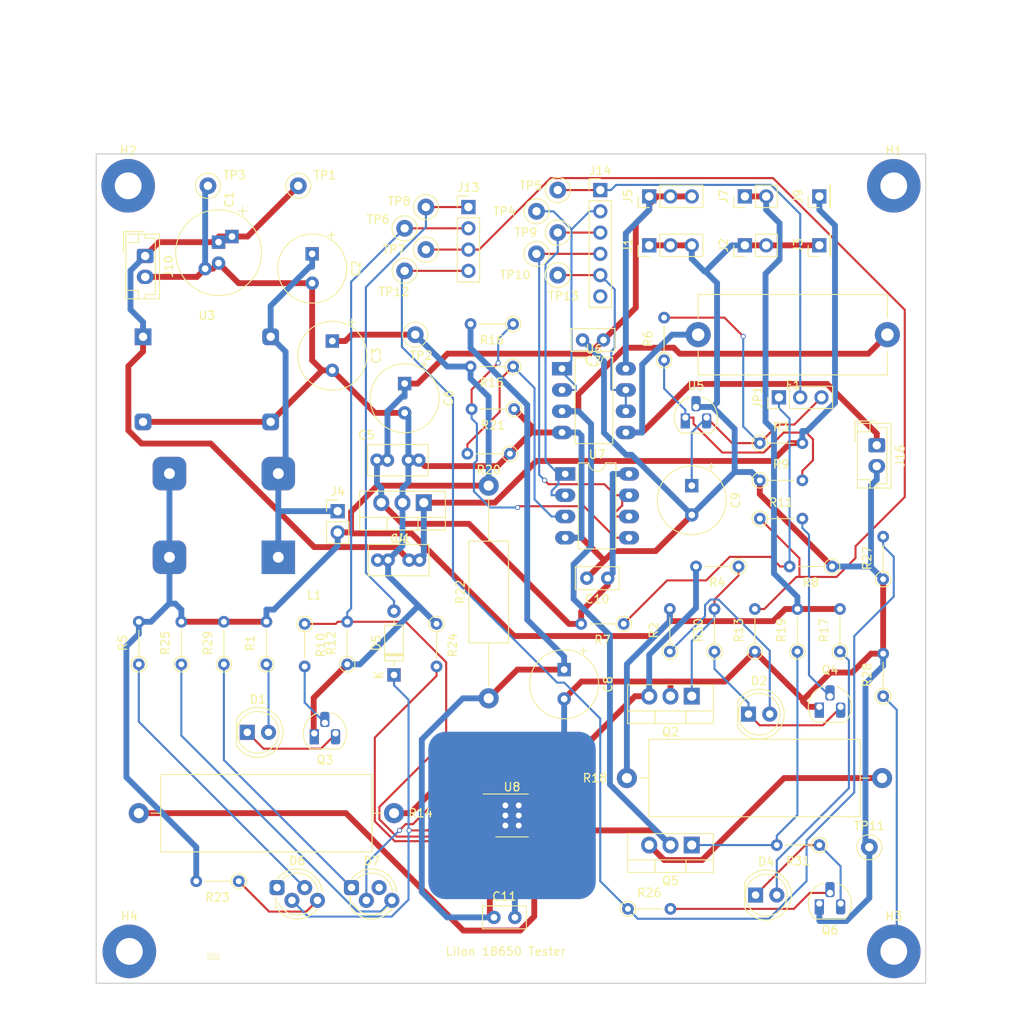
<source format=kicad_pcb>
(kicad_pcb (version 20200119) (host pcbnew "(5.99.0-1030-gabb808869)")

  (general
    (thickness 1.6)
    (drawings 19)
    (tracks 584)
    (modules 90)
    (nets 47)
  )

  (page "A4")
  (layers
    (0 "F.Cu" signal)
    (31 "B.Cu" signal)
    (32 "B.Adhes" user hide)
    (33 "F.Adhes" user hide)
    (34 "B.Paste" user)
    (35 "F.Paste" user)
    (36 "B.SilkS" user hide)
    (37 "F.SilkS" user hide)
    (38 "B.Mask" user hide)
    (39 "F.Mask" user hide)
    (40 "Dwgs.User" user hide)
    (41 "Cmts.User" user hide)
    (42 "Eco1.User" user hide)
    (43 "Eco2.User" user hide)
    (44 "Edge.Cuts" user)
    (45 "Margin" user)
    (46 "B.CrtYd" user)
    (47 "F.CrtYd" user)
    (48 "B.Fab" user hide)
    (49 "F.Fab" user)
  )

  (setup
    (stackup
      (layer "F.SilkS" (type "Top Silk Screen"))
      (layer "F.Paste" (type "Top Solder Paste"))
      (layer "F.Mask" (type "Top Solder Mask") (color "Green") (thickness 0.01))
      (layer "F.Cu" (type "copper") (thickness 0.035))
      (layer "dielectric 1" (type "core") (thickness 1.51) (material "FR4") (epsilon_r 4.5) (loss_tangent 0.02))
      (layer "B.Cu" (type "copper") (thickness 0.035))
      (layer "B.Mask" (type "Bottom Solder Mask") (color "Green") (thickness 0.01))
      (layer "B.Paste" (type "Bottom Solder Paste"))
      (layer "B.SilkS" (type "Bottom Silk Screen"))
      (copper_finish "None")
      (dielectric_constraints no)
    )
    (last_trace_width 0.25)
    (user_trace_width 0.4)
    (user_trace_width 0.5)
    (user_trace_width 0.6)
    (user_trace_width 0.7)
    (user_trace_width 1)
    (user_trace_width 2)
    (user_trace_width 3)
    (trace_clearance 0.3)
    (zone_clearance 0.015)
    (zone_45_only no)
    (trace_min 0.25)
    (via_size 0.6)
    (via_drill 0.4)
    (via_min_size 0.6)
    (via_min_drill 0.3)
    (user_via 1.5 0.9)
    (user_via 2.2 1)
    (user_via 3 1.5)
    (uvia_size 0.3)
    (uvia_drill 0.1)
    (uvias_allowed no)
    (uvia_min_size 0.2)
    (uvia_min_drill 0.1)
    (max_error 0.005)
    (defaults
      (edge_clearance 0.01)
      (edge_cuts_line_width 0.15)
      (courtyard_line_width 0.05)
      (copper_line_width 0.2)
      (copper_text_dims (size 1.5 1.5) (thickness 0.3))
      (silk_line_width 0.15)
      (silk_text_dims (size 1 1) (thickness 0.15))
      (other_layers_line_width 0.1)
      (other_layers_text_dims (size 1 1) (thickness 0.15))
      (dimension_units 0)
      (dimension_precision 1)
    )
    (pad_size 6.4 6.4)
    (pad_drill 3.2)
    (pad_to_mask_clearance 0.2)
    (aux_axis_origin 0 0)
    (visible_elements 7FFFFFFF)
    (pcbplotparams
      (layerselection 0x210ec_ffffffff)
      (usegerberextensions true)
      (usegerberattributes true)
      (usegerberadvancedattributes false)
      (creategerberjobfile false)
      (excludeedgelayer false)
      (linewidth 0.150000)
      (plotframeref false)
      (viasonmask false)
      (mode 1)
      (useauxorigin false)
      (hpglpennumber 1)
      (hpglpenspeed 20)
      (hpglpendiameter 15.000000)
      (psnegative false)
      (psa4output false)
      (plotreference true)
      (plotvalue true)
      (plotinvisibletext false)
      (padsonsilk false)
      (subtractmaskfromsilk false)
      (outputformat 1)
      (mirror false)
      (drillshape 0)
      (scaleselection 1)
      (outputdirectory "Gerber/")
    )
  )

  (net 0 "")
  (net 1 "Net-(C2-Pad1)")
  (net 2 "Net-(D1-Pad1)")
  (net 3 "Net-(D2-Pad1)")
  (net 4 "+12V")
  (net 5 "GNDPWR")
  (net 6 "Net-(D2-Pad2)")
  (net 7 "Net-(D4-Pad1)")
  (net 8 "Net-(D5-Pad1)")
  (net 9 "Net-(A1-Pad7)")
  (net 10 "Net-(F1-Pad1)")
  (net 11 "Net-(BT1-Pad1)")
  (net 12 "Net-(A1-Pad8)")
  (net 13 "Net-(A1-Pad9)")
  (net 14 "Net-(A1-Pad10)")
  (net 15 "Net-(A1-Pad22)")
  (net 16 "Net-(A1-Pad21)")
  (net 17 "Net-(A1-Pad20)")
  (net 18 "Net-(A1-Pad19)")
  (net 19 "Net-(JP1-Pad1)")
  (net 20 "Net-(Q4-Pad2)")
  (net 21 "Net-(Q5-Pad3)")
  (net 22 "Net-(Q6-Pad2)")
  (net 23 "Net-(R6-Pad1)")
  (net 24 "Net-(R15-Pad1)")
  (net 25 "Net-(R16-Pad1)")
  (net 26 "Net-(R24-Pad2)")
  (net 27 "Net-(Q2-Pad3)")
  (net 28 "Net-(D7-Pad1)")
  (net 29 "Net-(H3-Pad1)")
  (net 30 "Net-(Q2-Pad1)")
  (net 31 "Net-(Q5-Pad1)")
  (net 32 "/+6v")
  (net 33 "/+5v")
  (net 34 "Net-(D1-Pad2)")
  (net 35 "Net-(D4-Pad2)")
  (net 36 "Net-(D7-Pad2)")
  (net 37 "Net-(Q3-Pad2)")
  (net 38 "Net-(D6-Pad3)")
  (net 39 "Net-(D6-Pad4)")
  (net 40 "Net-(D7-Pad4)")
  (net 41 "Net-(A1-Pad25)")
  (net 42 "Net-(C9-Pad1)")
  (net 43 "Net-(C11-Pad1)")
  (net 44 "Net-(D6-Pad1)")
  (net 45 "Net-(D7-Pad3)")
  (net 46 "Net-(J14-Pad6)")

  (net_class "Default" "This is the default net class."
    (clearance 0.3)
    (trace_width 0.25)
    (via_dia 0.6)
    (via_drill 0.4)
    (uvia_dia 0.3)
    (uvia_drill 0.1)
    (diff_pair_width 0.6)
    (diff_pair_gap 0.25)
    (add_net "Net-(A1-Pad10)")
    (add_net "Net-(A1-Pad19)")
    (add_net "Net-(A1-Pad20)")
    (add_net "Net-(A1-Pad21)")
    (add_net "Net-(A1-Pad22)")
    (add_net "Net-(A1-Pad25)")
    (add_net "Net-(A1-Pad7)")
    (add_net "Net-(A1-Pad8)")
    (add_net "Net-(A1-Pad9)")
    (add_net "Net-(C9-Pad1)")
    (add_net "Net-(D1-Pad1)")
    (add_net "Net-(D1-Pad2)")
    (add_net "Net-(D2-Pad1)")
    (add_net "Net-(D2-Pad2)")
    (add_net "Net-(D4-Pad1)")
    (add_net "Net-(D4-Pad2)")
    (add_net "Net-(D5-Pad1)")
    (add_net "Net-(D6-Pad1)")
    (add_net "Net-(D6-Pad3)")
    (add_net "Net-(D6-Pad4)")
    (add_net "Net-(D7-Pad1)")
    (add_net "Net-(D7-Pad2)")
    (add_net "Net-(D7-Pad3)")
    (add_net "Net-(D7-Pad4)")
    (add_net "Net-(H3-Pad1)")
    (add_net "Net-(J14-Pad6)")
    (add_net "Net-(JP1-Pad1)")
    (add_net "Net-(Q2-Pad1)")
    (add_net "Net-(Q3-Pad2)")
    (add_net "Net-(Q4-Pad2)")
    (add_net "Net-(Q5-Pad1)")
    (add_net "Net-(Q6-Pad2)")
    (add_net "Net-(R15-Pad1)")
    (add_net "Net-(R16-Pad1)")
    (add_net "Net-(R24-Pad2)")
    (add_net "Net-(R6-Pad1)")
  )

  (net_class "Power" ""
    (clearance 0.4)
    (trace_width 0.7)
    (via_dia 1)
    (via_drill 0.6)
    (uvia_dia 0.3)
    (uvia_drill 0.1)
    (diff_pair_width 2)
    (diff_pair_gap 0.25)
    (add_net "+12V")
    (add_net "/+5v")
    (add_net "/+6v")
    (add_net "GNDPWR")
    (add_net "Net-(BT1-Pad1)")
    (add_net "Net-(C11-Pad1)")
    (add_net "Net-(C2-Pad1)")
    (add_net "Net-(F1-Pad1)")
    (add_net "Net-(Q2-Pad3)")
    (add_net "Net-(Q5-Pad3)")
  )

  (module "Resistor_THT:R_Axial_DIN0204_L3.6mm_D1.6mm_P5.08mm_Vertical" (layer "F.Cu") (tedit 5AE5139B) (tstamp 00000000-0000-0000-0000-00005e2f215e)
    (at 139.7 138.43 180)
    (descr "Resistor, Axial_DIN0204 series, Axial, Vertical, pin pitch=5.08mm, 0.167W, length*diameter=3.6*1.6mm^2, http://cdn-reichelt.de/documents/datenblatt/B400/1_4W%23YAG.pdf")
    (tags "Resistor Axial_DIN0204 series Axial Vertical pin pitch 5.08mm 0.167W length 3.6mm diameter 1.6mm")
    (path "/00000000-0000-0000-0000-00005e3f708d")
    (fp_text reference "R31" (at 2.54 -1.92) (layer "F.SilkS")
      (effects (font (size 1 1) (thickness 0.15)))
    )
    (fp_text value "33R" (at 2.54 0) (layer "F.Fab")
      (effects (font (size 1 1) (thickness 0.15)))
    )
    (fp_circle (center 0 0) (end 0.8 0) (layer "F.Fab") (width 0.1))
    (fp_circle (center 0 0) (end 0.92 0) (layer "F.SilkS") (width 0.12))
    (fp_line (start 0 0) (end 5.08 0) (layer "F.Fab") (width 0.1))
    (fp_line (start 0.92 0) (end 4.08 0) (layer "F.SilkS") (width 0.12))
    (fp_line (start -1.05 -1.05) (end -1.05 1.05) (layer "F.CrtYd") (width 0.05))
    (fp_line (start -1.05 1.05) (end 6.03 1.05) (layer "F.CrtYd") (width 0.05))
    (fp_line (start 6.03 1.05) (end 6.03 -1.05) (layer "F.CrtYd") (width 0.05))
    (fp_line (start 6.03 -1.05) (end -1.05 -1.05) (layer "F.CrtYd") (width 0.05))
    (fp_text user "%R" (at 2.54 -1.92) (layer "F.Fab")
      (effects (font (size 1 1) (thickness 0.15)))
    )
    (pad "2" thru_hole oval (at 5.08 0 180) (size 1.4 1.4) (drill 0.7) (layers *.Cu *.Mask)
      (net 31 "Net-(Q5-Pad1)"))
    (pad "1" thru_hole circle (at 0 0 180) (size 1.4 1.4) (drill 0.7) (layers *.Cu *.Mask)
      (net 7 "Net-(D4-Pad1)"))
    (model "${KISYS3DMOD}/Resistor_THT.3dshapes/R_Axial_DIN0204_L3.6mm_D1.6mm_P5.08mm_Vertical.wrl"
      (at (xyz 0 0 0))
      (scale (xyz 1 1 1))
      (rotate (xyz 0 0 0))
    )
  )

  (module "Resistor_THT:R_Axial_DIN0204_L3.6mm_D1.6mm_P5.08mm_Vertical" (layer "F.Cu") (tedit 5AE5139B) (tstamp 00000000-0000-0000-0000-00005e2f1dff)
    (at 127.173 115.316 90)
    (descr "Resistor, Axial_DIN0204 series, Axial, Vertical, pin pitch=5.08mm, 0.167W, length*diameter=3.6*1.6mm^2, http://cdn-reichelt.de/documents/datenblatt/B400/1_4W%23YAG.pdf")
    (tags "Resistor Axial_DIN0204 series Axial Vertical pin pitch 5.08mm 0.167W length 3.6mm diameter 1.6mm")
    (path "/00000000-0000-0000-0000-00005e372469")
    (fp_text reference "R30" (at 2.54 -1.92 90) (layer "F.SilkS")
      (effects (font (size 1 1) (thickness 0.15)))
    )
    (fp_text value "33R" (at 2.519 0.081 90) (layer "F.Fab")
      (effects (font (size 1 1) (thickness 0.15)))
    )
    (fp_circle (center 0 0) (end 0.8 0) (layer "F.Fab") (width 0.1))
    (fp_circle (center 0 0) (end 0.92 0) (layer "F.SilkS") (width 0.12))
    (fp_line (start 0 0) (end 5.08 0) (layer "F.Fab") (width 0.1))
    (fp_line (start 0.92 0) (end 4.08 0) (layer "F.SilkS") (width 0.12))
    (fp_line (start -1.05 -1.05) (end -1.05 1.05) (layer "F.CrtYd") (width 0.05))
    (fp_line (start -1.05 1.05) (end 6.03 1.05) (layer "F.CrtYd") (width 0.05))
    (fp_line (start 6.03 1.05) (end 6.03 -1.05) (layer "F.CrtYd") (width 0.05))
    (fp_line (start 6.03 -1.05) (end -1.05 -1.05) (layer "F.CrtYd") (width 0.05))
    (fp_text user "%R" (at 2.54 -1.92 90) (layer "F.Fab")
      (effects (font (size 1 1) (thickness 0.15)))
    )
    (pad "2" thru_hole oval (at 5.08 0 90) (size 1.4 1.4) (drill 0.7) (layers *.Cu *.Mask)
      (net 30 "Net-(Q2-Pad1)"))
    (pad "1" thru_hole circle (at 0 0 90) (size 1.4 1.4) (drill 0.7) (layers *.Cu *.Mask)
      (net 3 "Net-(D2-Pad1)"))
    (model "${KISYS3DMOD}/Resistor_THT.3dshapes/R_Axial_DIN0204_L3.6mm_D1.6mm_P5.08mm_Vertical.wrl"
      (at (xyz 0 0 0))
      (scale (xyz 1 1 1))
      (rotate (xyz 0 0 0))
    )
  )

  (module "Resistor_THT:R_Axial_DIN0204_L3.6mm_D1.6mm_P5.08mm_Vertical" (layer "F.Cu") (tedit 5AE5139B) (tstamp 00000000-0000-0000-0000-00005e308248)
    (at 68.58 116.84 90)
    (descr "Resistor, Axial_DIN0204 series, Axial, Vertical, pin pitch=5.08mm, 0.167W, length*diameter=3.6*1.6mm^2, http://cdn-reichelt.de/documents/datenblatt/B400/1_4W%23YAG.pdf")
    (tags "Resistor Axial_DIN0204 series Axial Vertical pin pitch 5.08mm 0.167W length 3.6mm diameter 1.6mm")
    (path "/00000000-0000-0000-0000-00005e3ac212")
    (fp_text reference "R29" (at 2.54 -1.92 90) (layer "F.SilkS")
      (effects (font (size 1 1) (thickness 0.15)))
    )
    (fp_text value "1k8" (at 2.54 0 90) (layer "F.Fab")
      (effects (font (size 1 1) (thickness 0.15)))
    )
    (fp_circle (center 0 0) (end 0.8 0) (layer "F.Fab") (width 0.1))
    (fp_circle (center 0 0) (end 0.92 0) (layer "F.SilkS") (width 0.12))
    (fp_line (start 0 0) (end 5.08 0) (layer "F.Fab") (width 0.1))
    (fp_line (start 0.92 0) (end 4.08 0) (layer "F.SilkS") (width 0.12))
    (fp_line (start -1.05 -1.05) (end -1.05 1.05) (layer "F.CrtYd") (width 0.05))
    (fp_line (start -1.05 1.05) (end 6.03 1.05) (layer "F.CrtYd") (width 0.05))
    (fp_line (start 6.03 1.05) (end 6.03 -1.05) (layer "F.CrtYd") (width 0.05))
    (fp_line (start 6.03 -1.05) (end -1.05 -1.05) (layer "F.CrtYd") (width 0.05))
    (fp_text user "%R" (at 2.54 -1.92 90) (layer "F.Fab")
      (effects (font (size 1 1) (thickness 0.15)))
    )
    (pad "2" thru_hole oval (at 5.08 0 90) (size 1.4 1.4) (drill 0.7) (layers *.Cu *.Mask)
      (net 32 "/+6v"))
    (pad "1" thru_hole circle (at 0 0 90) (size 1.4 1.4) (drill 0.7) (layers *.Cu *.Mask)
      (net 28 "Net-(D7-Pad1)"))
    (model "${KISYS3DMOD}/Resistor_THT.3dshapes/R_Axial_DIN0204_L3.6mm_D1.6mm_P5.08mm_Vertical.wrl"
      (at (xyz 0 0 0))
      (scale (xyz 1 1 1))
      (rotate (xyz 0 0 0))
    )
  )

  (module "Resistor_THT:R_Axial_DIN0204_L3.6mm_D1.6mm_P5.08mm_Vertical" (layer "F.Cu") (tedit 5AE5139B) (tstamp 00000000-0000-0000-0000-00005e2ae812)
    (at 147.32 120.65 90)
    (descr "Resistor, Axial_DIN0204 series, Axial, Vertical, pin pitch=5.08mm, 0.167W, length*diameter=3.6*1.6mm^2, http://cdn-reichelt.de/documents/datenblatt/B400/1_4W%23YAG.pdf")
    (tags "Resistor Axial_DIN0204 series Axial Vertical pin pitch 5.08mm 0.167W length 3.6mm diameter 1.6mm")
    (path "/00000000-0000-0000-0000-00005e2e9441")
    (fp_text reference "R28" (at 2.54 -1.92 90) (layer "F.SilkS")
      (effects (font (size 1 1) (thickness 0.15)))
    )
    (fp_text value "1Meg" (at 2.54 1.778 90) (layer "F.Fab")
      (effects (font (size 1 1) (thickness 0.15)))
    )
    (fp_circle (center 0 0) (end 0.8 0) (layer "F.Fab") (width 0.1))
    (fp_circle (center 0 0) (end 0.92 0) (layer "F.SilkS") (width 0.12))
    (fp_line (start 0 0) (end 5.08 0) (layer "F.Fab") (width 0.1))
    (fp_line (start 0.92 0) (end 4.08 0) (layer "F.SilkS") (width 0.12))
    (fp_line (start -1.05 -1.05) (end -1.05 1.05) (layer "F.CrtYd") (width 0.05))
    (fp_line (start -1.05 1.05) (end 6.03 1.05) (layer "F.CrtYd") (width 0.05))
    (fp_line (start 6.03 1.05) (end 6.03 -1.05) (layer "F.CrtYd") (width 0.05))
    (fp_line (start 6.03 -1.05) (end -1.05 -1.05) (layer "F.CrtYd") (width 0.05))
    (fp_text user "%R" (at 2.54 -1.92 90) (layer "F.Fab")
      (effects (font (size 1 1) (thickness 0.15)))
    )
    (pad "2" thru_hole oval (at 5.08 0 90) (size 1.4 1.4) (drill 0.7) (layers *.Cu *.Mask)
      (net 5 "GNDPWR"))
    (pad "1" thru_hole circle (at 0 0 90) (size 1.4 1.4) (drill 0.7) (layers *.Cu *.Mask)
      (net 29 "Net-(H3-Pad1)"))
    (model "${KISYS3DMOD}/Resistor_THT.3dshapes/R_Axial_DIN0204_L3.6mm_D1.6mm_P5.08mm_Vertical.wrl"
      (at (xyz 0 0 0))
      (scale (xyz 1 1 1))
      (rotate (xyz 0 0 0))
    )
  )

  (module "Resistor_THT:R_Axial_DIN0204_L3.6mm_D1.6mm_P5.08mm_Vertical" (layer "F.Cu") (tedit 5AE5139B) (tstamp 00000000-0000-0000-0000-00005e255d85)
    (at 147.32 106.68 90)
    (descr "Resistor, Axial_DIN0204 series, Axial, Vertical, pin pitch=5.08mm, 0.167W, length*diameter=3.6*1.6mm^2, http://cdn-reichelt.de/documents/datenblatt/B400/1_4W%23YAG.pdf")
    (tags "Resistor Axial_DIN0204 series Axial Vertical pin pitch 5.08mm 0.167W length 3.6mm diameter 1.6mm")
    (path "/00000000-0000-0000-0000-00005e1bca44")
    (fp_text reference "R27" (at 2.54 -1.92 90) (layer "F.SilkS")
      (effects (font (size 1 1) (thickness 0.15)))
    )
    (fp_text value "10K" (at 2.54 0 90) (layer "F.Fab")
      (effects (font (size 1 1) (thickness 0.15)))
    )
    (fp_circle (center 0 0) (end 0.8 0) (layer "F.Fab") (width 0.1))
    (fp_circle (center 0 0) (end 0.92 0) (layer "F.SilkS") (width 0.12))
    (fp_line (start 0 0) (end 5.08 0) (layer "F.Fab") (width 0.1))
    (fp_line (start 0.92 0) (end 4.08 0) (layer "F.SilkS") (width 0.12))
    (fp_line (start -1.05 -1.05) (end -1.05 1.05) (layer "F.CrtYd") (width 0.05))
    (fp_line (start -1.05 1.05) (end 6.03 1.05) (layer "F.CrtYd") (width 0.05))
    (fp_line (start 6.03 1.05) (end 6.03 -1.05) (layer "F.CrtYd") (width 0.05))
    (fp_line (start 6.03 -1.05) (end -1.05 -1.05) (layer "F.CrtYd") (width 0.05))
    (fp_text user "%R" (at 2.54 -1.92 90) (layer "F.Fab")
      (effects (font (size 1 1) (thickness 0.15)))
    )
    (pad "2" thru_hole oval (at 5.08 0 90) (size 1.4 1.4) (drill 0.7) (layers *.Cu *.Mask)
      (net 14 "Net-(A1-Pad10)"))
    (pad "1" thru_hole circle (at 0 0 90) (size 1.4 1.4) (drill 0.7) (layers *.Cu *.Mask)
      (net 5 "GNDPWR"))
    (model "${KISYS3DMOD}/Resistor_THT.3dshapes/R_Axial_DIN0204_L3.6mm_D1.6mm_P5.08mm_Vertical.wrl"
      (at (xyz 0 0 0))
      (scale (xyz 1 1 1))
      (rotate (xyz 0 0 0))
    )
  )

  (module "Resistor_THT:R_Axial_DIN0204_L3.6mm_D1.6mm_P5.08mm_Vertical" (layer "F.Cu") (tedit 5AE5139B) (tstamp 00000000-0000-0000-0000-00005e255d6e)
    (at 116.84 146.05)
    (descr "Resistor, Axial_DIN0204 series, Axial, Vertical, pin pitch=5.08mm, 0.167W, length*diameter=3.6*1.6mm^2, http://cdn-reichelt.de/documents/datenblatt/B400/1_4W%23YAG.pdf")
    (tags "Resistor Axial_DIN0204 series Axial Vertical pin pitch 5.08mm 0.167W length 3.6mm diameter 1.6mm")
    (path "/00000000-0000-0000-0000-00005e0ebc88")
    (fp_text reference "R26" (at 2.54 -1.92) (layer "F.SilkS")
      (effects (font (size 1 1) (thickness 0.15)))
    )
    (fp_text value "47K" (at 2.54 0) (layer "F.Fab")
      (effects (font (size 1 1) (thickness 0.15)))
    )
    (fp_circle (center 0 0) (end 0.8 0) (layer "F.Fab") (width 0.1))
    (fp_circle (center 0 0) (end 0.92 0) (layer "F.SilkS") (width 0.12))
    (fp_line (start 0 0) (end 5.08 0) (layer "F.Fab") (width 0.1))
    (fp_line (start 0.92 0) (end 4.08 0) (layer "F.SilkS") (width 0.12))
    (fp_line (start -1.05 -1.05) (end -1.05 1.05) (layer "F.CrtYd") (width 0.05))
    (fp_line (start -1.05 1.05) (end 6.03 1.05) (layer "F.CrtYd") (width 0.05))
    (fp_line (start 6.03 1.05) (end 6.03 -1.05) (layer "F.CrtYd") (width 0.05))
    (fp_line (start 6.03 -1.05) (end -1.05 -1.05) (layer "F.CrtYd") (width 0.05))
    (fp_text user "%R" (at 2.54 -1.92) (layer "F.Fab")
      (effects (font (size 1 1) (thickness 0.15)))
    )
    (pad "2" thru_hole oval (at 5.08 0) (size 1.4 1.4) (drill 0.7) (layers *.Cu *.Mask)
      (net 22 "Net-(Q6-Pad2)"))
    (pad "1" thru_hole circle (at 0 0) (size 1.4 1.4) (drill 0.7) (layers *.Cu *.Mask)
      (net 14 "Net-(A1-Pad10)"))
    (model "${KISYS3DMOD}/Resistor_THT.3dshapes/R_Axial_DIN0204_L3.6mm_D1.6mm_P5.08mm_Vertical.wrl"
      (at (xyz 0 0 0))
      (scale (xyz 1 1 1))
      (rotate (xyz 0 0 0))
    )
  )

  (module "Resistor_THT:R_Axial_DIN0204_L3.6mm_D1.6mm_P5.08mm_Vertical" (layer "F.Cu") (tedit 5AE5139B) (tstamp 00000000-0000-0000-0000-00005e255d57)
    (at 63.5 116.84 90)
    (descr "Resistor, Axial_DIN0204 series, Axial, Vertical, pin pitch=5.08mm, 0.167W, length*diameter=3.6*1.6mm^2, http://cdn-reichelt.de/documents/datenblatt/B400/1_4W%23YAG.pdf")
    (tags "Resistor Axial_DIN0204 series Axial Vertical pin pitch 5.08mm 0.167W length 3.6mm diameter 1.6mm")
    (path "/00000000-0000-0000-0000-00005980cdb4")
    (fp_text reference "R25" (at 2.54 -1.92 90) (layer "F.SilkS")
      (effects (font (size 1 1) (thickness 0.15)))
    )
    (fp_text value "1k8" (at 2.54 0 90) (layer "F.Fab")
      (effects (font (size 1 1) (thickness 0.15)))
    )
    (fp_circle (center 0 0) (end 0.8 0) (layer "F.Fab") (width 0.1))
    (fp_circle (center 0 0) (end 0.92 0) (layer "F.SilkS") (width 0.12))
    (fp_line (start 0 0) (end 5.08 0) (layer "F.Fab") (width 0.1))
    (fp_line (start 0.92 0) (end 4.08 0) (layer "F.SilkS") (width 0.12))
    (fp_line (start -1.05 -1.05) (end -1.05 1.05) (layer "F.CrtYd") (width 0.05))
    (fp_line (start -1.05 1.05) (end 6.03 1.05) (layer "F.CrtYd") (width 0.05))
    (fp_line (start 6.03 1.05) (end 6.03 -1.05) (layer "F.CrtYd") (width 0.05))
    (fp_line (start 6.03 -1.05) (end -1.05 -1.05) (layer "F.CrtYd") (width 0.05))
    (fp_text user "%R" (at 2.54 -1.92 90) (layer "F.Fab")
      (effects (font (size 1 1) (thickness 0.15)))
    )
    (pad "2" thru_hole oval (at 5.08 0 90) (size 1.4 1.4) (drill 0.7) (layers *.Cu *.Mask)
      (net 32 "/+6v"))
    (pad "1" thru_hole circle (at 0 0 90) (size 1.4 1.4) (drill 0.7) (layers *.Cu *.Mask)
      (net 40 "Net-(D7-Pad4)"))
    (model "${KISYS3DMOD}/Resistor_THT.3dshapes/R_Axial_DIN0204_L3.6mm_D1.6mm_P5.08mm_Vertical.wrl"
      (at (xyz 0 0 0))
      (scale (xyz 1 1 1))
      (rotate (xyz 0 0 0))
    )
  )

  (module "Resistor_THT:R_Axial_DIN0204_L3.6mm_D1.6mm_P5.08mm_Vertical" (layer "F.Cu") (tedit 5AE5139B) (tstamp 00000000-0000-0000-0000-00005e255d40)
    (at 93.98 112.014 -90)
    (descr "Resistor, Axial_DIN0204 series, Axial, Vertical, pin pitch=5.08mm, 0.167W, length*diameter=3.6*1.6mm^2, http://cdn-reichelt.de/documents/datenblatt/B400/1_4W%23YAG.pdf")
    (tags "Resistor Axial_DIN0204 series Axial Vertical pin pitch 5.08mm 0.167W length 3.6mm diameter 1.6mm")
    (path "/00000000-0000-0000-0000-00005980d069")
    (fp_text reference "R24" (at 2.54 -1.92 90) (layer "F.SilkS")
      (effects (font (size 1 1) (thickness 0.15)))
    )
    (fp_text value "1k2" (at 2.54 0 90) (layer "F.Fab")
      (effects (font (size 1 1) (thickness 0.15)))
    )
    (fp_circle (center 0 0) (end 0.8 0) (layer "F.Fab") (width 0.1))
    (fp_circle (center 0 0) (end 0.92 0) (layer "F.SilkS") (width 0.12))
    (fp_line (start 0 0) (end 5.08 0) (layer "F.Fab") (width 0.1))
    (fp_line (start 0.92 0) (end 4.08 0) (layer "F.SilkS") (width 0.12))
    (fp_line (start -1.05 -1.05) (end -1.05 1.05) (layer "F.CrtYd") (width 0.05))
    (fp_line (start -1.05 1.05) (end 6.03 1.05) (layer "F.CrtYd") (width 0.05))
    (fp_line (start 6.03 1.05) (end 6.03 -1.05) (layer "F.CrtYd") (width 0.05))
    (fp_line (start 6.03 -1.05) (end -1.05 -1.05) (layer "F.CrtYd") (width 0.05))
    (fp_text user "%R" (at 2.794 1.778 90) (layer "F.Fab")
      (effects (font (size 1 1) (thickness 0.15)))
    )
    (pad "2" thru_hole oval (at 5.08 0 270) (size 1.4 1.4) (drill 0.7) (layers *.Cu *.Mask)
      (net 26 "Net-(R24-Pad2)"))
    (pad "1" thru_hole circle (at 0 0 270) (size 1.4 1.4) (drill 0.7) (layers *.Cu *.Mask)
      (net 5 "GNDPWR"))
    (model "${KISYS3DMOD}/Resistor_THT.3dshapes/R_Axial_DIN0204_L3.6mm_D1.6mm_P5.08mm_Vertical.wrl"
      (at (xyz 0 0 0))
      (scale (xyz 1 1 1))
      (rotate (xyz 0 0 0))
    )
  )

  (module "Resistor_THT:R_Axial_DIN0204_L3.6mm_D1.6mm_P5.08mm_Vertical" (layer "F.Cu") (tedit 5AE5139B) (tstamp 00000000-0000-0000-0000-00005e255d29)
    (at 70.358 142.748 180)
    (descr "Resistor, Axial_DIN0204 series, Axial, Vertical, pin pitch=5.08mm, 0.167W, length*diameter=3.6*1.6mm^2, http://cdn-reichelt.de/documents/datenblatt/B400/1_4W%23YAG.pdf")
    (tags "Resistor Axial_DIN0204 series Axial Vertical pin pitch 5.08mm 0.167W length 3.6mm diameter 1.6mm")
    (path "/00000000-0000-0000-0000-00005980cc1a")
    (fp_text reference "R23" (at 2.54 -1.92) (layer "F.SilkS")
      (effects (font (size 1 1) (thickness 0.15)))
    )
    (fp_text value "1k8" (at 2.54 0) (layer "F.Fab")
      (effects (font (size 1 1) (thickness 0.15)))
    )
    (fp_circle (center 0 0) (end 0.8 0) (layer "F.Fab") (width 0.1))
    (fp_circle (center 0 0) (end 0.92 0) (layer "F.SilkS") (width 0.12))
    (fp_line (start 0 0) (end 5.08 0) (layer "F.Fab") (width 0.1))
    (fp_line (start 0.92 0) (end 4.08 0) (layer "F.SilkS") (width 0.12))
    (fp_line (start -1.05 -1.05) (end -1.05 1.05) (layer "F.CrtYd") (width 0.05))
    (fp_line (start -1.05 1.05) (end 6.03 1.05) (layer "F.CrtYd") (width 0.05))
    (fp_line (start 6.03 1.05) (end 6.03 -1.05) (layer "F.CrtYd") (width 0.05))
    (fp_line (start 6.03 -1.05) (end -1.05 -1.05) (layer "F.CrtYd") (width 0.05))
    (fp_text user "%R" (at 2.54 -1.92) (layer "F.Fab")
      (effects (font (size 1 1) (thickness 0.15)))
    )
    (pad "2" thru_hole oval (at 5.08 0 180) (size 1.4 1.4) (drill 0.7) (layers *.Cu *.Mask)
      (net 32 "/+6v"))
    (pad "1" thru_hole circle (at 0 0 180) (size 1.4 1.4) (drill 0.7) (layers *.Cu *.Mask)
      (net 39 "Net-(D6-Pad4)"))
    (model "${KISYS3DMOD}/Resistor_THT.3dshapes/R_Axial_DIN0204_L3.6mm_D1.6mm_P5.08mm_Vertical.wrl"
      (at (xyz 0 0 0))
      (scale (xyz 1 1 1))
      (rotate (xyz 0 0 0))
    )
  )

  (module "Resistor_THT:R_Axial_DIN0204_L3.6mm_D1.6mm_P5.08mm_Vertical" (layer "F.Cu") (tedit 5AE5139B) (tstamp 00000000-0000-0000-0000-00005e255cfb)
    (at 103.251 86.36 180)
    (descr "Resistor, Axial_DIN0204 series, Axial, Vertical, pin pitch=5.08mm, 0.167W, length*diameter=3.6*1.6mm^2, http://cdn-reichelt.de/documents/datenblatt/B400/1_4W%23YAG.pdf")
    (tags "Resistor Axial_DIN0204 series Axial Vertical pin pitch 5.08mm 0.167W length 3.6mm diameter 1.6mm")
    (path "/00000000-0000-0000-0000-00005e2670a1")
    (fp_text reference "R21" (at 2.54 -1.92) (layer "F.SilkS")
      (effects (font (size 1 1) (thickness 0.15)))
    )
    (fp_text value "22K" (at 2.54 0) (layer "F.Fab")
      (effects (font (size 1 1) (thickness 0.15)))
    )
    (fp_circle (center 0 0) (end 0.8 0) (layer "F.Fab") (width 0.1))
    (fp_circle (center 0 0) (end 0.92 0) (layer "F.SilkS") (width 0.12))
    (fp_line (start 0 0) (end 5.08 0) (layer "F.Fab") (width 0.1))
    (fp_line (start 0.92 0) (end 4.08 0) (layer "F.SilkS") (width 0.12))
    (fp_line (start -1.05 -1.05) (end -1.05 1.05) (layer "F.CrtYd") (width 0.05))
    (fp_line (start -1.05 1.05) (end 6.03 1.05) (layer "F.CrtYd") (width 0.05))
    (fp_line (start 6.03 1.05) (end 6.03 -1.05) (layer "F.CrtYd") (width 0.05))
    (fp_line (start 6.03 -1.05) (end -1.05 -1.05) (layer "F.CrtYd") (width 0.05))
    (fp_text user "%R" (at 2.413 1.778) (layer "F.Fab")
      (effects (font (size 1 1) (thickness 0.15)))
    )
    (pad "2" thru_hole oval (at 5.08 0 180) (size 1.4 1.4) (drill 0.7) (layers *.Cu *.Mask)
      (net 25 "Net-(R16-Pad1)"))
    (pad "1" thru_hole circle (at 0 0 180) (size 1.4 1.4) (drill 0.7) (layers *.Cu *.Mask)
      (net 5 "GNDPWR"))
    (model "${KISYS3DMOD}/Resistor_THT.3dshapes/R_Axial_DIN0204_L3.6mm_D1.6mm_P5.08mm_Vertical.wrl"
      (at (xyz 0 0 0))
      (scale (xyz 1 1 1))
      (rotate (xyz 0 0 0))
    )
  )

  (module "Resistor_THT:R_Axial_DIN0204_L3.6mm_D1.6mm_P5.08mm_Vertical" (layer "F.Cu") (tedit 5AE5139B) (tstamp 00000000-0000-0000-0000-00005e255ce4)
    (at 102.743 91.694 180)
    (descr "Resistor, Axial_DIN0204 series, Axial, Vertical, pin pitch=5.08mm, 0.167W, length*diameter=3.6*1.6mm^2, http://cdn-reichelt.de/documents/datenblatt/B400/1_4W%23YAG.pdf")
    (tags "Resistor Axial_DIN0204 series Axial Vertical pin pitch 5.08mm 0.167W length 3.6mm diameter 1.6mm")
    (path "/00000000-0000-0000-0000-00005e267391")
    (fp_text reference "R20" (at 2.54 -1.92) (layer "F.SilkS")
      (effects (font (size 1 1) (thickness 0.15)))
    )
    (fp_text value "22K" (at 2.667 0) (layer "F.Fab")
      (effects (font (size 1 1) (thickness 0.15)))
    )
    (fp_circle (center 0 0) (end 0.8 0) (layer "F.Fab") (width 0.1))
    (fp_circle (center 0 0) (end 0.92 0) (layer "F.SilkS") (width 0.12))
    (fp_line (start 0 0) (end 5.08 0) (layer "F.Fab") (width 0.1))
    (fp_line (start 0.92 0) (end 4.08 0) (layer "F.SilkS") (width 0.12))
    (fp_line (start -1.05 -1.05) (end -1.05 1.05) (layer "F.CrtYd") (width 0.05))
    (fp_line (start -1.05 1.05) (end 6.03 1.05) (layer "F.CrtYd") (width 0.05))
    (fp_line (start 6.03 1.05) (end 6.03 -1.05) (layer "F.CrtYd") (width 0.05))
    (fp_line (start 6.03 -1.05) (end -1.05 -1.05) (layer "F.CrtYd") (width 0.05))
    (fp_text user "%R" (at 2.413 1.778) (layer "F.Fab")
      (effects (font (size 1 1) (thickness 0.15)))
    )
    (pad "2" thru_hole oval (at 5.08 0 180) (size 1.4 1.4) (drill 0.7) (layers *.Cu *.Mask)
      (net 24 "Net-(R15-Pad1)"))
    (pad "1" thru_hole circle (at 0 0 180) (size 1.4 1.4) (drill 0.7) (layers *.Cu *.Mask)
      (net 5 "GNDPWR"))
    (model "${KISYS3DMOD}/Resistor_THT.3dshapes/R_Axial_DIN0204_L3.6mm_D1.6mm_P5.08mm_Vertical.wrl"
      (at (xyz 0 0 0))
      (scale (xyz 1 1 1))
      (rotate (xyz 0 0 0))
    )
  )

  (module "Resistor_THT:R_Axial_DIN0204_L3.6mm_D1.6mm_P5.08mm_Vertical" (layer "F.Cu") (tedit 5AE5139B) (tstamp 00000000-0000-0000-0000-00005e255ccd)
    (at 137.079 115.316 90)
    (descr "Resistor, Axial_DIN0204 series, Axial, Vertical, pin pitch=5.08mm, 0.167W, length*diameter=3.6*1.6mm^2, http://cdn-reichelt.de/documents/datenblatt/B400/1_4W%23YAG.pdf")
    (tags "Resistor Axial_DIN0204 series Axial Vertical pin pitch 5.08mm 0.167W length 3.6mm diameter 1.6mm")
    (path "/00000000-0000-0000-0000-00005e5bc4ea")
    (fp_text reference "R19" (at 2.54 -1.92 90) (layer "F.SilkS")
      (effects (font (size 1 1) (thickness 0.15)))
    )
    (fp_text value "1K" (at 2.519 0.081 90) (layer "F.Fab")
      (effects (font (size 1 1) (thickness 0.15)))
    )
    (fp_circle (center 0 0) (end 0.8 0) (layer "F.Fab") (width 0.1))
    (fp_circle (center 0 0) (end 0.92 0) (layer "F.SilkS") (width 0.12))
    (fp_line (start 0 0) (end 5.08 0) (layer "F.Fab") (width 0.1))
    (fp_line (start 0.92 0) (end 4.08 0) (layer "F.SilkS") (width 0.12))
    (fp_line (start -1.05 -1.05) (end -1.05 1.05) (layer "F.CrtYd") (width 0.05))
    (fp_line (start -1.05 1.05) (end 6.03 1.05) (layer "F.CrtYd") (width 0.05))
    (fp_line (start 6.03 1.05) (end 6.03 -1.05) (layer "F.CrtYd") (width 0.05))
    (fp_line (start 6.03 -1.05) (end -1.05 -1.05) (layer "F.CrtYd") (width 0.05))
    (fp_text user "%R" (at 2.54 -1.92 90) (layer "F.Fab")
      (effects (font (size 1 1) (thickness 0.15)))
    )
    (pad "2" thru_hole oval (at 5.08 0 90) (size 1.4 1.4) (drill 0.7) (layers *.Cu *.Mask)
      (net 32 "/+6v"))
    (pad "1" thru_hole circle (at 0 0 90) (size 1.4 1.4) (drill 0.7) (layers *.Cu *.Mask)
      (net 31 "Net-(Q5-Pad1)"))
    (model "${KISYS3DMOD}/Resistor_THT.3dshapes/R_Axial_DIN0204_L3.6mm_D1.6mm_P5.08mm_Vertical.wrl"
      (at (xyz 0 0 0))
      (scale (xyz 1 1 1))
      (rotate (xyz 0 0 0))
    )
  )

  (module "Resistor_THT:R_Axial_DIN0204_L3.6mm_D1.6mm_P5.08mm_Vertical" (layer "F.Cu") (tedit 5AE5139B) (tstamp 00000000-0000-0000-0000-00005e255c9f)
    (at 142.159 115.316 90)
    (descr "Resistor, Axial_DIN0204 series, Axial, Vertical, pin pitch=5.08mm, 0.167W, length*diameter=3.6*1.6mm^2, http://cdn-reichelt.de/documents/datenblatt/B400/1_4W%23YAG.pdf")
    (tags "Resistor Axial_DIN0204 series Axial Vertical pin pitch 5.08mm 0.167W length 3.6mm diameter 1.6mm")
    (path "/00000000-0000-0000-0000-00005e147534")
    (fp_text reference "R17" (at 2.54 -1.92 90) (layer "F.SilkS")
      (effects (font (size 1 1) (thickness 0.15)))
    )
    (fp_text value "1K" (at 2.54 0.081 90) (layer "F.Fab")
      (effects (font (size 1 1) (thickness 0.15)))
    )
    (fp_circle (center 0 0) (end 0.8 0) (layer "F.Fab") (width 0.1))
    (fp_circle (center 0 0) (end 0.92 0) (layer "F.SilkS") (width 0.12))
    (fp_line (start 0 0) (end 5.08 0) (layer "F.Fab") (width 0.1))
    (fp_line (start 0.92 0) (end 4.08 0) (layer "F.SilkS") (width 0.12))
    (fp_line (start -1.05 -1.05) (end -1.05 1.05) (layer "F.CrtYd") (width 0.05))
    (fp_line (start -1.05 1.05) (end 6.03 1.05) (layer "F.CrtYd") (width 0.05))
    (fp_line (start 6.03 1.05) (end 6.03 -1.05) (layer "F.CrtYd") (width 0.05))
    (fp_line (start 6.03 -1.05) (end -1.05 -1.05) (layer "F.CrtYd") (width 0.05))
    (fp_text user "%R" (at 2.54 -1.92 90) (layer "F.Fab")
      (effects (font (size 1 1) (thickness 0.15)))
    )
    (pad "2" thru_hole oval (at 5.08 0 90) (size 1.4 1.4) (drill 0.7) (layers *.Cu *.Mask)
      (net 32 "/+6v"))
    (pad "1" thru_hole circle (at 0 0 90) (size 1.4 1.4) (drill 0.7) (layers *.Cu *.Mask)
      (net 35 "Net-(D4-Pad2)"))
    (model "${KISYS3DMOD}/Resistor_THT.3dshapes/R_Axial_DIN0204_L3.6mm_D1.6mm_P5.08mm_Vertical.wrl"
      (at (xyz 0 0 0))
      (scale (xyz 1 1 1))
      (rotate (xyz 0 0 0))
    )
  )

  (module "Resistor_THT:R_Axial_DIN0204_L3.6mm_D1.6mm_P5.08mm_Vertical" (layer "F.Cu") (tedit 5AE5139B) (tstamp 00000000-0000-0000-0000-00005e255c88)
    (at 103.124 76.2 180)
    (descr "Resistor, Axial_DIN0204 series, Axial, Vertical, pin pitch=5.08mm, 0.167W, length*diameter=3.6*1.6mm^2, http://cdn-reichelt.de/documents/datenblatt/B400/1_4W%23YAG.pdf")
    (tags "Resistor Axial_DIN0204 series Axial Vertical pin pitch 5.08mm 0.167W length 3.6mm diameter 1.6mm")
    (path "/00000000-0000-0000-0000-00005e266c07")
    (fp_text reference "R16" (at 2.54 -1.92) (layer "F.SilkS")
      (effects (font (size 1 1) (thickness 0.15)))
    )
    (fp_text value "10K" (at 2.54 0) (layer "F.Fab")
      (effects (font (size 1 1) (thickness 0.15)))
    )
    (fp_circle (center 0 0) (end 0.8 0) (layer "F.Fab") (width 0.1))
    (fp_circle (center 0 0) (end 0.92 0) (layer "F.SilkS") (width 0.12))
    (fp_line (start 0 0) (end 5.08 0) (layer "F.Fab") (width 0.1))
    (fp_line (start 0.92 0) (end 4.08 0) (layer "F.SilkS") (width 0.12))
    (fp_line (start -1.05 -1.05) (end -1.05 1.05) (layer "F.CrtYd") (width 0.05))
    (fp_line (start -1.05 1.05) (end 6.03 1.05) (layer "F.CrtYd") (width 0.05))
    (fp_line (start 6.03 1.05) (end 6.03 -1.05) (layer "F.CrtYd") (width 0.05))
    (fp_line (start 6.03 -1.05) (end -1.05 -1.05) (layer "F.CrtYd") (width 0.05))
    (fp_text user "%R" (at 2.286 1.778) (layer "F.Fab")
      (effects (font (size 1 1) (thickness 0.15)))
    )
    (pad "2" thru_hole oval (at 5.08 0 180) (size 1.4 1.4) (drill 0.7) (layers *.Cu *.Mask)
      (net 43 "Net-(C11-Pad1)"))
    (pad "1" thru_hole circle (at 0 0 180) (size 1.4 1.4) (drill 0.7) (layers *.Cu *.Mask)
      (net 25 "Net-(R16-Pad1)"))
    (model "${KISYS3DMOD}/Resistor_THT.3dshapes/R_Axial_DIN0204_L3.6mm_D1.6mm_P5.08mm_Vertical.wrl"
      (at (xyz 0 0 0))
      (scale (xyz 1 1 1))
      (rotate (xyz 0 0 0))
    )
  )

  (module "Resistor_THT:R_Axial_DIN0204_L3.6mm_D1.6mm_P5.08mm_Vertical" (layer "F.Cu") (tedit 5AE5139B) (tstamp 00000000-0000-0000-0000-00005e255c71)
    (at 103.124 81.28 180)
    (descr "Resistor, Axial_DIN0204 series, Axial, Vertical, pin pitch=5.08mm, 0.167W, length*diameter=3.6*1.6mm^2, http://cdn-reichelt.de/documents/datenblatt/B400/1_4W%23YAG.pdf")
    (tags "Resistor Axial_DIN0204 series Axial Vertical pin pitch 5.08mm 0.167W length 3.6mm diameter 1.6mm")
    (path "/00000000-0000-0000-0000-00005e266021")
    (fp_text reference "R15" (at 2.54 -1.92) (layer "F.SilkS")
      (effects (font (size 1 1) (thickness 0.15)))
    )
    (fp_text value "10K" (at 2.54 0) (layer "F.Fab")
      (effects (font (size 1 1) (thickness 0.15)))
    )
    (fp_circle (center 0 0) (end 0.8 0) (layer "F.Fab") (width 0.1))
    (fp_circle (center 0 0) (end 0.92 0) (layer "F.SilkS") (width 0.12))
    (fp_line (start 0 0) (end 5.08 0) (layer "F.Fab") (width 0.1))
    (fp_line (start 0.92 0) (end 4.08 0) (layer "F.SilkS") (width 0.12))
    (fp_line (start -1.05 -1.05) (end -1.05 1.05) (layer "F.CrtYd") (width 0.05))
    (fp_line (start -1.05 1.05) (end 6.03 1.05) (layer "F.CrtYd") (width 0.05))
    (fp_line (start 6.03 1.05) (end 6.03 -1.05) (layer "F.CrtYd") (width 0.05))
    (fp_line (start 6.03 -1.05) (end -1.05 -1.05) (layer "F.CrtYd") (width 0.05))
    (fp_text user "%R" (at 2.54 1.778) (layer "F.Fab")
      (effects (font (size 1 1) (thickness 0.15)))
    )
    (pad "2" thru_hole oval (at 5.08 0 180) (size 1.4 1.4) (drill 0.7) (layers *.Cu *.Mask)
      (net 32 "/+6v"))
    (pad "1" thru_hole circle (at 0 0 180) (size 1.4 1.4) (drill 0.7) (layers *.Cu *.Mask)
      (net 24 "Net-(R15-Pad1)"))
    (model "${KISYS3DMOD}/Resistor_THT.3dshapes/R_Axial_DIN0204_L3.6mm_D1.6mm_P5.08mm_Vertical.wrl"
      (at (xyz 0 0 0))
      (scale (xyz 1 1 1))
      (rotate (xyz 0 0 0))
    )
  )

  (module "Resistor_THT:R_Axial_DIN0204_L3.6mm_D1.6mm_P5.08mm_Vertical" (layer "F.Cu") (tedit 5AE5139B) (tstamp 00000000-0000-0000-0000-00005e255c43)
    (at 131.999 115.316 90)
    (descr "Resistor, Axial_DIN0204 series, Axial, Vertical, pin pitch=5.08mm, 0.167W, length*diameter=3.6*1.6mm^2, http://cdn-reichelt.de/documents/datenblatt/B400/1_4W%23YAG.pdf")
    (tags "Resistor Axial_DIN0204 series Axial Vertical pin pitch 5.08mm 0.167W length 3.6mm diameter 1.6mm")
    (path "/00000000-0000-0000-0000-00005e1ada16")
    (fp_text reference "R13" (at 2.54 -1.92 90) (layer "F.SilkS")
      (effects (font (size 1 1) (thickness 0.15)))
    )
    (fp_text value "10K" (at 2.54 0.081 90) (layer "F.Fab")
      (effects (font (size 1 1) (thickness 0.15)))
    )
    (fp_circle (center 0 0) (end 0.8 0) (layer "F.Fab") (width 0.1))
    (fp_circle (center 0 0) (end 0.92 0) (layer "F.SilkS") (width 0.12))
    (fp_line (start 0 0) (end 5.08 0) (layer "F.Fab") (width 0.1))
    (fp_line (start 0.92 0) (end 4.08 0) (layer "F.SilkS") (width 0.12))
    (fp_line (start -1.05 -1.05) (end -1.05 1.05) (layer "F.CrtYd") (width 0.05))
    (fp_line (start -1.05 1.05) (end 6.03 1.05) (layer "F.CrtYd") (width 0.05))
    (fp_line (start 6.03 1.05) (end 6.03 -1.05) (layer "F.CrtYd") (width 0.05))
    (fp_line (start 6.03 -1.05) (end -1.05 -1.05) (layer "F.CrtYd") (width 0.05))
    (fp_text user "%R" (at 2.54 -1.92 90) (layer "F.Fab")
      (effects (font (size 1 1) (thickness 0.15)))
    )
    (pad "2" thru_hole oval (at 5.08 0 90) (size 1.4 1.4) (drill 0.7) (layers *.Cu *.Mask)
      (net 13 "Net-(A1-Pad9)"))
    (pad "1" thru_hole circle (at 0 0 90) (size 1.4 1.4) (drill 0.7) (layers *.Cu *.Mask)
      (net 5 "GNDPWR"))
    (model "${KISYS3DMOD}/Resistor_THT.3dshapes/R_Axial_DIN0204_L3.6mm_D1.6mm_P5.08mm_Vertical.wrl"
      (at (xyz 0 0 0))
      (scale (xyz 1 1 1))
      (rotate (xyz 0 0 0))
    )
  )

  (module "Resistor_THT:R_Axial_DIN0204_L3.6mm_D1.6mm_P5.08mm_Vertical" (layer "F.Cu") (tedit 5AE5139B) (tstamp 00000000-0000-0000-0000-00005e255c2c)
    (at 83.312 116.84 90)
    (descr "Resistor, Axial_DIN0204 series, Axial, Vertical, pin pitch=5.08mm, 0.167W, length*diameter=3.6*1.6mm^2, http://cdn-reichelt.de/documents/datenblatt/B400/1_4W%23YAG.pdf")
    (tags "Resistor Axial_DIN0204 series Axial Vertical pin pitch 5.08mm 0.167W length 3.6mm diameter 1.6mm")
    (path "/00000000-0000-0000-0000-00005e18fc13")
    (fp_text reference "R12" (at 2.54 -1.92 90) (layer "F.SilkS")
      (effects (font (size 1 1) (thickness 0.15)))
    )
    (fp_text value "10K" (at 2.54 0 90) (layer "F.Fab")
      (effects (font (size 1 1) (thickness 0.15)))
    )
    (fp_circle (center 0 0) (end 0.8 0) (layer "F.Fab") (width 0.1))
    (fp_circle (center 0 0) (end 0.92 0) (layer "F.SilkS") (width 0.12))
    (fp_line (start 0 0) (end 5.08 0) (layer "F.Fab") (width 0.1))
    (fp_line (start 0.92 0) (end 4.08 0) (layer "F.SilkS") (width 0.12))
    (fp_line (start -1.05 -1.05) (end -1.05 1.05) (layer "F.CrtYd") (width 0.05))
    (fp_line (start -1.05 1.05) (end 6.03 1.05) (layer "F.CrtYd") (width 0.05))
    (fp_line (start 6.03 1.05) (end 6.03 -1.05) (layer "F.CrtYd") (width 0.05))
    (fp_line (start 6.03 -1.05) (end -1.05 -1.05) (layer "F.CrtYd") (width 0.05))
    (fp_text user "%R" (at 2.54 -1.92 90) (layer "F.Fab")
      (effects (font (size 1 1) (thickness 0.15)))
    )
    (pad "2" thru_hole oval (at 5.08 0 90) (size 1.4 1.4) (drill 0.7) (layers *.Cu *.Mask)
      (net 12 "Net-(A1-Pad8)"))
    (pad "1" thru_hole circle (at 0 0 90) (size 1.4 1.4) (drill 0.7) (layers *.Cu *.Mask)
      (net 5 "GNDPWR"))
    (model "${KISYS3DMOD}/Resistor_THT.3dshapes/R_Axial_DIN0204_L3.6mm_D1.6mm_P5.08mm_Vertical.wrl"
      (at (xyz 0 0 0))
      (scale (xyz 1 1 1))
      (rotate (xyz 0 0 0))
    )
  )

  (module "Resistor_THT:R_Axial_DIN0204_L3.6mm_D1.6mm_P5.08mm_Vertical" (layer "F.Cu") (tedit 5AE5139B) (tstamp 00000000-0000-0000-0000-00005e255c15)
    (at 132.588 99.441)
    (descr "Resistor, Axial_DIN0204 series, Axial, Vertical, pin pitch=5.08mm, 0.167W, length*diameter=3.6*1.6mm^2, http://cdn-reichelt.de/documents/datenblatt/B400/1_4W%23YAG.pdf")
    (tags "Resistor Axial_DIN0204 series Axial Vertical pin pitch 5.08mm 0.167W length 3.6mm diameter 1.6mm")
    (path "/00000000-0000-0000-0000-00005e155bef")
    (fp_text reference "R11" (at 2.54 -1.92) (layer "F.SilkS")
      (effects (font (size 1 1) (thickness 0.15)))
    )
    (fp_text value "47K" (at 2.54 0.127) (layer "F.Fab")
      (effects (font (size 1 1) (thickness 0.15)))
    )
    (fp_circle (center 0 0) (end 0.8 0) (layer "F.Fab") (width 0.1))
    (fp_circle (center 0 0) (end 0.92 0) (layer "F.SilkS") (width 0.12))
    (fp_line (start 0 0) (end 5.08 0) (layer "F.Fab") (width 0.1))
    (fp_line (start 0.92 0) (end 4.08 0) (layer "F.SilkS") (width 0.12))
    (fp_line (start -1.05 -1.05) (end -1.05 1.05) (layer "F.CrtYd") (width 0.05))
    (fp_line (start -1.05 1.05) (end 6.03 1.05) (layer "F.CrtYd") (width 0.05))
    (fp_line (start 6.03 1.05) (end 6.03 -1.05) (layer "F.CrtYd") (width 0.05))
    (fp_line (start 6.03 -1.05) (end -1.05 -1.05) (layer "F.CrtYd") (width 0.05))
    (fp_text user "%R" (at 2.54 -1.92) (layer "F.Fab")
      (effects (font (size 1 1) (thickness 0.15)))
    )
    (pad "2" thru_hole oval (at 5.08 0) (size 1.4 1.4) (drill 0.7) (layers *.Cu *.Mask)
      (net 20 "Net-(Q4-Pad2)"))
    (pad "1" thru_hole circle (at 0 0) (size 1.4 1.4) (drill 0.7) (layers *.Cu *.Mask)
      (net 13 "Net-(A1-Pad9)"))
    (model "${KISYS3DMOD}/Resistor_THT.3dshapes/R_Axial_DIN0204_L3.6mm_D1.6mm_P5.08mm_Vertical.wrl"
      (at (xyz 0 0 0))
      (scale (xyz 1 1 1))
      (rotate (xyz 0 0 0))
    )
  )

  (module "Resistor_THT:R_Axial_DIN0204_L3.6mm_D1.6mm_P5.08mm_Vertical" (layer "F.Cu") (tedit 5AE5139B) (tstamp 00000000-0000-0000-0000-00005e255bfe)
    (at 78.232 112.014 -90)
    (descr "Resistor, Axial_DIN0204 series, Axial, Vertical, pin pitch=5.08mm, 0.167W, length*diameter=3.6*1.6mm^2, http://cdn-reichelt.de/documents/datenblatt/B400/1_4W%23YAG.pdf")
    (tags "Resistor Axial_DIN0204 series Axial Vertical pin pitch 5.08mm 0.167W length 3.6mm diameter 1.6mm")
    (path "/00000000-0000-0000-0000-00005e1c803d")
    (fp_text reference "R10" (at 2.54 -1.92 90) (layer "F.SilkS")
      (effects (font (size 1 1) (thickness 0.15)))
    )
    (fp_text value "47K" (at 2.54 -0.254 90) (layer "F.Fab")
      (effects (font (size 1 1) (thickness 0.15)))
    )
    (fp_circle (center 0 0) (end 0.8 0) (layer "F.Fab") (width 0.1))
    (fp_circle (center 0 0) (end 0.92 0) (layer "F.SilkS") (width 0.12))
    (fp_line (start 0 0) (end 5.08 0) (layer "F.Fab") (width 0.1))
    (fp_line (start 0.92 0) (end 4.08 0) (layer "F.SilkS") (width 0.12))
    (fp_line (start -1.05 -1.05) (end -1.05 1.05) (layer "F.CrtYd") (width 0.05))
    (fp_line (start -1.05 1.05) (end 6.03 1.05) (layer "F.CrtYd") (width 0.05))
    (fp_line (start 6.03 1.05) (end 6.03 -1.05) (layer "F.CrtYd") (width 0.05))
    (fp_line (start 6.03 -1.05) (end -1.05 -1.05) (layer "F.CrtYd") (width 0.05))
    (fp_text user "%R" (at 2.54 1.778 90) (layer "F.Fab")
      (effects (font (size 1 1) (thickness 0.15)))
    )
    (pad "2" thru_hole oval (at 5.08 0 270) (size 1.4 1.4) (drill 0.7) (layers *.Cu *.Mask)
      (net 37 "Net-(Q3-Pad2)"))
    (pad "1" thru_hole circle (at 0 0 270) (size 1.4 1.4) (drill 0.7) (layers *.Cu *.Mask)
      (net 12 "Net-(A1-Pad8)"))
    (model "${KISYS3DMOD}/Resistor_THT.3dshapes/R_Axial_DIN0204_L3.6mm_D1.6mm_P5.08mm_Vertical.wrl"
      (at (xyz 0 0 0))
      (scale (xyz 1 1 1))
      (rotate (xyz 0 0 0))
    )
  )

  (module "Resistor_THT:R_Axial_DIN0204_L3.6mm_D1.6mm_P5.08mm_Vertical" (layer "F.Cu") (tedit 5AE5139B) (tstamp 00000000-0000-0000-0000-00005e255be7)
    (at 132.588 94.869)
    (descr "Resistor, Axial_DIN0204 series, Axial, Vertical, pin pitch=5.08mm, 0.167W, length*diameter=3.6*1.6mm^2, http://cdn-reichelt.de/documents/datenblatt/B400/1_4W%23YAG.pdf")
    (tags "Resistor Axial_DIN0204 series Axial Vertical pin pitch 5.08mm 0.167W length 3.6mm diameter 1.6mm")
    (path "/00000000-0000-0000-0000-00005e26516e")
    (fp_text reference "R9" (at 2.54 -1.92) (layer "F.SilkS")
      (effects (font (size 1 1) (thickness 0.15)))
    )
    (fp_text value "10K" (at 2.54 0.127) (layer "F.Fab")
      (effects (font (size 1 1) (thickness 0.15)))
    )
    (fp_circle (center 0 0) (end 0.8 0) (layer "F.Fab") (width 0.1))
    (fp_circle (center 0 0) (end 0.92 0) (layer "F.SilkS") (width 0.12))
    (fp_line (start 0 0) (end 5.08 0) (layer "F.Fab") (width 0.1))
    (fp_line (start 0.92 0) (end 4.08 0) (layer "F.SilkS") (width 0.12))
    (fp_line (start -1.05 -1.05) (end -1.05 1.05) (layer "F.CrtYd") (width 0.05))
    (fp_line (start -1.05 1.05) (end 6.03 1.05) (layer "F.CrtYd") (width 0.05))
    (fp_line (start 6.03 1.05) (end 6.03 -1.05) (layer "F.CrtYd") (width 0.05))
    (fp_line (start 6.03 -1.05) (end -1.05 -1.05) (layer "F.CrtYd") (width 0.05))
    (fp_text user "%R" (at 2.54 -1.92) (layer "F.Fab")
      (effects (font (size 1 1) (thickness 0.15)))
    )
    (pad "2" thru_hole oval (at 5.08 0) (size 1.4 1.4) (drill 0.7) (layers *.Cu *.Mask)
      (net 23 "Net-(R6-Pad1)"))
    (pad "1" thru_hole circle (at 0 0) (size 1.4 1.4) (drill 0.7) (layers *.Cu *.Mask)
      (net 5 "GNDPWR"))
    (model "${KISYS3DMOD}/Resistor_THT.3dshapes/R_Axial_DIN0204_L3.6mm_D1.6mm_P5.08mm_Vertical.wrl"
      (at (xyz 0 0 0))
      (scale (xyz 1 1 1))
      (rotate (xyz 0 0 0))
    )
  )

  (module "Resistor_THT:R_Axial_DIN0204_L3.6mm_D1.6mm_P5.08mm_Vertical" (layer "F.Cu") (tedit 5AE5139B) (tstamp 00000000-0000-0000-0000-00005e255bd0)
    (at 141.224 105.156 180)
    (descr "Resistor, Axial_DIN0204 series, Axial, Vertical, pin pitch=5.08mm, 0.167W, length*diameter=3.6*1.6mm^2, http://cdn-reichelt.de/documents/datenblatt/B400/1_4W%23YAG.pdf")
    (tags "Resistor Axial_DIN0204 series Axial Vertical pin pitch 5.08mm 0.167W length 3.6mm diameter 1.6mm")
    (path "/00000000-0000-0000-0000-00005e507b8d")
    (fp_text reference "R8" (at 2.54 -1.92) (layer "F.SilkS")
      (effects (font (size 1 1) (thickness 0.15)))
    )
    (fp_text value "47K" (at 2.54 0) (layer "F.Fab")
      (effects (font (size 1 1) (thickness 0.15)))
    )
    (fp_circle (center 0 0) (end 0.8 0) (layer "F.Fab") (width 0.1))
    (fp_circle (center 0 0) (end 0.92 0) (layer "F.SilkS") (width 0.12))
    (fp_line (start 0 0) (end 5.08 0) (layer "F.Fab") (width 0.1))
    (fp_line (start 0.92 0) (end 4.08 0) (layer "F.SilkS") (width 0.12))
    (fp_line (start -1.05 -1.05) (end -1.05 1.05) (layer "F.CrtYd") (width 0.05))
    (fp_line (start -1.05 1.05) (end 6.03 1.05) (layer "F.CrtYd") (width 0.05))
    (fp_line (start 6.03 1.05) (end 6.03 -1.05) (layer "F.CrtYd") (width 0.05))
    (fp_line (start 6.03 -1.05) (end -1.05 -1.05) (layer "F.CrtYd") (width 0.05))
    (fp_text user "%R" (at 2.54 1.778) (layer "F.Fab")
      (effects (font (size 1 1) (thickness 0.15)))
    )
    (pad "2" thru_hole oval (at 5.08 0 180) (size 1.4 1.4) (drill 0.7) (layers *.Cu *.Mask)
      (net 19 "Net-(JP1-Pad1)"))
    (pad "1" thru_hole circle (at 0 0 180) (size 1.4 1.4) (drill 0.7) (layers *.Cu *.Mask)
      (net 5 "GNDPWR"))
    (model "${KISYS3DMOD}/Resistor_THT.3dshapes/R_Axial_DIN0204_L3.6mm_D1.6mm_P5.08mm_Vertical.wrl"
      (at (xyz 0 0 0))
      (scale (xyz 1 1 1))
      (rotate (xyz 0 0 0))
    )
  )

  (module "Resistor_THT:R_Axial_DIN0204_L3.6mm_D1.6mm_P5.08mm_Vertical" (layer "F.Cu") (tedit 5AE5139B) (tstamp 00000000-0000-0000-0000-00005e255bb9)
    (at 116.332 112.014 180)
    (descr "Resistor, Axial_DIN0204 series, Axial, Vertical, pin pitch=5.08mm, 0.167W, length*diameter=3.6*1.6mm^2, http://cdn-reichelt.de/documents/datenblatt/B400/1_4W%23YAG.pdf")
    (tags "Resistor Axial_DIN0204 series Axial Vertical pin pitch 5.08mm 0.167W length 3.6mm diameter 1.6mm")
    (path "/00000000-0000-0000-0000-00005e234278")
    (fp_text reference "R7" (at 2.54 -1.92) (layer "F.SilkS")
      (effects (font (size 1 1) (thickness 0.15)))
    )
    (fp_text value "10K" (at 2.794 0) (layer "F.Fab")
      (effects (font (size 1 1) (thickness 0.15)))
    )
    (fp_circle (center 0 0) (end 0.8 0) (layer "F.Fab") (width 0.1))
    (fp_circle (center 0 0) (end 0.92 0) (layer "F.SilkS") (width 0.12))
    (fp_line (start 0 0) (end 5.08 0) (layer "F.Fab") (width 0.1))
    (fp_line (start 0.92 0) (end 4.08 0) (layer "F.SilkS") (width 0.12))
    (fp_line (start -1.05 -1.05) (end -1.05 1.05) (layer "F.CrtYd") (width 0.05))
    (fp_line (start -1.05 1.05) (end 6.03 1.05) (layer "F.CrtYd") (width 0.05))
    (fp_line (start 6.03 1.05) (end 6.03 -1.05) (layer "F.CrtYd") (width 0.05))
    (fp_line (start 6.03 -1.05) (end -1.05 -1.05) (layer "F.CrtYd") (width 0.05))
    (fp_text user "%R" (at 2.54 -1.92) (layer "F.Fab")
      (effects (font (size 1 1) (thickness 0.15)))
    )
    (pad "2" thru_hole oval (at 5.08 0 180) (size 1.4 1.4) (drill 0.7) (layers *.Cu *.Mask)
      (net 33 "/+5v"))
    (pad "1" thru_hole circle (at 0 0 180) (size 1.4 1.4) (drill 0.7) (layers *.Cu *.Mask)
      (net 19 "Net-(JP1-Pad1)"))
    (model "${KISYS3DMOD}/Resistor_THT.3dshapes/R_Axial_DIN0204_L3.6mm_D1.6mm_P5.08mm_Vertical.wrl"
      (at (xyz 0 0 0))
      (scale (xyz 1 1 1))
      (rotate (xyz 0 0 0))
    )
  )

  (module "Resistor_THT:R_Axial_DIN0204_L3.6mm_D1.6mm_P5.08mm_Vertical" (layer "F.Cu") (tedit 5AE5139B) (tstamp 00000000-0000-0000-0000-00005e32075e)
    (at 121.158 80.518 90)
    (descr "Resistor, Axial_DIN0204 series, Axial, Vertical, pin pitch=5.08mm, 0.167W, length*diameter=3.6*1.6mm^2, http://cdn-reichelt.de/documents/datenblatt/B400/1_4W%23YAG.pdf")
    (tags "Resistor Axial_DIN0204 series Axial Vertical pin pitch 5.08mm 0.167W length 3.6mm diameter 1.6mm")
    (path "/00000000-0000-0000-0000-00005e280903")
    (fp_text reference "R6" (at 2.54 -1.92 90) (layer "F.SilkS")
      (effects (font (size 1 1) (thickness 0.15)))
    )
    (fp_text value "6K8" (at 2.54 0 90) (layer "F.Fab")
      (effects (font (size 1 1) (thickness 0.15)))
    )
    (fp_circle (center 0 0) (end 0.8 0) (layer "F.Fab") (width 0.1))
    (fp_circle (center 0 0) (end 0.92 0) (layer "F.SilkS") (width 0.12))
    (fp_line (start 0 0) (end 5.08 0) (layer "F.Fab") (width 0.1))
    (fp_line (start 0.92 0) (end 4.08 0) (layer "F.SilkS") (width 0.12))
    (fp_line (start -1.05 -1.05) (end -1.05 1.05) (layer "F.CrtYd") (width 0.05))
    (fp_line (start -1.05 1.05) (end 6.03 1.05) (layer "F.CrtYd") (width 0.05))
    (fp_line (start 6.03 1.05) (end 6.03 -1.05) (layer "F.CrtYd") (width 0.05))
    (fp_line (start 6.03 -1.05) (end -1.05 -1.05) (layer "F.CrtYd") (width 0.05))
    (fp_text user "%R" (at 2.54 -1.92 90) (layer "F.Fab")
      (effects (font (size 1 1) (thickness 0.15)))
    )
    (pad "2" thru_hole oval (at 5.08 0 90) (size 1.4 1.4) (drill 0.7) (layers *.Cu *.Mask)
      (net 42 "Net-(C9-Pad1)"))
    (pad "1" thru_hole circle (at 0 0 90) (size 1.4 1.4) (drill 0.7) (layers *.Cu *.Mask)
      (net 23 "Net-(R6-Pad1)"))
    (model "${KISYS3DMOD}/Resistor_THT.3dshapes/R_Axial_DIN0204_L3.6mm_D1.6mm_P5.08mm_Vertical.wrl"
      (at (xyz 0 0 0))
      (scale (xyz 1 1 1))
      (rotate (xyz 0 0 0))
    )
  )

  (module "Resistor_THT:R_Axial_DIN0204_L3.6mm_D1.6mm_P5.08mm_Vertical" (layer "F.Cu") (tedit 5AE5139B) (tstamp 00000000-0000-0000-0000-00005e307e69)
    (at 58.42 116.84 90)
    (descr "Resistor, Axial_DIN0204 series, Axial, Vertical, pin pitch=5.08mm, 0.167W, length*diameter=3.6*1.6mm^2, http://cdn-reichelt.de/documents/datenblatt/B400/1_4W%23YAG.pdf")
    (tags "Resistor Axial_DIN0204 series Axial Vertical pin pitch 5.08mm 0.167W length 3.6mm diameter 1.6mm")
    (path "/00000000-0000-0000-0000-00005e36be43")
    (fp_text reference "R5" (at 2.54 -1.92 90) (layer "F.SilkS")
      (effects (font (size 1 1) (thickness 0.15)))
    )
    (fp_text value "1k8" (at 2.54 0 90) (layer "F.Fab")
      (effects (font (size 1 1) (thickness 0.15)))
    )
    (fp_circle (center 0 0) (end 0.8 0) (layer "F.Fab") (width 0.1))
    (fp_circle (center 0 0) (end 0.92 0) (layer "F.SilkS") (width 0.12))
    (fp_line (start 0 0) (end 5.08 0) (layer "F.Fab") (width 0.1))
    (fp_line (start 0.92 0) (end 4.08 0) (layer "F.SilkS") (width 0.12))
    (fp_line (start -1.05 -1.05) (end -1.05 1.05) (layer "F.CrtYd") (width 0.05))
    (fp_line (start -1.05 1.05) (end 6.03 1.05) (layer "F.CrtYd") (width 0.05))
    (fp_line (start 6.03 1.05) (end 6.03 -1.05) (layer "F.CrtYd") (width 0.05))
    (fp_line (start 6.03 -1.05) (end -1.05 -1.05) (layer "F.CrtYd") (width 0.05))
    (fp_text user "%R" (at 2.54 -1.92 90) (layer "F.Fab")
      (effects (font (size 1 1) (thickness 0.15)))
    )
    (pad "2" thru_hole oval (at 5.08 0 90) (size 1.4 1.4) (drill 0.7) (layers *.Cu *.Mask)
      (net 32 "/+6v"))
    (pad "1" thru_hole circle (at 0 0 90) (size 1.4 1.4) (drill 0.7) (layers *.Cu *.Mask)
      (net 38 "Net-(D6-Pad3)"))
    (model "${KISYS3DMOD}/Resistor_THT.3dshapes/R_Axial_DIN0204_L3.6mm_D1.6mm_P5.08mm_Vertical.wrl"
      (at (xyz 0 0 0))
      (scale (xyz 1 1 1))
      (rotate (xyz 0 0 0))
    )
  )

  (module "Resistor_THT:R_Axial_DIN0204_L3.6mm_D1.6mm_P5.08mm_Vertical" (layer "F.Cu") (tedit 5AE5139B) (tstamp 00000000-0000-0000-0000-00005e255b74)
    (at 130.048 105.156 180)
    (descr "Resistor, Axial_DIN0204 series, Axial, Vertical, pin pitch=5.08mm, 0.167W, length*diameter=3.6*1.6mm^2, http://cdn-reichelt.de/documents/datenblatt/B400/1_4W%23YAG.pdf")
    (tags "Resistor Axial_DIN0204 series Axial Vertical pin pitch 5.08mm 0.167W length 3.6mm diameter 1.6mm")
    (path "/00000000-0000-0000-0000-00005e4a8f47")
    (fp_text reference "R4" (at 2.54 -1.92) (layer "F.SilkS")
      (effects (font (size 1 1) (thickness 0.15)))
    )
    (fp_text value "1K8" (at 2.54 0) (layer "F.Fab")
      (effects (font (size 1 1) (thickness 0.15)))
    )
    (fp_circle (center 0 0) (end 0.8 0) (layer "F.Fab") (width 0.1))
    (fp_circle (center 0 0) (end 0.92 0) (layer "F.SilkS") (width 0.12))
    (fp_line (start 0 0) (end 5.08 0) (layer "F.Fab") (width 0.1))
    (fp_line (start 0.92 0) (end 4.08 0) (layer "F.SilkS") (width 0.12))
    (fp_line (start -1.05 -1.05) (end -1.05 1.05) (layer "F.CrtYd") (width 0.05))
    (fp_line (start -1.05 1.05) (end 6.03 1.05) (layer "F.CrtYd") (width 0.05))
    (fp_line (start 6.03 1.05) (end 6.03 -1.05) (layer "F.CrtYd") (width 0.05))
    (fp_line (start 6.03 -1.05) (end -1.05 -1.05) (layer "F.CrtYd") (width 0.05))
    (fp_text user "%R" (at 2.54 1.778) (layer "F.Fab")
      (effects (font (size 1 1) (thickness 0.15)))
    )
    (pad "2" thru_hole oval (at 5.08 0 180) (size 1.4 1.4) (drill 0.7) (layers *.Cu *.Mask)
      (net 27 "Net-(Q2-Pad3)"))
    (pad "1" thru_hole circle (at 0 0 180) (size 1.4 1.4) (drill 0.7) (layers *.Cu *.Mask)
      (net 30 "Net-(Q2-Pad1)"))
    (model "${KISYS3DMOD}/Resistor_THT.3dshapes/R_Axial_DIN0204_L3.6mm_D1.6mm_P5.08mm_Vertical.wrl"
      (at (xyz 0 0 0))
      (scale (xyz 1 1 1))
      (rotate (xyz 0 0 0))
    )
  )

  (module "Resistor_THT:R_Axial_DIN0204_L3.6mm_D1.6mm_P5.08mm_Vertical" (layer "F.Cu") (tedit 5AE5139B) (tstamp 00000000-0000-0000-0000-00005e320659)
    (at 132.588 90.424)
    (descr "Resistor, Axial_DIN0204 series, Axial, Vertical, pin pitch=5.08mm, 0.167W, length*diameter=3.6*1.6mm^2, http://cdn-reichelt.de/documents/datenblatt/B400/1_4W%23YAG.pdf")
    (tags "Resistor Axial_DIN0204 series Axial Vertical pin pitch 5.08mm 0.167W length 3.6mm diameter 1.6mm")
    (path "/00000000-0000-0000-0000-00005e264eeb")
    (fp_text reference "R3" (at 2.54 -1.92) (layer "F.SilkS")
      (effects (font (size 1 1) (thickness 0.15)))
    )
    (fp_text value "1K" (at 2.667 0) (layer "F.Fab")
      (effects (font (size 1 1) (thickness 0.15)))
    )
    (fp_circle (center 0 0) (end 0.8 0) (layer "F.Fab") (width 0.1))
    (fp_circle (center 0 0) (end 0.92 0) (layer "F.SilkS") (width 0.12))
    (fp_line (start 0 0) (end 5.08 0) (layer "F.Fab") (width 0.1))
    (fp_line (start 0.92 0) (end 4.08 0) (layer "F.SilkS") (width 0.12))
    (fp_line (start -1.05 -1.05) (end -1.05 1.05) (layer "F.CrtYd") (width 0.05))
    (fp_line (start -1.05 1.05) (end 6.03 1.05) (layer "F.CrtYd") (width 0.05))
    (fp_line (start 6.03 1.05) (end 6.03 -1.05) (layer "F.CrtYd") (width 0.05))
    (fp_line (start 6.03 -1.05) (end -1.05 -1.05) (layer "F.CrtYd") (width 0.05))
    (fp_text user "%R" (at 2.54 -1.92) (layer "F.Fab")
      (effects (font (size 1 1) (thickness 0.15)))
    )
    (pad "2" thru_hole oval (at 5.08 0) (size 1.4 1.4) (drill 0.7) (layers *.Cu *.Mask)
      (net 4 "+12V"))
    (pad "1" thru_hole circle (at 0 0) (size 1.4 1.4) (drill 0.7) (layers *.Cu *.Mask)
      (net 42 "Net-(C9-Pad1)"))
    (model "${KISYS3DMOD}/Resistor_THT.3dshapes/R_Axial_DIN0204_L3.6mm_D1.6mm_P5.08mm_Vertical.wrl"
      (at (xyz 0 0 0))
      (scale (xyz 1 1 1))
      (rotate (xyz 0 0 0))
    )
  )

  (module "Resistor_THT:R_Axial_DIN0204_L3.6mm_D1.6mm_P5.08mm_Vertical" (layer "F.Cu") (tedit 5AE5139B) (tstamp 00000000-0000-0000-0000-00005e255b46)
    (at 121.839 115.316 90)
    (descr "Resistor, Axial_DIN0204 series, Axial, Vertical, pin pitch=5.08mm, 0.167W, length*diameter=3.6*1.6mm^2, http://cdn-reichelt.de/documents/datenblatt/B400/1_4W%23YAG.pdf")
    (tags "Resistor Axial_DIN0204 series Axial Vertical pin pitch 5.08mm 0.167W length 3.6mm diameter 1.6mm")
    (path "/00000000-0000-0000-0000-00005e1a166a")
    (fp_text reference "R2" (at 2.54 -1.92 90) (layer "F.SilkS")
      (effects (font (size 1 1) (thickness 0.15)))
    )
    (fp_text value "1K" (at 2.54 0.081 90) (layer "F.Fab")
      (effects (font (size 1 1) (thickness 0.15)))
    )
    (fp_circle (center 0 0) (end 0.8 0) (layer "F.Fab") (width 0.1))
    (fp_circle (center 0 0) (end 0.92 0) (layer "F.SilkS") (width 0.12))
    (fp_line (start 0 0) (end 5.08 0) (layer "F.Fab") (width 0.1))
    (fp_line (start 0.92 0) (end 4.08 0) (layer "F.SilkS") (width 0.12))
    (fp_line (start -1.05 -1.05) (end -1.05 1.05) (layer "F.CrtYd") (width 0.05))
    (fp_line (start -1.05 1.05) (end 6.03 1.05) (layer "F.CrtYd") (width 0.05))
    (fp_line (start 6.03 1.05) (end 6.03 -1.05) (layer "F.CrtYd") (width 0.05))
    (fp_line (start 6.03 -1.05) (end -1.05 -1.05) (layer "F.CrtYd") (width 0.05))
    (fp_text user "%R" (at 2.54 -1.92 90) (layer "F.Fab")
      (effects (font (size 1 1) (thickness 0.15)))
    )
    (pad "2" thru_hole oval (at 5.08 0 90) (size 1.4 1.4) (drill 0.7) (layers *.Cu *.Mask)
      (net 32 "/+6v"))
    (pad "1" thru_hole circle (at 0 0 90) (size 1.4 1.4) (drill 0.7) (layers *.Cu *.Mask)
      (net 6 "Net-(D2-Pad2)"))
    (model "${KISYS3DMOD}/Resistor_THT.3dshapes/R_Axial_DIN0204_L3.6mm_D1.6mm_P5.08mm_Vertical.wrl"
      (at (xyz 0 0 0))
      (scale (xyz 1 1 1))
      (rotate (xyz 0 0 0))
    )
  )

  (module "Resistor_THT:R_Axial_DIN0204_L3.6mm_D1.6mm_P5.08mm_Vertical" (layer "F.Cu") (tedit 5AE5139B) (tstamp 00000000-0000-0000-0000-00005e255b2f)
    (at 73.66 116.84 90)
    (descr "Resistor, Axial_DIN0204 series, Axial, Vertical, pin pitch=5.08mm, 0.167W, length*diameter=3.6*1.6mm^2, http://cdn-reichelt.de/documents/datenblatt/B400/1_4W%23YAG.pdf")
    (tags "Resistor Axial_DIN0204 series Axial Vertical pin pitch 5.08mm 0.167W length 3.6mm diameter 1.6mm")
    (path "/00000000-0000-0000-0000-00005e1efe18")
    (fp_text reference "R1" (at 2.54 -1.92 90) (layer "F.SilkS")
      (effects (font (size 1 1) (thickness 0.15)))
    )
    (fp_text value "1K" (at 2.54 0 90) (layer "F.Fab")
      (effects (font (size 1 1) (thickness 0.15)))
    )
    (fp_circle (center 0 0) (end 0.8 0) (layer "F.Fab") (width 0.1))
    (fp_circle (center 0 0) (end 0.92 0) (layer "F.SilkS") (width 0.12))
    (fp_line (start 0 0) (end 5.08 0) (layer "F.Fab") (width 0.1))
    (fp_line (start 0.92 0) (end 4.08 0) (layer "F.SilkS") (width 0.12))
    (fp_line (start -1.05 -1.05) (end -1.05 1.05) (layer "F.CrtYd") (width 0.05))
    (fp_line (start -1.05 1.05) (end 6.03 1.05) (layer "F.CrtYd") (width 0.05))
    (fp_line (start 6.03 1.05) (end 6.03 -1.05) (layer "F.CrtYd") (width 0.05))
    (fp_line (start 6.03 -1.05) (end -1.05 -1.05) (layer "F.CrtYd") (width 0.05))
    (fp_text user "%R" (at 2.54 -1.92 90) (layer "F.Fab")
      (effects (font (size 1 1) (thickness 0.15)))
    )
    (pad "2" thru_hole oval (at 5.08 0 90) (size 1.4 1.4) (drill 0.7) (layers *.Cu *.Mask)
      (net 32 "/+6v"))
    (pad "1" thru_hole circle (at 0 0 90) (size 1.4 1.4) (drill 0.7) (layers *.Cu *.Mask)
      (net 34 "Net-(D1-Pad2)"))
    (model "${KISYS3DMOD}/Resistor_THT.3dshapes/R_Axial_DIN0204_L3.6mm_D1.6mm_P5.08mm_Vertical.wrl"
      (at (xyz 0 0 0))
      (scale (xyz 1 1 1))
      (rotate (xyz 0 0 0))
    )
  )

  (module "Capacitor_THT:C_Disc_D5.0mm_W2.5mm_P2.50mm" (layer "F.Cu") (tedit 5AE50EF0) (tstamp 00000000-0000-0000-0000-00005e4c882e)
    (at 100.838 147.066)
    (descr "C, Disc series, Radial, pin pitch=2.50mm, , diameter*width=5*2.5mm^2, Capacitor, http://cdn-reichelt.de/documents/datenblatt/B300/DS_KERKO_TC.pdf")
    (tags "C Disc series Radial pin pitch 2.50mm  diameter 5mm width 2.5mm Capacitor")
    (path "/00000000-0000-0000-0000-00005e4c9b91")
    (fp_text reference "C11" (at 1.25 -2.5) (layer "F.SilkS")
      (effects (font (size 1 1) (thickness 0.15)))
    )
    (fp_text value "100nF" (at 1.25 2.5) (layer "F.Fab")
      (effects (font (size 1 1) (thickness 0.15)))
    )
    (fp_text user "%R" (at 1.25 0) (layer "F.Fab")
      (effects (font (size 1 1) (thickness 0.15)))
    )
    (fp_line (start 4 -1.5) (end -1.5 -1.5) (layer "F.CrtYd") (width 0.05))
    (fp_line (start 4 1.5) (end 4 -1.5) (layer "F.CrtYd") (width 0.05))
    (fp_line (start -1.5 1.5) (end 4 1.5) (layer "F.CrtYd") (width 0.05))
    (fp_line (start -1.5 -1.5) (end -1.5 1.5) (layer "F.CrtYd") (width 0.05))
    (fp_line (start 3.87 -1.37) (end 3.87 1.37) (layer "F.SilkS") (width 0.12))
    (fp_line (start -1.37 -1.37) (end -1.37 1.37) (layer "F.SilkS") (width 0.12))
    (fp_line (start -1.37 1.37) (end 3.87 1.37) (layer "F.SilkS") (width 0.12))
    (fp_line (start -1.37 -1.37) (end 3.87 -1.37) (layer "F.SilkS") (width 0.12))
    (fp_line (start 3.75 -1.25) (end -1.25 -1.25) (layer "F.Fab") (width 0.1))
    (fp_line (start 3.75 1.25) (end 3.75 -1.25) (layer "F.Fab") (width 0.1))
    (fp_line (start -1.25 1.25) (end 3.75 1.25) (layer "F.Fab") (width 0.1))
    (fp_line (start -1.25 -1.25) (end -1.25 1.25) (layer "F.Fab") (width 0.1))
    (pad "2" thru_hole circle (at 2.5 0) (size 1.6 1.6) (drill 0.8) (layers *.Cu *.Mask)
      (net 5 "GNDPWR"))
    (pad "1" thru_hole circle (at 0 0) (size 1.6 1.6) (drill 0.8) (layers *.Cu *.Mask)
      (net 43 "Net-(C11-Pad1)"))
    (model "${KISYS3DMOD}/Capacitor_THT.3dshapes/C_Disc_D5.0mm_W2.5mm_P2.50mm.wrl"
      (at (xyz 0 0 0))
      (scale (xyz 1 1 1))
      (rotate (xyz 0 0 0))
    )
  )

  (module "Capacitor_THT:C_Disc_D5.0mm_W2.5mm_P2.50mm" (layer "F.Cu") (tedit 5AE50EF0) (tstamp 00000000-0000-0000-0000-00005e255842)
    (at 114.427 106.553 180)
    (descr "C, Disc series, Radial, pin pitch=2.50mm, , diameter*width=5*2.5mm^2, Capacitor, http://cdn-reichelt.de/documents/datenblatt/B300/DS_KERKO_TC.pdf")
    (tags "C Disc series Radial pin pitch 2.50mm  diameter 5mm width 2.5mm Capacitor")
    (path "/00000000-0000-0000-0000-00005e35c9ff")
    (fp_text reference "C10" (at 1.25 -2.5) (layer "F.SilkS")
      (effects (font (size 1 1) (thickness 0.15)))
    )
    (fp_text value "100nF" (at 1.25 -2.54) (layer "F.Fab")
      (effects (font (size 1 1) (thickness 0.15)))
    )
    (fp_text user "%R" (at 5.08 -0.254 90) (layer "F.Fab")
      (effects (font (size 1 1) (thickness 0.15)))
    )
    (fp_line (start 4 -1.5) (end -1.5 -1.5) (layer "F.CrtYd") (width 0.05))
    (fp_line (start 4 1.5) (end 4 -1.5) (layer "F.CrtYd") (width 0.05))
    (fp_line (start -1.5 1.5) (end 4 1.5) (layer "F.CrtYd") (width 0.05))
    (fp_line (start -1.5 -1.5) (end -1.5 1.5) (layer "F.CrtYd") (width 0.05))
    (fp_line (start 3.87 -1.37) (end 3.87 1.37) (layer "F.SilkS") (width 0.12))
    (fp_line (start -1.37 -1.37) (end -1.37 1.37) (layer "F.SilkS") (width 0.12))
    (fp_line (start -1.37 1.37) (end 3.87 1.37) (layer "F.SilkS") (width 0.12))
    (fp_line (start -1.37 -1.37) (end 3.87 -1.37) (layer "F.SilkS") (width 0.12))
    (fp_line (start 3.75 -1.25) (end -1.25 -1.25) (layer "F.Fab") (width 0.1))
    (fp_line (start 3.75 1.25) (end 3.75 -1.25) (layer "F.Fab") (width 0.1))
    (fp_line (start -1.25 1.25) (end 3.75 1.25) (layer "F.Fab") (width 0.1))
    (fp_line (start -1.25 -1.25) (end -1.25 1.25) (layer "F.Fab") (width 0.1))
    (pad "2" thru_hole circle (at 2.5 0 180) (size 1.6 1.6) (drill 0.8) (layers *.Cu *.Mask)
      (net 5 "GNDPWR"))
    (pad "1" thru_hole circle (at 0 0 180) (size 1.6 1.6) (drill 0.8) (layers *.Cu *.Mask)
      (net 33 "/+5v"))
    (model "${KISYS3DMOD}/Capacitor_THT.3dshapes/C_Disc_D5.0mm_W2.5mm_P2.50mm.wrl"
      (at (xyz 0 0 0))
      (scale (xyz 1 1 1))
      (rotate (xyz 0 0 0))
    )
  )

  (module "Capacitor_THT:C_Disc_D5.0mm_W2.5mm_P2.50mm" (layer "F.Cu") (tedit 5AE50EF0) (tstamp 00000000-0000-0000-0000-00005e2556db)
    (at 113.919 78.105 180)
    (descr "C, Disc series, Radial, pin pitch=2.50mm, , diameter*width=5*2.5mm^2, Capacitor, http://cdn-reichelt.de/documents/datenblatt/B300/DS_KERKO_TC.pdf")
    (tags "C Disc series Radial pin pitch 2.50mm  diameter 5mm width 2.5mm Capacitor")
    (path "/00000000-0000-0000-0000-00005e293bcb")
    (fp_text reference "C7" (at 1.25 -2.5) (layer "F.SilkS")
      (effects (font (size 1 1) (thickness 0.15)))
    )
    (fp_text value "100nF" (at 1.25 2.5) (layer "F.Fab")
      (effects (font (size 1 1) (thickness 0.15)))
    )
    (fp_text user "%R" (at 4.826 1.016 90) (layer "F.Fab")
      (effects (font (size 1 1) (thickness 0.15)))
    )
    (fp_line (start 4 -1.5) (end -1.5 -1.5) (layer "F.CrtYd") (width 0.05))
    (fp_line (start 4 1.5) (end 4 -1.5) (layer "F.CrtYd") (width 0.05))
    (fp_line (start -1.5 1.5) (end 4 1.5) (layer "F.CrtYd") (width 0.05))
    (fp_line (start -1.5 -1.5) (end -1.5 1.5) (layer "F.CrtYd") (width 0.05))
    (fp_line (start 3.87 -1.37) (end 3.87 1.37) (layer "F.SilkS") (width 0.12))
    (fp_line (start -1.37 -1.37) (end -1.37 1.37) (layer "F.SilkS") (width 0.12))
    (fp_line (start -1.37 1.37) (end 3.87 1.37) (layer "F.SilkS") (width 0.12))
    (fp_line (start -1.37 -1.37) (end 3.87 -1.37) (layer "F.SilkS") (width 0.12))
    (fp_line (start 3.75 -1.25) (end -1.25 -1.25) (layer "F.Fab") (width 0.1))
    (fp_line (start 3.75 1.25) (end 3.75 -1.25) (layer "F.Fab") (width 0.1))
    (fp_line (start -1.25 1.25) (end 3.75 1.25) (layer "F.Fab") (width 0.1))
    (fp_line (start -1.25 -1.25) (end -1.25 1.25) (layer "F.Fab") (width 0.1))
    (pad "2" thru_hole circle (at 2.5 0 180) (size 1.6 1.6) (drill 0.8) (layers *.Cu *.Mask)
      (net 5 "GNDPWR"))
    (pad "1" thru_hole circle (at 0 0 180) (size 1.6 1.6) (drill 0.8) (layers *.Cu *.Mask)
      (net 33 "/+5v"))
    (model "${KISYS3DMOD}/Capacitor_THT.3dshapes/C_Disc_D5.0mm_W2.5mm_P2.50mm.wrl"
      (at (xyz 0 0 0))
      (scale (xyz 1 1 1))
      (rotate (xyz 0 0 0))
    )
  )

  (module "Package_DIP:DIP-8_W7.62mm_LongPads" (layer "F.Cu") (tedit 5A02E8C5) (tstamp 00000000-0000-0000-0000-00005e2ab30e)
    (at 109.347 94.107)
    (descr "8-lead though-hole mounted DIP package, row spacing 7.62 mm (300 mils), LongPads")
    (tags "THT DIP DIL PDIP 2.54mm 7.62mm 300mil LongPads")
    (path "/00000000-0000-0000-0000-00005e2d296b")
    (fp_text reference "U7" (at 3.81 -2.33) (layer "F.SilkS")
      (effects (font (size 1 1) (thickness 0.15)))
    )
    (fp_text value "TLV2372" (at 3.81 9.95) (layer "F.Fab")
      (effects (font (size 1 1) (thickness 0.15)))
    )
    (fp_text user "%R" (at -1.778 -2.286) (layer "F.Fab")
      (effects (font (size 1 1) (thickness 0.15)))
    )
    (fp_line (start 9.1 -1.55) (end -1.45 -1.55) (layer "F.CrtYd") (width 0.05))
    (fp_line (start 9.1 9.15) (end 9.1 -1.55) (layer "F.CrtYd") (width 0.05))
    (fp_line (start -1.45 9.15) (end 9.1 9.15) (layer "F.CrtYd") (width 0.05))
    (fp_line (start -1.45 -1.55) (end -1.45 9.15) (layer "F.CrtYd") (width 0.05))
    (fp_line (start 6.06 -1.33) (end 4.81 -1.33) (layer "F.SilkS") (width 0.12))
    (fp_line (start 6.06 8.95) (end 6.06 -1.33) (layer "F.SilkS") (width 0.12))
    (fp_line (start 1.56 8.95) (end 6.06 8.95) (layer "F.SilkS") (width 0.12))
    (fp_line (start 1.56 -1.33) (end 1.56 8.95) (layer "F.SilkS") (width 0.12))
    (fp_line (start 2.81 -1.33) (end 1.56 -1.33) (layer "F.SilkS") (width 0.12))
    (fp_line (start 0.635 -0.27) (end 1.635 -1.27) (layer "F.Fab") (width 0.1))
    (fp_line (start 0.635 8.89) (end 0.635 -0.27) (layer "F.Fab") (width 0.1))
    (fp_line (start 6.985 8.89) (end 0.635 8.89) (layer "F.Fab") (width 0.1))
    (fp_line (start 6.985 -1.27) (end 6.985 8.89) (layer "F.Fab") (width 0.1))
    (fp_line (start 1.635 -1.27) (end 6.985 -1.27) (layer "F.Fab") (width 0.1))
    (fp_arc (start 3.81 -1.33) (end 2.81 -1.33) (angle -180) (layer "F.SilkS") (width 0.12))
    (pad "8" thru_hole oval (at 7.62 0) (size 2.4 1.6) (drill 0.8) (layers *.Cu *.Mask)
      (net 33 "/+5v"))
    (pad "4" thru_hole oval (at 0 7.62) (size 2.4 1.6) (drill 0.8) (layers *.Cu *.Mask)
      (net 5 "GNDPWR"))
    (pad "7" thru_hole oval (at 7.62 2.54) (size 2.4 1.6) (drill 0.8) (layers *.Cu *.Mask)
      (net 15 "Net-(A1-Pad22)"))
    (pad "3" thru_hole oval (at 0 5.08) (size 2.4 1.6) (drill 0.8) (layers *.Cu *.Mask)
      (net 24 "Net-(R15-Pad1)"))
    (pad "6" thru_hole oval (at 7.62 5.08) (size 2.4 1.6) (drill 0.8) (layers *.Cu *.Mask)
      (net 15 "Net-(A1-Pad22)"))
    (pad "2" thru_hole oval (at 0 2.54) (size 2.4 1.6) (drill 0.8) (layers *.Cu *.Mask)
      (net 16 "Net-(A1-Pad21)"))
    (pad "5" thru_hole oval (at 7.62 7.62) (size 2.4 1.6) (drill 0.8) (layers *.Cu *.Mask)
      (net 25 "Net-(R16-Pad1)"))
    (pad "1" thru_hole rect (at 0 0) (size 2.4 1.6) (drill 0.8) (layers *.Cu *.Mask)
      (net 16 "Net-(A1-Pad21)"))
    (model "${KISYS3DMOD}/Package_DIP.3dshapes/DIP-8_W7.62mm.wrl"
      (at (xyz 0 0 0))
      (scale (xyz 1 1 1))
      (rotate (xyz 0 0 0))
    )
  )

  (module "Package_DIP:DIP-8_W7.62mm_LongPads" (layer "F.Cu") (tedit 5A02E8C5) (tstamp 00000000-0000-0000-0000-00005e4c27c6)
    (at 108.966 81.534)
    (descr "8-lead though-hole mounted DIP package, row spacing 7.62 mm (300 mils), LongPads")
    (tags "THT DIP DIL PDIP 2.54mm 7.62mm 300mil LongPads")
    (path "/00000000-0000-0000-0000-00005e5d5731")
    (fp_text reference "U6" (at 3.81 -2.33) (layer "F.SilkS")
      (effects (font (size 1 1) (thickness 0.15)))
    )
    (fp_text value "TLV2372" (at 3.81 9.95) (layer "F.Fab")
      (effects (font (size 1 1) (thickness 0.15)))
    )
    (fp_text user "%R" (at -1.905 -2.413) (layer "F.Fab")
      (effects (font (size 1 1) (thickness 0.15)))
    )
    (fp_line (start 9.1 -1.55) (end -1.45 -1.55) (layer "F.CrtYd") (width 0.05))
    (fp_line (start 9.1 9.15) (end 9.1 -1.55) (layer "F.CrtYd") (width 0.05))
    (fp_line (start -1.45 9.15) (end 9.1 9.15) (layer "F.CrtYd") (width 0.05))
    (fp_line (start -1.45 -1.55) (end -1.45 9.15) (layer "F.CrtYd") (width 0.05))
    (fp_line (start 6.06 -1.33) (end 4.81 -1.33) (layer "F.SilkS") (width 0.12))
    (fp_line (start 6.06 8.95) (end 6.06 -1.33) (layer "F.SilkS") (width 0.12))
    (fp_line (start 1.56 8.95) (end 6.06 8.95) (layer "F.SilkS") (width 0.12))
    (fp_line (start 1.56 -1.33) (end 1.56 8.95) (layer "F.SilkS") (width 0.12))
    (fp_line (start 2.81 -1.33) (end 1.56 -1.33) (layer "F.SilkS") (width 0.12))
    (fp_line (start 0.635 -0.27) (end 1.635 -1.27) (layer "F.Fab") (width 0.1))
    (fp_line (start 0.635 8.89) (end 0.635 -0.27) (layer "F.Fab") (width 0.1))
    (fp_line (start 6.985 8.89) (end 0.635 8.89) (layer "F.Fab") (width 0.1))
    (fp_line (start 6.985 -1.27) (end 6.985 8.89) (layer "F.Fab") (width 0.1))
    (fp_line (start 1.635 -1.27) (end 6.985 -1.27) (layer "F.Fab") (width 0.1))
    (fp_arc (start 3.81 -1.33) (end 2.81 -1.33) (angle -180) (layer "F.SilkS") (width 0.12))
    (pad "8" thru_hole oval (at 7.62 0) (size 2.4 1.6) (drill 0.8) (layers *.Cu *.Mask)
      (net 33 "/+5v"))
    (pad "4" thru_hole oval (at 0 7.62) (size 2.4 1.6) (drill 0.8) (layers *.Cu *.Mask)
      (net 5 "GNDPWR"))
    (pad "7" thru_hole oval (at 7.62 2.54) (size 2.4 1.6) (drill 0.8) (layers *.Cu *.Mask)
      (net 41 "Net-(A1-Pad25)"))
    (pad "3" thru_hole oval (at 0 5.08) (size 2.4 1.6) (drill 0.8) (layers *.Cu *.Mask)
      (net 10 "Net-(F1-Pad1)"))
    (pad "6" thru_hole oval (at 7.62 5.08) (size 2.4 1.6) (drill 0.8) (layers *.Cu *.Mask)
      (net 41 "Net-(A1-Pad25)"))
    (pad "2" thru_hole oval (at 0 2.54) (size 2.4 1.6) (drill 0.8) (layers *.Cu *.Mask)
      (net 17 "Net-(A1-Pad20)"))
    (pad "5" thru_hole oval (at 7.62 7.62) (size 2.4 1.6) (drill 0.8) (layers *.Cu *.Mask)
      (net 11 "Net-(BT1-Pad1)"))
    (pad "1" thru_hole rect (at 0 0) (size 2.4 1.6) (drill 0.8) (layers *.Cu *.Mask)
      (net 17 "Net-(A1-Pad20)"))
    (model "${KISYS3DMOD}/Package_DIP.3dshapes/DIP-8_W7.62mm.wrl"
      (at (xyz 0 0 0))
      (scale (xyz 1 1 1))
      (rotate (xyz 0 0 0))
    )
  )

  (module "LiIon-18650:CP_Radial_D8.0mm_P3.50mm" (layer "F.Cu") (tedit 5E2F4C95) (tstamp 00000000-0000-0000-0000-00005e31f5ee)
    (at 124.46 95.504 -90)
    (descr "CP, Radial series, Radial, pin pitch=3.50mm, , diameter=8mm, Electrolytic Capacitor")
    (tags "CP Radial series Radial pin pitch 3.50mm  diameter 8mm Electrolytic Capacitor")
    (path "/00000000-0000-0000-0000-00005e36b680")
    (fp_text reference "C9" (at 1.75 -5.25 -90) (layer "F.SilkS")
      (effects (font (size 1 1) (thickness 0.15)))
    )
    (fp_text value "10uF" (at 1.778 2.54 -90) (layer "F.Fab")
      (effects (font (size 1 1) (thickness 0.15)))
    )
    (fp_circle (center 1.75 0) (end 5.75 0) (layer "F.Fab") (width 0.1))
    (fp_circle (center 1.75 0) (end 5.87 0) (layer "F.SilkS") (width 0.12))
    (fp_circle (center 1.75 0) (end 6 0) (layer "F.CrtYd") (width 0.05))
    (fp_line (start -3.576759 -0.0475) (end -2.776759 -0.0475) (layer "F.Fab") (width 0.1))
    (fp_line (start -3.176759 -0.4475) (end -3.176759 0.3525) (layer "F.Fab") (width 0.1))
    (fp_line (start -2.659698 -2.315) (end -1.859698 -2.315) (layer "F.SilkS") (width 0.12))
    (fp_line (start -2.259698 -2.715) (end -2.259698 -1.915) (layer "F.SilkS") (width 0.12))
    (fp_text user "%R" (at 5.461 3.683 -90) (layer "F.Fab")
      (effects (font (size 1 1) (thickness 0.15)))
    )
    (pad "1" thru_hole rect (at 0 0 270) (size 1.6 1.6) (drill 0.8) (layers *.Cu *.Mask)
      (net 42 "Net-(C9-Pad1)"))
    (pad "2" thru_hole circle (at 3.5 0 270) (size 1.6 1.6) (drill 0.8) (layers *.Cu *.Mask)
      (net 5 "GNDPWR"))
    (model "${KISYS3DMOD}/Capacitor_THT.3dshapes/CP_Radial_D8.0mm_P3.50mm.wrl"
      (at (xyz 0 0 0))
      (scale (xyz 1 1 1))
      (rotate (xyz 0 0 0))
    )
  )

  (module "Connector_PinHeader_2.54mm:PinHeader_1x02_P2.54mm_Vertical" (layer "F.Cu") (tedit 59FED5CC) (tstamp 00000000-0000-0000-0000-00005e30eea5)
    (at 82.169 98.552)
    (descr "Through hole straight pin header, 1x02, 2.54mm pitch, single row")
    (tags "Through hole pin header THT 1x02 2.54mm single row")
    (path "/00000000-0000-0000-0000-00005e6ab48f")
    (fp_text reference "J4" (at 0 -2.33) (layer "F.SilkS")
      (effects (font (size 1 1) (thickness 0.15)))
    )
    (fp_text value "L_Bypass" (at -0.381 -5.334 90) (layer "F.Fab")
      (effects (font (size 1 1) (thickness 0.15)))
    )
    (fp_text user "%R" (at 0 5.461 90) (layer "F.Fab")
      (effects (font (size 1 1) (thickness 0.15)))
    )
    (fp_line (start 1.8 -1.8) (end -1.8 -1.8) (layer "F.CrtYd") (width 0.05))
    (fp_line (start 1.8 4.35) (end 1.8 -1.8) (layer "F.CrtYd") (width 0.05))
    (fp_line (start -1.8 4.35) (end 1.8 4.35) (layer "F.CrtYd") (width 0.05))
    (fp_line (start -1.8 -1.8) (end -1.8 4.35) (layer "F.CrtYd") (width 0.05))
    (fp_line (start -1.33 -1.33) (end 0 -1.33) (layer "F.SilkS") (width 0.12))
    (fp_line (start -1.33 0) (end -1.33 -1.33) (layer "F.SilkS") (width 0.12))
    (fp_line (start -1.33 1.27) (end 1.33 1.27) (layer "F.SilkS") (width 0.12))
    (fp_line (start 1.33 1.27) (end 1.33 3.87) (layer "F.SilkS") (width 0.12))
    (fp_line (start -1.33 1.27) (end -1.33 3.87) (layer "F.SilkS") (width 0.12))
    (fp_line (start -1.33 3.87) (end 1.33 3.87) (layer "F.SilkS") (width 0.12))
    (fp_line (start -1.27 -0.635) (end -0.635 -1.27) (layer "F.Fab") (width 0.1))
    (fp_line (start -1.27 3.81) (end -1.27 -0.635) (layer "F.Fab") (width 0.1))
    (fp_line (start 1.27 3.81) (end -1.27 3.81) (layer "F.Fab") (width 0.1))
    (fp_line (start 1.27 -1.27) (end 1.27 3.81) (layer "F.Fab") (width 0.1))
    (fp_line (start -0.635 -1.27) (end 1.27 -1.27) (layer "F.Fab") (width 0.1))
    (pad "2" thru_hole oval (at 0 2.54) (size 1.7 1.7) (drill 1) (layers *.Cu *.Mask)
      (net 32 "/+6v"))
    (pad "1" thru_hole rect (at 0 0) (size 1.7 1.7) (drill 1) (layers *.Cu *.Mask)
      (net 1 "Net-(C2-Pad1)"))
    (model "${KISYS3DMOD}/Connector_PinHeader_2.54mm.3dshapes/PinHeader_1x02_P2.54mm_Vertical.wrl"
      (at (xyz 0 0 0))
      (scale (xyz 1 1 1))
      (rotate (xyz 0 0 0))
    )
  )

  (module "TestPoint:TestPoint_Loop_D1.80mm_Drill1.0mm_Beaded" (layer "F.Cu") (tedit 5A0F774F) (tstamp 00000000-0000-0000-0000-00005e30da8f)
    (at 108.458 70.358)
    (descr "wire loop with bead as test point, loop diameter 1.8mm, hole diameter 1.0mm")
    (tags "test point wire loop bead")
    (path "/00000000-0000-0000-0000-00005e682d90")
    (fp_text reference "TP13" (at 0.7 2.5) (layer "F.SilkS")
      (effects (font (size 1 1) (thickness 0.15)))
    )
    (fp_text value "Battery2" (at -3.302 2.286) (layer "F.Fab")
      (effects (font (size 1 1) (thickness 0.15)))
    )
    (fp_text user "%R" (at 2.54 0.127 90) (layer "F.Fab")
      (effects (font (size 1 1) (thickness 0.15)))
    )
    (fp_circle (center 0 0) (end 1.3 0) (layer "F.Fab") (width 0.12))
    (fp_line (start -0.9 0.2) (end -0.9 -0.2) (layer "F.Fab") (width 0.12))
    (fp_line (start 0.9 0.2) (end -0.9 0.2) (layer "F.Fab") (width 0.12))
    (fp_line (start 0.9 -0.2) (end 0.9 0.2) (layer "F.Fab") (width 0.12))
    (fp_line (start -0.9 -0.2) (end 0.9 -0.2) (layer "F.Fab") (width 0.12))
    (fp_circle (center 0 0) (end 1.5 0) (layer "F.SilkS") (width 0.12))
    (fp_circle (center 0 0) (end 1.8 0) (layer "F.CrtYd") (width 0.05))
    (pad "1" thru_hole circle (at 0 0) (size 2 2) (drill 1) (layers *.Cu *.Mask)
      (net 41 "Net-(A1-Pad25)"))
    (model "${KISYS3DMOD}/TestPoint.3dshapes/TestPoint_Loop_D1.80mm_Drill1.0mm_Beaded.wrl"
      (at (xyz 0 0 0))
      (scale (xyz 1 1 1))
      (rotate (xyz 0 0 0))
    )
  )

  (module "Connector_PinHeader_2.54mm:PinHeader_1x06_P2.54mm_Vertical" (layer "F.Cu") (tedit 59FED5CC) (tstamp 00000000-0000-0000-0000-00005e2aac0c)
    (at 113.538 60.198)
    (descr "Through hole straight pin header, 1x06, 2.54mm pitch, single row")
    (tags "Through hole pin header THT 1x06 2.54mm single row")
    (path "/00000000-0000-0000-0000-00005e277e26")
    (fp_text reference "J14" (at 0 -2.33) (layer "F.SilkS")
      (effects (font (size 1 1) (thickness 0.15)))
    )
    (fp_text value "Conn_01x06" (at 2.54 3.048 90) (layer "F.Fab")
      (effects (font (size 1 1) (thickness 0.15)))
    )
    (fp_text user "%R" (at 2.794 11.938 90) (layer "F.Fab")
      (effects (font (size 1 1) (thickness 0.15)))
    )
    (fp_line (start 1.8 -1.8) (end -1.8 -1.8) (layer "F.CrtYd") (width 0.05))
    (fp_line (start 1.8 14.5) (end 1.8 -1.8) (layer "F.CrtYd") (width 0.05))
    (fp_line (start -1.8 14.5) (end 1.8 14.5) (layer "F.CrtYd") (width 0.05))
    (fp_line (start -1.8 -1.8) (end -1.8 14.5) (layer "F.CrtYd") (width 0.05))
    (fp_line (start -1.33 -1.33) (end 0 -1.33) (layer "F.SilkS") (width 0.12))
    (fp_line (start -1.33 0) (end -1.33 -1.33) (layer "F.SilkS") (width 0.12))
    (fp_line (start -1.33 1.27) (end 1.33 1.27) (layer "F.SilkS") (width 0.12))
    (fp_line (start 1.33 1.27) (end 1.33 14.03) (layer "F.SilkS") (width 0.12))
    (fp_line (start -1.33 1.27) (end -1.33 14.03) (layer "F.SilkS") (width 0.12))
    (fp_line (start -1.33 14.03) (end 1.33 14.03) (layer "F.SilkS") (width 0.12))
    (fp_line (start -1.27 -0.635) (end -0.635 -1.27) (layer "F.Fab") (width 0.1))
    (fp_line (start -1.27 13.97) (end -1.27 -0.635) (layer "F.Fab") (width 0.1))
    (fp_line (start 1.27 13.97) (end -1.27 13.97) (layer "F.Fab") (width 0.1))
    (fp_line (start 1.27 -1.27) (end 1.27 13.97) (layer "F.Fab") (width 0.1))
    (fp_line (start -0.635 -1.27) (end 1.27 -1.27) (layer "F.Fab") (width 0.1))
    (pad "6" thru_hole oval (at 0 12.7) (size 1.7 1.7) (drill 1) (layers *.Cu *.Mask)
      (net 46 "Net-(J14-Pad6)"))
    (pad "5" thru_hole oval (at 0 10.16) (size 1.7 1.7) (drill 1) (layers *.Cu *.Mask)
      (net 41 "Net-(A1-Pad25)"))
    (pad "4" thru_hole oval (at 0 7.62) (size 1.7 1.7) (drill 1) (layers *.Cu *.Mask)
      (net 15 "Net-(A1-Pad22)"))
    (pad "3" thru_hole oval (at 0 5.08) (size 1.7 1.7) (drill 1) (layers *.Cu *.Mask)
      (net 16 "Net-(A1-Pad21)"))
    (pad "2" thru_hole oval (at 0 2.54) (size 1.7 1.7) (drill 1) (layers *.Cu *.Mask)
      (net 17 "Net-(A1-Pad20)"))
    (pad "1" thru_hole rect (at 0 0) (size 1.7 1.7) (drill 1) (layers *.Cu *.Mask)
      (net 18 "Net-(A1-Pad19)"))
    (model "${KISYS3DMOD}/Connector_PinHeader_2.54mm.3dshapes/PinHeader_1x06_P2.54mm_Vertical.wrl"
      (at (xyz 0 0 0))
      (scale (xyz 1 1 1))
      (rotate (xyz 0 0 0))
    )
  )

  (module "LED_THT:LED_D5.0mm-4_RGB_Staggered_Pins" (layer "F.Cu") (tedit 5B74F6B5) (tstamp 00000000-0000-0000-0000-00005e30befc)
    (at 83.82 143.51)
    (descr "LED, diameter 5.0mm, 2 pins, diameter 5.0mm, 3 pins, diameter 5.0mm, 4 pins, http://www.kingbright.com/attachments/file/psearch/000/00/00/L-154A4SUREQBFZGEW(Ver.9A).pdf")
    (tags "LED diameter 5.0mm 2 pins diameter 5.0mm 3 pins diameter 5.0mm 4 pins RGB RGBLED")
    (path "/00000000-0000-0000-0000-00005e36c3b2")
    (fp_text reference "D7" (at 2.413 -3.198) (layer "F.SilkS")
      (effects (font (size 1 1) (thickness 0.15)))
    )
    (fp_text value "Standby" (at 2.667 4.722) (layer "F.Fab")
      (effects (font (size 1 1) (thickness 0.15)))
    )
    (fp_line (start -1.02 -2.49) (end 5.83 -2.49) (layer "F.CrtYd") (width 0.05))
    (fp_line (start -1.02 4.01) (end -1.02 -2.49) (layer "F.CrtYd") (width 0.05))
    (fp_line (start 5.84 4.01) (end -1.02 4.01) (layer "F.CrtYd") (width 0.05))
    (fp_line (start 5.84 -2.49) (end 5.84 4.01) (layer "F.CrtYd") (width 0.05))
    (fp_text user "%R" (at 2.413 -3.198) (layer "F.Fab")
      (effects (font (size 1 1) (thickness 0.15)))
    )
    (fp_arc (start 2.413 0.762) (end 0.660401 -1.015999) (angle 128) (layer "F.SilkS") (width 0.12))
    (fp_arc (start 2.413 0.762) (end -0.087 -0.707694) (angle 299.1) (layer "F.Fab") (width 0.1))
    (fp_arc (start 2.413 0.762) (end 0.028 -1.038) (angle 138) (layer "F.SilkS") (width 0.12))
    (fp_arc (start 2.413 0.762) (end -0.147 2.30683) (angle -112) (layer "F.SilkS") (width 0.12))
    (fp_arc (start 2.413 0.762) (end 0.158316 1.842) (angle -116) (layer "F.SilkS") (width 0.12))
    (fp_circle (center 2.413 0.762) (end 4.913 0.762) (layer "F.Fab") (width 0.1))
    (fp_line (start -0.087 -0.707694) (end -0.087 2.231694) (layer "F.Fab") (width 0.1))
    (fp_line (start -0.147 1.061188) (end -0.147 2.307) (layer "F.SilkS") (width 0.12))
    (pad "1" thru_hole roundrect (at 0 0) (size 1.8 1.8) (drill 0.9) (layers *.Cu *.Mask) (roundrect_rratio 0.25)
      (net 28 "Net-(D7-Pad1)"))
    (pad "2" thru_hole circle (at 1.778 1.524) (size 1.8 1.8) (drill 0.9) (layers *.Cu *.Mask)
      (net 36 "Net-(D7-Pad2)"))
    (pad "3" thru_hole circle (at 3.302 0) (size 1.8 1.8) (drill 0.9) (layers *.Cu *.Mask)
      (net 45 "Net-(D7-Pad3)"))
    (pad "4" thru_hole circle (at 4.826 1.524) (size 1.8 1.8) (drill 0.9) (layers *.Cu *.Mask)
      (net 40 "Net-(D7-Pad4)"))
    (model "${KISYS3DMOD}/LED_THT.3dshapes/LED_D5.0mm-4_RGB_Staggered_Pins.wrl"
      (at (xyz 0 0 0))
      (scale (xyz 1 1 1))
      (rotate (xyz 0 0 0))
    )
  )

  (module "LED_THT:LED_D5.0mm-4_RGB_Staggered_Pins" (layer "F.Cu") (tedit 5B74F6B5) (tstamp 00000000-0000-0000-0000-00005e3085ef)
    (at 74.93 143.51)
    (descr "LED, diameter 5.0mm, 2 pins, diameter 5.0mm, 3 pins, diameter 5.0mm, 4 pins, http://www.kingbright.com/attachments/file/psearch/000/00/00/L-154A4SUREQBFZGEW(Ver.9A).pdf")
    (tags "LED diameter 5.0mm 2 pins diameter 5.0mm 3 pins diameter 5.0mm 4 pins RGB RGBLED")
    (path "/00000000-0000-0000-0000-00005e32993f")
    (fp_text reference "D6" (at 2.413 -3.198) (layer "F.SilkS")
      (effects (font (size 1 1) (thickness 0.15)))
    )
    (fp_text value "Charged" (at 2.667 4.722) (layer "F.Fab")
      (effects (font (size 1 1) (thickness 0.15)))
    )
    (fp_line (start -1.02 -2.49) (end 5.83 -2.49) (layer "F.CrtYd") (width 0.05))
    (fp_line (start -1.02 4.01) (end -1.02 -2.49) (layer "F.CrtYd") (width 0.05))
    (fp_line (start 5.84 4.01) (end -1.02 4.01) (layer "F.CrtYd") (width 0.05))
    (fp_line (start 5.84 -2.49) (end 5.84 4.01) (layer "F.CrtYd") (width 0.05))
    (fp_text user "%R" (at 2.413 -3.198) (layer "F.Fab")
      (effects (font (size 1 1) (thickness 0.15)))
    )
    (fp_arc (start 2.413 0.762) (end 0.660401 -1.015999) (angle 128) (layer "F.SilkS") (width 0.12))
    (fp_arc (start 2.413 0.762) (end -0.087 -0.707694) (angle 299.1) (layer "F.Fab") (width 0.1))
    (fp_arc (start 2.413 0.762) (end 0.028 -1.038) (angle 138) (layer "F.SilkS") (width 0.12))
    (fp_arc (start 2.413 0.762) (end -0.147 2.30683) (angle -112) (layer "F.SilkS") (width 0.12))
    (fp_arc (start 2.413 0.762) (end 0.158316 1.842) (angle -116) (layer "F.SilkS") (width 0.12))
    (fp_circle (center 2.413 0.762) (end 4.913 0.762) (layer "F.Fab") (width 0.1))
    (fp_line (start -0.087 -0.707694) (end -0.087 2.231694) (layer "F.Fab") (width 0.1))
    (fp_line (start -0.147 1.061188) (end -0.147 2.307) (layer "F.SilkS") (width 0.12))
    (pad "1" thru_hole roundrect (at 0 0) (size 1.8 1.8) (drill 0.9) (layers *.Cu *.Mask) (roundrect_rratio 0.25)
      (net 44 "Net-(D6-Pad1)"))
    (pad "2" thru_hole circle (at 1.778 1.524) (size 1.8 1.8) (drill 0.9) (layers *.Cu *.Mask)
      (net 8 "Net-(D5-Pad1)"))
    (pad "3" thru_hole circle (at 3.302 0) (size 1.8 1.8) (drill 0.9) (layers *.Cu *.Mask)
      (net 38 "Net-(D6-Pad3)"))
    (pad "4" thru_hole circle (at 4.826 1.524) (size 1.8 1.8) (drill 0.9) (layers *.Cu *.Mask)
      (net 39 "Net-(D6-Pad4)"))
    (model "${KISYS3DMOD}/LED_THT.3dshapes/LED_D5.0mm-4_RGB_Staggered_Pins.wrl"
      (at (xyz 0 0 0))
      (scale (xyz 1 1 1))
      (rotate (xyz 0 0 0))
    )
  )

  (module "LiIon-18650:HSOP-8-1EP_3.9x4.9mm_P1.27mm_EP2.41x3.1mm_ThermalHoles" (layer "F.Cu") (tedit 5E302980) (tstamp 00000000-0000-0000-0000-00005e255f51)
    (at 102.997 134.893)
    (descr "HSOP, 8 Pin (https://www.st.com/resource/en/datasheet/l5973d.pdf), generated with kicad-footprint-generator ipc_gullwing_generator.py")
    (tags "HSOP SO")
    (path "/00000000-0000-0000-0000-0000597f50e3")
    (attr smd)
    (fp_text reference "U8" (at 0 -3.4) (layer "F.SilkS")
      (effects (font (size 1 1) (thickness 0.15)))
    )
    (fp_text value "TP4056" (at 0.254 6.731) (layer "F.Fab")
      (effects (font (size 1 1) (thickness 0.15)))
    )
    (fp_text user "%R" (at 0.127 5.207) (layer "F.Fab")
      (effects (font (size 0.98 0.98) (thickness 0.15)))
    )
    (fp_line (start 3.7 -2.7) (end -3.7 -2.7) (layer "F.CrtYd") (width 0.05))
    (fp_line (start 3.7 2.7) (end 3.7 -2.7) (layer "F.CrtYd") (width 0.05))
    (fp_line (start -3.7 2.7) (end 3.7 2.7) (layer "F.CrtYd") (width 0.05))
    (fp_line (start -3.7 -2.7) (end -3.7 2.7) (layer "F.CrtYd") (width 0.05))
    (fp_line (start -1.95 -1.475) (end -0.975 -2.45) (layer "F.Fab") (width 0.1))
    (fp_line (start -1.95 2.45) (end -1.95 -1.475) (layer "F.Fab") (width 0.1))
    (fp_line (start 1.95 2.45) (end -1.95 2.45) (layer "F.Fab") (width 0.1))
    (fp_line (start 1.95 -2.45) (end 1.95 2.45) (layer "F.Fab") (width 0.1))
    (fp_line (start -0.975 -2.45) (end 1.95 -2.45) (layer "F.Fab") (width 0.1))
    (fp_line (start -1.95 2.56) (end 1.95 2.56) (layer "F.SilkS") (width 0.12))
    (fp_line (start -3.45 -2.56) (end 1.95 -2.56) (layer "F.SilkS") (width 0.12))
    (pad "9" thru_hole circle (at 0.8 1.2) (size 1.3 1.3) (drill 0.7) (layers *.Cu)
      (net 5 "GNDPWR"))
    (pad "9" thru_hole circle (at 0.8 0) (size 1.3 1.3) (drill 0.7) (layers *.Cu)
      (net 5 "GNDPWR"))
    (pad "9" thru_hole circle (at -0.8 1.2) (size 1.3 1.3) (drill 0.7) (layers *.Cu)
      (net 5 "GNDPWR"))
    (pad "9" thru_hole circle (at -0.8 0) (size 1.3 1.3) (drill 0.7) (layers *.Cu)
      (net 5 "GNDPWR"))
    (pad "9" thru_hole circle (at 0.8 -1.2) (size 1.3 1.3) (drill 0.7) (layers *.Cu)
      (net 5 "GNDPWR"))
    (pad "8" smd roundrect (at 2.65 -1.905) (size 1.6 0.6) (layers "F.Cu" "F.Paste" "F.Mask") (roundrect_rratio 0.25)
      (net 12 "Net-(A1-Pad8)"))
    (pad "7" smd roundrect (at 2.65 -0.635) (size 1.6 0.6) (layers "F.Cu" "F.Paste" "F.Mask") (roundrect_rratio 0.25)
      (net 8 "Net-(D5-Pad1)"))
    (pad "6" smd roundrect (at 2.65 0.635) (size 1.6 0.6) (layers "F.Cu" "F.Paste" "F.Mask") (roundrect_rratio 0.25)
      (net 36 "Net-(D7-Pad2)"))
    (pad "5" smd roundrect (at 2.65 1.905) (size 1.6 0.6) (layers "F.Cu" "F.Paste" "F.Mask") (roundrect_rratio 0.25)
      (net 10 "Net-(F1-Pad1)"))
    (pad "4" smd roundrect (at -2.65 1.905) (size 1.6 0.6) (layers "F.Cu" "F.Paste" "F.Mask") (roundrect_rratio 0.25)
      (net 43 "Net-(C11-Pad1)"))
    (pad "3" smd roundrect (at -2.65 0.635) (size 1.6 0.6) (layers "F.Cu" "F.Paste" "F.Mask") (roundrect_rratio 0.25)
      (net 5 "GNDPWR"))
    (pad "2" smd roundrect (at -2.65 -0.635) (size 1.6 0.6) (layers "F.Cu" "F.Paste" "F.Mask") (roundrect_rratio 0.25)
      (net 26 "Net-(R24-Pad2)"))
    (pad "1" smd roundrect (at -2.65 -1.905) (size 1.6 0.6) (layers "F.Cu" "F.Paste" "F.Mask") (roundrect_rratio 0.25)
      (net 5 "GNDPWR"))
    (pad "9" smd roundrect (at 0 0) (size 20 20) (layers "B.Cu") (roundrect_rratio 0.104)
      (net 5 "GNDPWR"))
    (pad "9" thru_hole circle (at -0.8 -1.2) (size 1.3 1.3) (drill 0.7) (layers *.Cu)
      (net 5 "GNDPWR"))
    (pad "9" smd roundrect (at 0 0) (size 3 3.8) (layers "F.Cu" "F.Mask") (roundrect_rratio 0.104)
      (net 5 "GNDPWR"))
    (model "${KISYS3DMOD}/Package_SO.3dshapes/HSOP-8-1EP_3.9x4.9mm_P1.27mm_EP2.41x3.1mm.wrl"
      (at (xyz 0 0 0))
      (scale (xyz 1 1 1))
      (rotate (xyz 0 0 0))
    )
  )

  (module "LiIon-18650:CP_Radial_D8.0mm_P3.50mm" (layer "F.Cu") (tedit 5E2F4C95) (tstamp 00000000-0000-0000-0000-00005e255608)
    (at 81.534 78.232 -90)
    (descr "CP, Radial series, Radial, pin pitch=3.50mm, , diameter=8mm, Electrolytic Capacitor")
    (tags "CP Radial series Radial pin pitch 3.50mm  diameter 8mm Electrolytic Capacitor")
    (path "/00000000-0000-0000-0000-00005e2beb00")
    (fp_text reference "C3" (at 1.75 -5.25 -90) (layer "F.SilkS")
      (effects (font (size 1 1) (thickness 0.15)))
    )
    (fp_text value "470uF" (at 1.905 -2.286 -90) (layer "F.Fab")
      (effects (font (size 1 1) (thickness 0.15)))
    )
    (fp_circle (center 1.75 0) (end 5.75 0) (layer "F.Fab") (width 0.1))
    (fp_circle (center 1.75 0) (end 5.87 0) (layer "F.SilkS") (width 0.12))
    (fp_circle (center 1.75 0) (end 6 0) (layer "F.CrtYd") (width 0.05))
    (fp_line (start -3.576759 -0.0475) (end -2.776759 -0.0475) (layer "F.Fab") (width 0.1))
    (fp_line (start -3.176759 -0.4475) (end -3.176759 0.3525) (layer "F.Fab") (width 0.1))
    (fp_line (start -2.659698 -2.315) (end -1.859698 -2.315) (layer "F.SilkS") (width 0.12))
    (fp_line (start -2.259698 -2.715) (end -2.259698 -1.915) (layer "F.SilkS") (width 0.12))
    (fp_text user "%R" (at -1.524 4.191 -90) (layer "F.Fab")
      (effects (font (size 1 1) (thickness 0.15)))
    )
    (pad "1" thru_hole rect (at 0 0 270) (size 1.6 1.6) (drill 0.8) (layers *.Cu *.Mask)
      (net 32 "/+6v"))
    (pad "2" thru_hole circle (at 3.5 0 270) (size 1.6 1.6) (drill 0.8) (layers *.Cu *.Mask)
      (net 5 "GNDPWR"))
    (model "${KISYS3DMOD}/Capacitor_THT.3dshapes/CP_Radial_D8.0mm_P3.50mm.wrl"
      (at (xyz 0 0 0))
      (scale (xyz 1 1 1))
      (rotate (xyz 0 0 0))
    )
  )

  (module "LiIon-18650:CP_Radial_D8.0mm_P3.50mm" (layer "F.Cu") (tedit 5E2F4C95) (tstamp 00000000-0000-0000-0000-00005e2fbfe5)
    (at 79.121 67.818 -90)
    (descr "CP, Radial series, Radial, pin pitch=3.50mm, , diameter=8mm, Electrolytic Capacitor")
    (tags "CP Radial series Radial pin pitch 3.50mm  diameter 8mm Electrolytic Capacitor")
    (path "/00000000-0000-0000-0000-00005e254f71")
    (fp_text reference "C2" (at 1.75 -5.25 -90) (layer "F.SilkS")
      (effects (font (size 1 1) (thickness 0.15)))
    )
    (fp_text value "470uF" (at 1.778 -2.286 -90) (layer "F.Fab")
      (effects (font (size 1 1) (thickness 0.15)))
    )
    (fp_circle (center 1.75 0) (end 5.75 0) (layer "F.Fab") (width 0.1))
    (fp_circle (center 1.75 0) (end 5.87 0) (layer "F.SilkS") (width 0.12))
    (fp_circle (center 1.75 0) (end 6 0) (layer "F.CrtYd") (width 0.05))
    (fp_line (start -3.576759 -0.0475) (end -2.776759 -0.0475) (layer "F.Fab") (width 0.1))
    (fp_line (start -3.176759 -0.4475) (end -3.176759 0.3525) (layer "F.Fab") (width 0.1))
    (fp_line (start -2.659698 -2.315) (end -1.859698 -2.315) (layer "F.SilkS") (width 0.12))
    (fp_line (start -2.259698 -2.715) (end -2.259698 -1.915) (layer "F.SilkS") (width 0.12))
    (fp_text user "%R" (at 6.096 3.429 -90) (layer "F.Fab")
      (effects (font (size 1 1) (thickness 0.15)))
    )
    (pad "1" thru_hole rect (at 0 0 270) (size 1.6 1.6) (drill 0.8) (layers *.Cu *.Mask)
      (net 1 "Net-(C2-Pad1)"))
    (pad "2" thru_hole circle (at 3.5 0 270) (size 1.6 1.6) (drill 0.8) (layers *.Cu *.Mask)
      (net 5 "GNDPWR"))
    (model "${KISYS3DMOD}/Capacitor_THT.3dshapes/CP_Radial_D8.0mm_P3.50mm.wrl"
      (at (xyz 0 0 0))
      (scale (xyz 1 1 1))
      (rotate (xyz 0 0 0))
    )
  )

  (module "LiIon-18650:CP_Radial_D8.0mm_P3.50mm" (layer "F.Cu") (tedit 5E2F4C95) (tstamp 00000000-0000-0000-0000-00005e2fc286)
    (at 109.22 117.475 -90)
    (descr "CP, Radial series, Radial, pin pitch=3.50mm, , diameter=8mm, Electrolytic Capacitor")
    (tags "CP Radial series Radial pin pitch 3.50mm  diameter 8mm Electrolytic Capacitor")
    (path "/00000000-0000-0000-0000-00005e253b25")
    (fp_text reference "C8" (at 1.75 -5.25 -90) (layer "F.SilkS")
      (effects (font (size 1 1) (thickness 0.15)))
    )
    (fp_text value "10uF" (at 2.159 2.159 -90) (layer "F.Fab")
      (effects (font (size 1 1) (thickness 0.15)))
    )
    (fp_circle (center 1.75 0) (end 5.75 0) (layer "F.Fab") (width 0.1))
    (fp_circle (center 1.75 0) (end 5.87 0) (layer "F.SilkS") (width 0.12))
    (fp_circle (center 1.75 0) (end 6 0) (layer "F.CrtYd") (width 0.05))
    (fp_line (start -3.576759 -0.0475) (end -2.776759 -0.0475) (layer "F.Fab") (width 0.1))
    (fp_line (start -3.176759 -0.4475) (end -3.176759 0.3525) (layer "F.Fab") (width 0.1))
    (fp_line (start -2.659698 -2.315) (end -1.859698 -2.315) (layer "F.SilkS") (width 0.12))
    (fp_line (start -2.259698 -2.715) (end -2.259698 -1.915) (layer "F.SilkS") (width 0.12))
    (fp_text user "%R" (at -1.524 4.191 -90) (layer "F.Fab")
      (effects (font (size 1 1) (thickness 0.15)))
    )
    (pad "1" thru_hole rect (at 0 0 270) (size 1.6 1.6) (drill 0.8) (layers *.Cu *.Mask)
      (net 43 "Net-(C11-Pad1)"))
    (pad "2" thru_hole circle (at 3.5 0 270) (size 1.6 1.6) (drill 0.8) (layers *.Cu *.Mask)
      (net 5 "GNDPWR"))
    (model "${KISYS3DMOD}/Capacitor_THT.3dshapes/CP_Radial_D8.0mm_P3.50mm.wrl"
      (at (xyz 0 0 0))
      (scale (xyz 1 1 1))
      (rotate (xyz 0 0 0))
    )
  )

  (module "LiIon-18650:CP_Radial_D8.0mm_P3.50mm" (layer "F.Cu") (tedit 5E2F4C95) (tstamp 00000000-0000-0000-0000-00005e2556c6)
    (at 90.17 83.312 -90)
    (descr "CP, Radial series, Radial, pin pitch=3.50mm, , diameter=8mm, Electrolytic Capacitor")
    (tags "CP Radial series Radial pin pitch 3.50mm  diameter 8mm Electrolytic Capacitor")
    (path "/00000000-0000-0000-0000-00005e480eb2")
    (fp_text reference "C6" (at 1.75 -5.25 -90) (layer "F.SilkS")
      (effects (font (size 1 1) (thickness 0.15)))
    )
    (fp_text value "100uF" (at 1.905 -2.159 -90) (layer "F.Fab")
      (effects (font (size 1 1) (thickness 0.15)))
    )
    (fp_circle (center 1.75 0) (end 5.75 0) (layer "F.Fab") (width 0.1))
    (fp_circle (center 1.75 0) (end 5.87 0) (layer "F.SilkS") (width 0.12))
    (fp_circle (center 1.75 0) (end 6 0) (layer "F.CrtYd") (width 0.05))
    (fp_line (start -3.576759 -0.0475) (end -2.776759 -0.0475) (layer "F.Fab") (width 0.1))
    (fp_line (start -3.176759 -0.4475) (end -3.176759 0.3525) (layer "F.Fab") (width 0.1))
    (fp_line (start -2.659698 -2.315) (end -1.859698 -2.315) (layer "F.SilkS") (width 0.12))
    (fp_line (start -2.259698 -2.715) (end -2.259698 -1.915) (layer "F.SilkS") (width 0.12))
    (fp_text user "%R" (at 2.667 5.08 -90) (layer "F.Fab")
      (effects (font (size 1 1) (thickness 0.15)))
    )
    (pad "1" thru_hole rect (at 0 0 270) (size 1.6 1.6) (drill 0.8) (layers *.Cu *.Mask)
      (net 33 "/+5v"))
    (pad "2" thru_hole circle (at 3.5 0 270) (size 1.6 1.6) (drill 0.8) (layers *.Cu *.Mask)
      (net 5 "GNDPWR"))
    (model "${KISYS3DMOD}/Capacitor_THT.3dshapes/CP_Radial_D8.0mm_P3.50mm.wrl"
      (at (xyz 0 0 0))
      (scale (xyz 1 1 1))
      (rotate (xyz 0 0 0))
    )
  )

  (module "LiIon-18650:CP_Radial_D10.0mm_P2.50mm_P5.00mm" (layer "F.Cu") (tedit 5E2F4D31) (tstamp 00000000-0000-0000-0000-00005e2e1a1d)
    (at 67.945 66.421 -90)
    (descr "CP, Radial series, Radial, pin pitch=2.50mm 5.00mm, , diameter=10mm, Electrolytic Capacitor")
    (tags "CP Radial series Radial pin pitch 2.50mm 5.00mm  diameter 10mm Electrolytic Capacitor")
    (path "/00000000-0000-0000-0000-00005e7a48b6")
    (fp_text reference "C1" (at -5.08 -1.27 -90) (layer "F.SilkS")
      (effects (font (size 1 1) (thickness 0.15)))
    )
    (fp_text value "470uF" (at 3.175 -2.159 -90) (layer "F.Fab")
      (effects (font (size 1 1) (thickness 0.15)))
    )
    (fp_circle (center 1.25 0) (end 6.25 0) (layer "F.Fab") (width 0.1))
    (fp_circle (center 1.25 0) (end 6.37 0) (layer "F.SilkS") (width 0.12))
    (fp_circle (center 1.25 0) (end 6.5 0) (layer "F.CrtYd") (width 0.05))
    (fp_line (start -4.938861 -3.1875) (end -3.938861 -3.1875) (layer "F.Fab") (width 0.1))
    (fp_line (start -4.438861 -3.6875) (end -4.438861 -2.6875) (layer "F.Fab") (width 0.1))
    (fp_line (start -4.229646 -2.875) (end -3.229646 -2.875) (layer "F.SilkS") (width 0.12))
    (fp_line (start -3.729646 -3.375) (end -3.729646 -2.375) (layer "F.SilkS") (width 0.12))
    (fp_text user "%R" (at -3.683 3.937 -90) (layer "F.Fab")
      (effects (font (size 1 1) (thickness 0.15)))
    )
    (pad "1" thru_hole rect (at 0 0 270) (size 1.6 1.6) (drill 0.8) (layers *.Cu *.Mask)
      (net 4 "+12V"))
    (pad "2" thru_hole circle (at 2.5 0 270) (size 1.6 1.6) (drill 0.8) (layers *.Cu *.Mask)
      (net 5 "GNDPWR"))
    (pad "1" thru_hole rect (at -0.670937 -1.6 270) (size 1.6 1.6) (drill 0.8) (layers *.Cu *.Mask)
      (net 4 "+12V"))
    (pad "2" thru_hole circle (at 3.170937 1.6 270) (size 1.6 1.6) (drill 0.8) (layers *.Cu *.Mask)
      (net 5 "GNDPWR"))
    (model "${KISYS3DMOD}/Capacitor_THT.3dshapes/CP_Radial_D10.0mm_P2.50mm_P5.00mm.wrl"
      (at (xyz 0 0 0))
      (scale (xyz 1 1 1))
      (rotate (xyz 0 0 0))
    )
  )

  (module "MountingHole:MountingHole_3.2mm_M3_Pad" (layer "F.Cu") (tedit 56D1B4CB) (tstamp 00000000-0000-0000-0000-00005e2adba9)
    (at 57.29 151.13)
    (descr "Mounting Hole 3.2mm, M3")
    (tags "mounting hole 3.2mm m3")
    (path "/00000000-0000-0000-0000-00005e2e8782")
    (attr virtual)
    (fp_text reference "H4" (at 0 -4.2) (layer "F.SilkS")
      (effects (font (size 1 1) (thickness 0.15)))
    )
    (fp_text value "MountingHole" (at -1.918 6.858) (layer "F.Fab")
      (effects (font (size 1 1) (thickness 0.15)))
    )
    (fp_circle (center 0 0) (end 3.45 0) (layer "F.CrtYd") (width 0.05))
    (fp_circle (center 0 0) (end 3.2 0) (layer "Cmts.User") (width 0.15))
    (fp_text user "%R" (at 0.3 0) (layer "F.Fab")
      (effects (font (size 1 1) (thickness 0.15)))
    )
    (pad "1" thru_hole circle (at 0 0) (size 6.4 6.4) (drill 3.2) (layers *.Cu *.Mask))
  )

  (module "MountingHole:MountingHole_3.2mm_M3_Pad" (layer "F.Cu") (tedit 56D1B4CB) (tstamp 00000000-0000-0000-0000-00005e2aea41)
    (at 57.15 59.69)
    (descr "Mounting Hole 3.2mm, M3")
    (tags "mounting hole 3.2mm m3")
    (path "/00000000-0000-0000-0000-00005e2e7cbf")
    (attr virtual)
    (fp_text reference "H2" (at 0 -4.2) (layer "F.SilkS")
      (effects (font (size 1 1) (thickness 0.15)))
    )
    (fp_text value "MountingHole" (at -10.16 4.064) (layer "F.Fab")
      (effects (font (size 1 1) (thickness 0.15)))
    )
    (fp_circle (center 0 0) (end 3.45 0) (layer "F.CrtYd") (width 0.05))
    (fp_circle (center 0 0) (end 3.2 0) (layer "Cmts.User") (width 0.15))
    (fp_text user "%R" (at 0.3 0) (layer "F.Fab")
      (effects (font (size 1 1) (thickness 0.15)))
    )
    (pad "1" thru_hole circle (at 0 0) (size 6.4 6.4) (drill 3.2) (layers *.Cu *.Mask))
  )

  (module "MountingHole:MountingHole_3.2mm_M3_Pad" (layer "F.Cu") (tedit 56D1B4CB) (tstamp 00000000-0000-0000-0000-00005e2adb0c)
    (at 148.59 59.69)
    (descr "Mounting Hole 3.2mm, M3")
    (tags "mounting hole 3.2mm m3")
    (path "/00000000-0000-0000-0000-00005e2e80e1")
    (attr virtual)
    (fp_text reference "H1" (at 0 -4.2) (layer "F.SilkS")
      (effects (font (size 1 1) (thickness 0.15)))
    )
    (fp_text value "MountingHole" (at 10.414 3.302) (layer "F.Fab")
      (effects (font (size 1 1) (thickness 0.15)))
    )
    (fp_circle (center 0 0) (end 3.45 0) (layer "F.CrtYd") (width 0.05))
    (fp_circle (center 0 0) (end 3.2 0) (layer "Cmts.User") (width 0.15))
    (fp_text user "%R" (at 0.3 0) (layer "F.Fab")
      (effects (font (size 1 1) (thickness 0.15)))
    )
    (pad "1" thru_hole circle (at 0 0) (size 6.4 6.4) (drill 3.2) (layers *.Cu *.Mask))
  )

  (module "MountingHole:MountingHole_3.2mm_M3_Pad" (layer "F.Cu") (tedit 56D1B4CB) (tstamp 00000000-0000-0000-0000-00005e2adb2c)
    (at 148.59 151.13)
    (descr "Mounting Hole 3.2mm, M3")
    (tags "mounting hole 3.2mm m3")
    (path "/00000000-0000-0000-0000-00005e2e56ea")
    (attr virtual)
    (fp_text reference "H3" (at 0 -4.2) (layer "F.SilkS")
      (effects (font (size 1 1) (thickness 0.15)))
    )
    (fp_text value "MountingHole_Pad" (at 0.762 5.588) (layer "F.Fab")
      (effects (font (size 1 1) (thickness 0.15)))
    )
    (fp_circle (center 0 0) (end 3.45 0) (layer "F.CrtYd") (width 0.05))
    (fp_circle (center 0 0) (end 3.2 0) (layer "Cmts.User") (width 0.15))
    (fp_text user "%R" (at -4.572 2.286) (layer "F.Fab")
      (effects (font (size 1 1) (thickness 0.15)))
    )
    (pad "1" thru_hole circle (at 0 0) (size 6.4 6.4) (drill 3.2) (layers *.Cu *.Mask)
      (net 29 "Net-(H3-Pad1)"))
  )

  (module "LED_THT:LED_D5.0mm" (layer "F.Cu") (tedit 5995936A) (tstamp 00000000-0000-0000-0000-00005e2f5503)
    (at 132.08 144.399)
    (descr "LED, diameter 5.0mm, 2 pins, http://cdn-reichelt.de/documents/datenblatt/A500/LL-504BC2E-009.pdf")
    (tags "LED diameter 5.0mm 2 pins")
    (path "/00000000-0000-0000-0000-00005e43e247")
    (fp_text reference "D4" (at 1.27 -3.96) (layer "F.SilkS")
      (effects (font (size 1 1) (thickness 0.15)))
    )
    (fp_text value "Forced" (at 1.27 3.96) (layer "F.Fab")
      (effects (font (size 1 1) (thickness 0.15)))
    )
    (fp_text user "%R" (at 1.25 -3.683) (layer "F.Fab")
      (effects (font (size 0.8 0.8) (thickness 0.2)))
    )
    (fp_line (start 4.5 -3.25) (end -1.95 -3.25) (layer "F.CrtYd") (width 0.05))
    (fp_line (start 4.5 3.25) (end 4.5 -3.25) (layer "F.CrtYd") (width 0.05))
    (fp_line (start -1.95 3.25) (end 4.5 3.25) (layer "F.CrtYd") (width 0.05))
    (fp_line (start -1.95 -3.25) (end -1.95 3.25) (layer "F.CrtYd") (width 0.05))
    (fp_line (start -1.29 -1.545) (end -1.29 1.545) (layer "F.SilkS") (width 0.12))
    (fp_line (start -1.23 -1.469694) (end -1.23 1.469694) (layer "F.Fab") (width 0.1))
    (fp_circle (center 1.27 0) (end 3.77 0) (layer "F.SilkS") (width 0.12))
    (fp_circle (center 1.27 0) (end 3.77 0) (layer "F.Fab") (width 0.1))
    (fp_arc (start 1.27 0) (end -1.29 1.54483) (angle -148.9) (layer "F.SilkS") (width 0.12))
    (fp_arc (start 1.27 0) (end -1.29 -1.54483) (angle 148.9) (layer "F.SilkS") (width 0.12))
    (fp_arc (start 1.27 0) (end -1.23 -1.469694) (angle 299.1) (layer "F.Fab") (width 0.1))
    (pad "2" thru_hole circle (at 2.54 0) (size 1.8 1.8) (drill 0.9) (layers *.Cu *.Mask)
      (net 35 "Net-(D4-Pad2)"))
    (pad "1" thru_hole rect (at 0 0) (size 1.8 1.8) (drill 0.9) (layers *.Cu *.Mask)
      (net 7 "Net-(D4-Pad1)"))
    (model "${KISYS3DMOD}/LED_THT.3dshapes/LED_D5.0mm.wrl"
      (at (xyz 0 0 0))
      (scale (xyz 1 1 1))
      (rotate (xyz 0 0 0))
    )
  )

  (module "LED_THT:LED_D5.0mm" (layer "F.Cu") (tedit 5995936A) (tstamp 00000000-0000-0000-0000-00005e2f54f1)
    (at 131.237 122.788)
    (descr "LED, diameter 5.0mm, 2 pins, http://cdn-reichelt.de/documents/datenblatt/A500/LL-504BC2E-009.pdf")
    (tags "LED diameter 5.0mm 2 pins")
    (path "/00000000-0000-0000-0000-00005e3c7dac")
    (fp_text reference "D2" (at 1.27 -3.96) (layer "F.SilkS")
      (effects (font (size 1 1) (thickness 0.15)))
    )
    (fp_text value "Discharge" (at 1.27 3.96) (layer "F.Fab")
      (effects (font (size 1 1) (thickness 0.15)))
    )
    (fp_text user "%R" (at 1.524 -3.937) (layer "F.Fab")
      (effects (font (size 0.8 0.8) (thickness 0.2)))
    )
    (fp_line (start 4.5 -3.25) (end -1.95 -3.25) (layer "F.CrtYd") (width 0.05))
    (fp_line (start 4.5 3.25) (end 4.5 -3.25) (layer "F.CrtYd") (width 0.05))
    (fp_line (start -1.95 3.25) (end 4.5 3.25) (layer "F.CrtYd") (width 0.05))
    (fp_line (start -1.95 -3.25) (end -1.95 3.25) (layer "F.CrtYd") (width 0.05))
    (fp_line (start -1.29 -1.545) (end -1.29 1.545) (layer "F.SilkS") (width 0.12))
    (fp_line (start -1.23 -1.469694) (end -1.23 1.469694) (layer "F.Fab") (width 0.1))
    (fp_circle (center 1.27 0) (end 3.77 0) (layer "F.SilkS") (width 0.12))
    (fp_circle (center 1.27 0) (end 3.77 0) (layer "F.Fab") (width 0.1))
    (fp_arc (start 1.27 0) (end -1.29 1.54483) (angle -148.9) (layer "F.SilkS") (width 0.12))
    (fp_arc (start 1.27 0) (end -1.29 -1.54483) (angle 148.9) (layer "F.SilkS") (width 0.12))
    (fp_arc (start 1.27 0) (end -1.23 -1.469694) (angle 299.1) (layer "F.Fab") (width 0.1))
    (pad "2" thru_hole circle (at 2.54 0) (size 1.8 1.8) (drill 0.9) (layers *.Cu *.Mask)
      (net 6 "Net-(D2-Pad2)"))
    (pad "1" thru_hole rect (at 0 0) (size 1.8 1.8) (drill 0.9) (layers *.Cu *.Mask)
      (net 3 "Net-(D2-Pad1)"))
    (model "${KISYS3DMOD}/LED_THT.3dshapes/LED_D5.0mm.wrl"
      (at (xyz 0 0 0))
      (scale (xyz 1 1 1))
      (rotate (xyz 0 0 0))
    )
  )

  (module "LED_THT:LED_D5.0mm" (layer "F.Cu") (tedit 5995936A) (tstamp 00000000-0000-0000-0000-00005e2f54df)
    (at 71.374 124.968)
    (descr "LED, diameter 5.0mm, 2 pins, http://cdn-reichelt.de/documents/datenblatt/A500/LL-504BC2E-009.pdf")
    (tags "LED diameter 5.0mm 2 pins")
    (path "/00000000-0000-0000-0000-00005e31e05c")
    (fp_text reference "D1" (at 1.27 -3.96) (layer "F.SilkS")
      (effects (font (size 1 1) (thickness 0.15)))
    )
    (fp_text value "Charging" (at 1.27 3.96) (layer "F.Fab")
      (effects (font (size 1 1) (thickness 0.15)))
    )
    (fp_text user "%R" (at 1.524 -3.81) (layer "F.Fab")
      (effects (font (size 0.8 0.8) (thickness 0.2)))
    )
    (fp_line (start 4.5 -3.25) (end -1.95 -3.25) (layer "F.CrtYd") (width 0.05))
    (fp_line (start 4.5 3.25) (end 4.5 -3.25) (layer "F.CrtYd") (width 0.05))
    (fp_line (start -1.95 3.25) (end 4.5 3.25) (layer "F.CrtYd") (width 0.05))
    (fp_line (start -1.95 -3.25) (end -1.95 3.25) (layer "F.CrtYd") (width 0.05))
    (fp_line (start -1.29 -1.545) (end -1.29 1.545) (layer "F.SilkS") (width 0.12))
    (fp_line (start -1.23 -1.469694) (end -1.23 1.469694) (layer "F.Fab") (width 0.1))
    (fp_circle (center 1.27 0) (end 3.77 0) (layer "F.SilkS") (width 0.12))
    (fp_circle (center 1.27 0) (end 3.77 0) (layer "F.Fab") (width 0.1))
    (fp_arc (start 1.27 0) (end -1.29 1.54483) (angle -148.9) (layer "F.SilkS") (width 0.12))
    (fp_arc (start 1.27 0) (end -1.29 -1.54483) (angle 148.9) (layer "F.SilkS") (width 0.12))
    (fp_arc (start 1.27 0) (end -1.23 -1.469694) (angle 299.1) (layer "F.Fab") (width 0.1))
    (pad "2" thru_hole circle (at 2.54 0) (size 1.8 1.8) (drill 0.9) (layers *.Cu *.Mask)
      (net 34 "Net-(D1-Pad2)"))
    (pad "1" thru_hole rect (at 0 0) (size 1.8 1.8) (drill 0.9) (layers *.Cu *.Mask)
      (net 2 "Net-(D1-Pad1)"))
    (model "${KISYS3DMOD}/LED_THT.3dshapes/LED_D5.0mm.wrl"
      (at (xyz 0 0 0))
      (scale (xyz 1 1 1))
      (rotate (xyz 0 0 0))
    )
  )

  (module "Connector_JST:JST_EH_B2B-EH-A_1x02_P2.50mm_Vertical" (layer "F.Cu") (tedit 5C28142C) (tstamp 00000000-0000-0000-0000-00005e285146)
    (at 59.182 68.072 -90)
    (descr "JST EH series connector, B2B-EH-A (http://www.jst-mfg.com/product/pdf/eng/eEH.pdf), generated with kicad-footprint-generator")
    (tags "connector JST EH vertical")
    (path "/00000000-0000-0000-0000-00005e813ff1")
    (fp_text reference "J10" (at 1.25 -2.8 90) (layer "F.SilkS")
      (effects (font (size 1 1) (thickness 0.15)))
    )
    (fp_text value "+12V_IN" (at -2.286 3.556 90) (layer "F.Fab")
      (effects (font (size 1 1) (thickness 0.15)))
    )
    (fp_text user "%R" (at -3.81 0.254 180) (layer "F.Fab")
      (effects (font (size 1 1) (thickness 0.15)))
    )
    (fp_line (start -2.91 2.61) (end -0.41 2.61) (layer "F.Fab") (width 0.1))
    (fp_line (start -2.91 0.11) (end -2.91 2.61) (layer "F.Fab") (width 0.1))
    (fp_line (start -2.91 2.61) (end -0.41 2.61) (layer "F.SilkS") (width 0.12))
    (fp_line (start -2.91 0.11) (end -2.91 2.61) (layer "F.SilkS") (width 0.12))
    (fp_line (start 4.11 0.81) (end 4.11 2.31) (layer "F.SilkS") (width 0.12))
    (fp_line (start 5.11 0.81) (end 4.11 0.81) (layer "F.SilkS") (width 0.12))
    (fp_line (start -1.61 0.81) (end -1.61 2.31) (layer "F.SilkS") (width 0.12))
    (fp_line (start -2.61 0.81) (end -1.61 0.81) (layer "F.SilkS") (width 0.12))
    (fp_line (start 4.61 0) (end 5.11 0) (layer "F.SilkS") (width 0.12))
    (fp_line (start 4.61 -1.21) (end 4.61 0) (layer "F.SilkS") (width 0.12))
    (fp_line (start -2.11 -1.21) (end 4.61 -1.21) (layer "F.SilkS") (width 0.12))
    (fp_line (start -2.11 0) (end -2.11 -1.21) (layer "F.SilkS") (width 0.12))
    (fp_line (start -2.61 0) (end -2.11 0) (layer "F.SilkS") (width 0.12))
    (fp_line (start 5.11 -1.71) (end -2.61 -1.71) (layer "F.SilkS") (width 0.12))
    (fp_line (start 5.11 2.31) (end 5.11 -1.71) (layer "F.SilkS") (width 0.12))
    (fp_line (start -2.61 2.31) (end 5.11 2.31) (layer "F.SilkS") (width 0.12))
    (fp_line (start -2.61 -1.71) (end -2.61 2.31) (layer "F.SilkS") (width 0.12))
    (fp_line (start 5.5 -2.1) (end -3 -2.1) (layer "F.CrtYd") (width 0.05))
    (fp_line (start 5.5 2.7) (end 5.5 -2.1) (layer "F.CrtYd") (width 0.05))
    (fp_line (start -3 2.7) (end 5.5 2.7) (layer "F.CrtYd") (width 0.05))
    (fp_line (start -3 -2.1) (end -3 2.7) (layer "F.CrtYd") (width 0.05))
    (fp_line (start 5 -1.6) (end -2.5 -1.6) (layer "F.Fab") (width 0.1))
    (fp_line (start 5 2.2) (end 5 -1.6) (layer "F.Fab") (width 0.1))
    (fp_line (start -2.5 2.2) (end 5 2.2) (layer "F.Fab") (width 0.1))
    (fp_line (start -2.5 -1.6) (end -2.5 2.2) (layer "F.Fab") (width 0.1))
    (pad "2" thru_hole oval (at 2.5 0 270) (size 1.7 2) (drill 1) (layers *.Cu *.Mask)
      (net 5 "GNDPWR"))
    (pad "1" thru_hole roundrect (at 0 0 270) (size 1.7 2) (drill 1) (layers *.Cu *.Mask) (roundrect_rratio 0.147059)
      (net 4 "+12V"))
    (model "${KISYS3DMOD}/Connector_JST.3dshapes/JST_EH_B2B-EH-A_1x02_P2.50mm_Vertical.wrl"
      (at (xyz 0 0 0))
      (scale (xyz 1 1 1))
      (rotate (xyz 0 0 0))
    )
  )

  (module "Connector_JST:JST_EH_B2B-EH-A_1x02_P2.50mm_Vertical" (layer "F.Cu") (tedit 5C28142C) (tstamp 00000000-0000-0000-0000-00005e280218)
    (at 146.558 90.678 -90)
    (descr "JST EH series connector, B2B-EH-A (http://www.jst-mfg.com/product/pdf/eng/eEH.pdf), generated with kicad-footprint-generator")
    (tags "connector JST EH vertical")
    (path "/00000000-0000-0000-0000-00005e710b32")
    (fp_text reference "J16" (at 1.25 -2.8 90) (layer "F.SilkS")
      (effects (font (size 1 1) (thickness 0.15)))
    )
    (fp_text value "- Battery +" (at 1.524 3.556 90) (layer "F.Fab")
      (effects (font (size 1 1) (thickness 0.15)))
    )
    (fp_text user "%R" (at 1.651 -2.794 90) (layer "F.Fab")
      (effects (font (size 1 1) (thickness 0.15)))
    )
    (fp_line (start -2.91 2.61) (end -0.41 2.61) (layer "F.Fab") (width 0.1))
    (fp_line (start -2.91 0.11) (end -2.91 2.61) (layer "F.Fab") (width 0.1))
    (fp_line (start -2.91 2.61) (end -0.41 2.61) (layer "F.SilkS") (width 0.12))
    (fp_line (start -2.91 0.11) (end -2.91 2.61) (layer "F.SilkS") (width 0.12))
    (fp_line (start 4.11 0.81) (end 4.11 2.31) (layer "F.SilkS") (width 0.12))
    (fp_line (start 5.11 0.81) (end 4.11 0.81) (layer "F.SilkS") (width 0.12))
    (fp_line (start -1.61 0.81) (end -1.61 2.31) (layer "F.SilkS") (width 0.12))
    (fp_line (start -2.61 0.81) (end -1.61 0.81) (layer "F.SilkS") (width 0.12))
    (fp_line (start 4.61 0) (end 5.11 0) (layer "F.SilkS") (width 0.12))
    (fp_line (start 4.61 -1.21) (end 4.61 0) (layer "F.SilkS") (width 0.12))
    (fp_line (start -2.11 -1.21) (end 4.61 -1.21) (layer "F.SilkS") (width 0.12))
    (fp_line (start -2.11 0) (end -2.11 -1.21) (layer "F.SilkS") (width 0.12))
    (fp_line (start -2.61 0) (end -2.11 0) (layer "F.SilkS") (width 0.12))
    (fp_line (start 5.11 -1.71) (end -2.61 -1.71) (layer "F.SilkS") (width 0.12))
    (fp_line (start 5.11 2.31) (end 5.11 -1.71) (layer "F.SilkS") (width 0.12))
    (fp_line (start -2.61 2.31) (end 5.11 2.31) (layer "F.SilkS") (width 0.12))
    (fp_line (start -2.61 -1.71) (end -2.61 2.31) (layer "F.SilkS") (width 0.12))
    (fp_line (start 5.5 -2.1) (end -3 -2.1) (layer "F.CrtYd") (width 0.05))
    (fp_line (start 5.5 2.7) (end 5.5 -2.1) (layer "F.CrtYd") (width 0.05))
    (fp_line (start -3 2.7) (end 5.5 2.7) (layer "F.CrtYd") (width 0.05))
    (fp_line (start -3 -2.1) (end -3 2.7) (layer "F.CrtYd") (width 0.05))
    (fp_line (start 5 -1.6) (end -2.5 -1.6) (layer "F.Fab") (width 0.1))
    (fp_line (start 5 2.2) (end 5 -1.6) (layer "F.Fab") (width 0.1))
    (fp_line (start -2.5 2.2) (end 5 2.2) (layer "F.Fab") (width 0.1))
    (fp_line (start -2.5 -1.6) (end -2.5 2.2) (layer "F.Fab") (width 0.1))
    (pad "2" thru_hole oval (at 2.5 0 270) (size 1.7 2) (drill 1) (layers *.Cu *.Mask)
      (net 5 "GNDPWR"))
    (pad "1" thru_hole roundrect (at 0 0 270) (size 1.7 2) (drill 1) (layers *.Cu *.Mask) (roundrect_rratio 0.147059)
      (net 11 "Net-(BT1-Pad1)"))
    (model "${KISYS3DMOD}/Connector_JST.3dshapes/JST_EH_B2B-EH-A_1x02_P2.50mm_Vertical.wrl"
      (at (xyz 0 0 0))
      (scale (xyz 1 1 1))
      (rotate (xyz 0 0 0))
    )
  )

  (module "Connector_PinHeader_2.54mm:PinHeader_1x01_P2.54mm_Vertical" (layer "F.Cu") (tedit 59FED5CC) (tstamp 00000000-0000-0000-0000-00005e27d807)
    (at 139.7 60.96 90)
    (descr "Through hole straight pin header, 1x01, 2.54mm pitch, single row")
    (tags "Through hole pin header THT 1x01 2.54mm single row")
    (path "/00000000-0000-0000-0000-00005e6b31ba")
    (fp_text reference "J9" (at 0 -2.54 90) (layer "F.SilkS")
      (effects (font (size 1 1) (thickness 0.15)))
    )
    (fp_text value "+12V" (at 0 2.54 90) (layer "F.Fab")
      (effects (font (size 1 1) (thickness 0.15)))
    )
    (fp_text user "%R" (at 2.413 0.254 180) (layer "F.Fab")
      (effects (font (size 1 1) (thickness 0.15)))
    )
    (fp_line (start 1.8 -1.8) (end -1.8 -1.8) (layer "F.CrtYd") (width 0.05))
    (fp_line (start 1.8 1.8) (end 1.8 -1.8) (layer "F.CrtYd") (width 0.05))
    (fp_line (start -1.8 1.8) (end 1.8 1.8) (layer "F.CrtYd") (width 0.05))
    (fp_line (start -1.8 -1.8) (end -1.8 1.8) (layer "F.CrtYd") (width 0.05))
    (fp_line (start -1.33 -1.33) (end 0 -1.33) (layer "F.SilkS") (width 0.12))
    (fp_line (start -1.33 0) (end -1.33 -1.33) (layer "F.SilkS") (width 0.12))
    (fp_line (start -1.33 1.27) (end 1.33 1.27) (layer "F.SilkS") (width 0.12))
    (fp_line (start 1.33 1.27) (end 1.33 1.33) (layer "F.SilkS") (width 0.12))
    (fp_line (start -1.33 1.27) (end -1.33 1.33) (layer "F.SilkS") (width 0.12))
    (fp_line (start -1.33 1.33) (end 1.33 1.33) (layer "F.SilkS") (width 0.12))
    (fp_line (start -1.27 -0.635) (end -0.635 -1.27) (layer "F.Fab") (width 0.1))
    (fp_line (start -1.27 1.27) (end -1.27 -0.635) (layer "F.Fab") (width 0.1))
    (fp_line (start 1.27 1.27) (end -1.27 1.27) (layer "F.Fab") (width 0.1))
    (fp_line (start 1.27 -1.27) (end 1.27 1.27) (layer "F.Fab") (width 0.1))
    (fp_line (start -0.635 -1.27) (end 1.27 -1.27) (layer "F.Fab") (width 0.1))
    (pad "1" thru_hole rect (at 0 0 90) (size 1.7 1.7) (drill 1) (layers *.Cu *.Mask)
      (net 4 "+12V"))
    (model "${KISYS3DMOD}/Connector_PinHeader_2.54mm.3dshapes/PinHeader_1x01_P2.54mm_Vertical.wrl"
      (at (xyz 0 0 0))
      (scale (xyz 1 1 1))
      (rotate (xyz 0 0 0))
    )
  )

  (module "Connector_PinHeader_2.54mm:PinHeader_1x02_P2.54mm_Vertical" (layer "F.Cu") (tedit 59FED5CC) (tstamp 00000000-0000-0000-0000-00005e27d844)
    (at 130.81 60.96 90)
    (descr "Through hole straight pin header, 1x02, 2.54mm pitch, single row")
    (tags "Through hole pin header THT 1x02 2.54mm single row")
    (path "/00000000-0000-0000-0000-00005e314ede")
    (fp_text reference "J7" (at 0 -2.54 90) (layer "F.SilkS")
      (effects (font (size 1 1) (thickness 0.15)))
    )
    (fp_text value "+6V" (at 2.413 2.794 180) (layer "F.Fab")
      (effects (font (size 1 1) (thickness 0.15)))
    )
    (fp_text user "%R" (at 2.413 -0.381 180) (layer "F.Fab")
      (effects (font (size 1 1) (thickness 0.15)))
    )
    (fp_line (start 1.8 -1.8) (end -1.8 -1.8) (layer "F.CrtYd") (width 0.05))
    (fp_line (start 1.8 4.35) (end 1.8 -1.8) (layer "F.CrtYd") (width 0.05))
    (fp_line (start -1.8 4.35) (end 1.8 4.35) (layer "F.CrtYd") (width 0.05))
    (fp_line (start -1.8 -1.8) (end -1.8 4.35) (layer "F.CrtYd") (width 0.05))
    (fp_line (start -1.33 -1.33) (end 0 -1.33) (layer "F.SilkS") (width 0.12))
    (fp_line (start -1.33 0) (end -1.33 -1.33) (layer "F.SilkS") (width 0.12))
    (fp_line (start -1.33 1.27) (end 1.33 1.27) (layer "F.SilkS") (width 0.12))
    (fp_line (start 1.33 1.27) (end 1.33 3.87) (layer "F.SilkS") (width 0.12))
    (fp_line (start -1.33 1.27) (end -1.33 3.87) (layer "F.SilkS") (width 0.12))
    (fp_line (start -1.33 3.87) (end 1.33 3.87) (layer "F.SilkS") (width 0.12))
    (fp_line (start -1.27 -0.635) (end -0.635 -1.27) (layer "F.Fab") (width 0.1))
    (fp_line (start -1.27 3.81) (end -1.27 -0.635) (layer "F.Fab") (width 0.1))
    (fp_line (start 1.27 3.81) (end -1.27 3.81) (layer "F.Fab") (width 0.1))
    (fp_line (start 1.27 -1.27) (end 1.27 3.81) (layer "F.Fab") (width 0.1))
    (fp_line (start -0.635 -1.27) (end 1.27 -1.27) (layer "F.Fab") (width 0.1))
    (pad "2" thru_hole oval (at 0 2.54 90) (size 1.7 1.7) (drill 1) (layers *.Cu *.Mask)
      (net 32 "/+6v"))
    (pad "1" thru_hole rect (at 0 0 90) (size 1.7 1.7) (drill 1) (layers *.Cu *.Mask)
      (net 32 "/+6v"))
    (model "${KISYS3DMOD}/Connector_PinHeader_2.54mm.3dshapes/PinHeader_1x02_P2.54mm_Vertical.wrl"
      (at (xyz 0 0 0))
      (scale (xyz 1 1 1))
      (rotate (xyz 0 0 0))
    )
  )

  (module "Connector_PinHeader_2.54mm:PinHeader_1x03_P2.54mm_Vertical" (layer "F.Cu") (tedit 59FED5CC) (tstamp 00000000-0000-0000-0000-00005e27d884)
    (at 119.38 60.96 90)
    (descr "Through hole straight pin header, 1x03, 2.54mm pitch, single row")
    (tags "Through hole pin header THT 1x03 2.54mm single row")
    (path "/00000000-0000-0000-0000-00005e314612")
    (fp_text reference "J5" (at 0 -2.54 90) (layer "F.SilkS")
      (effects (font (size 1 1) (thickness 0.15)))
    )
    (fp_text value "+5V" (at 2.413 4.953 180) (layer "F.Fab")
      (effects (font (size 1 1) (thickness 0.15)))
    )
    (fp_text user "%R" (at 2.413 -0.127 180) (layer "F.Fab")
      (effects (font (size 1 1) (thickness 0.15)))
    )
    (fp_line (start 1.8 -1.8) (end -1.8 -1.8) (layer "F.CrtYd") (width 0.05))
    (fp_line (start 1.8 6.85) (end 1.8 -1.8) (layer "F.CrtYd") (width 0.05))
    (fp_line (start -1.8 6.85) (end 1.8 6.85) (layer "F.CrtYd") (width 0.05))
    (fp_line (start -1.8 -1.8) (end -1.8 6.85) (layer "F.CrtYd") (width 0.05))
    (fp_line (start -1.33 -1.33) (end 0 -1.33) (layer "F.SilkS") (width 0.12))
    (fp_line (start -1.33 0) (end -1.33 -1.33) (layer "F.SilkS") (width 0.12))
    (fp_line (start -1.33 1.27) (end 1.33 1.27) (layer "F.SilkS") (width 0.12))
    (fp_line (start 1.33 1.27) (end 1.33 6.41) (layer "F.SilkS") (width 0.12))
    (fp_line (start -1.33 1.27) (end -1.33 6.41) (layer "F.SilkS") (width 0.12))
    (fp_line (start -1.33 6.41) (end 1.33 6.41) (layer "F.SilkS") (width 0.12))
    (fp_line (start -1.27 -0.635) (end -0.635 -1.27) (layer "F.Fab") (width 0.1))
    (fp_line (start -1.27 6.35) (end -1.27 -0.635) (layer "F.Fab") (width 0.1))
    (fp_line (start 1.27 6.35) (end -1.27 6.35) (layer "F.Fab") (width 0.1))
    (fp_line (start 1.27 -1.27) (end 1.27 6.35) (layer "F.Fab") (width 0.1))
    (fp_line (start -0.635 -1.27) (end 1.27 -1.27) (layer "F.Fab") (width 0.1))
    (pad "3" thru_hole oval (at 0 5.08 90) (size 1.7 1.7) (drill 1) (layers *.Cu *.Mask)
      (net 33 "/+5v"))
    (pad "2" thru_hole oval (at 0 2.54 90) (size 1.7 1.7) (drill 1) (layers *.Cu *.Mask)
      (net 33 "/+5v"))
    (pad "1" thru_hole rect (at 0 0 90) (size 1.7 1.7) (drill 1) (layers *.Cu *.Mask)
      (net 33 "/+5v"))
    (model "${KISYS3DMOD}/Connector_PinHeader_2.54mm.3dshapes/PinHeader_1x03_P2.54mm_Vertical.wrl"
      (at (xyz 0 0 0))
      (scale (xyz 1 1 1))
      (rotate (xyz 0 0 0))
    )
  )

  (module "Connector_PinHeader_2.54mm:PinHeader_1x01_P2.54mm_Vertical" (layer "F.Cu") (tedit 59FED5CC) (tstamp 00000000-0000-0000-0000-00005e27d8c4)
    (at 139.7 66.802 90)
    (descr "Through hole straight pin header, 1x01, 2.54mm pitch, single row")
    (tags "Through hole pin header THT 1x01 2.54mm single row")
    (path "/00000000-0000-0000-0000-00005e6b37e8")
    (fp_text reference "J3" (at 0 -2.54 90) (layer "F.SilkS")
      (effects (font (size 1 1) (thickness 0.15)))
    )
    (fp_text value "Gnd" (at 0 2.33 90) (layer "F.Fab")
      (effects (font (size 1 1) (thickness 0.15)))
    )
    (fp_text user "%R" (at -2.54 0 180) (layer "F.Fab")
      (effects (font (size 1 1) (thickness 0.15)))
    )
    (fp_line (start 1.8 -1.8) (end -1.8 -1.8) (layer "F.CrtYd") (width 0.05))
    (fp_line (start 1.8 1.8) (end 1.8 -1.8) (layer "F.CrtYd") (width 0.05))
    (fp_line (start -1.8 1.8) (end 1.8 1.8) (layer "F.CrtYd") (width 0.05))
    (fp_line (start -1.8 -1.8) (end -1.8 1.8) (layer "F.CrtYd") (width 0.05))
    (fp_line (start -1.33 -1.33) (end 0 -1.33) (layer "F.SilkS") (width 0.12))
    (fp_line (start -1.33 0) (end -1.33 -1.33) (layer "F.SilkS") (width 0.12))
    (fp_line (start -1.33 1.27) (end 1.33 1.27) (layer "F.SilkS") (width 0.12))
    (fp_line (start 1.33 1.27) (end 1.33 1.33) (layer "F.SilkS") (width 0.12))
    (fp_line (start -1.33 1.27) (end -1.33 1.33) (layer "F.SilkS") (width 0.12))
    (fp_line (start -1.33 1.33) (end 1.33 1.33) (layer "F.SilkS") (width 0.12))
    (fp_line (start -1.27 -0.635) (end -0.635 -1.27) (layer "F.Fab") (width 0.1))
    (fp_line (start -1.27 1.27) (end -1.27 -0.635) (layer "F.Fab") (width 0.1))
    (fp_line (start 1.27 1.27) (end -1.27 1.27) (layer "F.Fab") (width 0.1))
    (fp_line (start 1.27 -1.27) (end 1.27 1.27) (layer "F.Fab") (width 0.1))
    (fp_line (start -0.635 -1.27) (end 1.27 -1.27) (layer "F.Fab") (width 0.1))
    (pad "1" thru_hole rect (at 0 0 90) (size 1.7 1.7) (drill 1) (layers *.Cu *.Mask)
      (net 5 "GNDPWR"))
    (model "${KISYS3DMOD}/Connector_PinHeader_2.54mm.3dshapes/PinHeader_1x01_P2.54mm_Vertical.wrl"
      (at (xyz 0 0 0))
      (scale (xyz 1 1 1))
      (rotate (xyz 0 0 0))
    )
  )

  (module "Connector_PinHeader_2.54mm:PinHeader_1x02_P2.54mm_Vertical" (layer "F.Cu") (tedit 59FED5CC) (tstamp 00000000-0000-0000-0000-00005e27d901)
    (at 130.81 66.802 90)
    (descr "Through hole straight pin header, 1x02, 2.54mm pitch, single row")
    (tags "Through hole pin header THT 1x02 2.54mm single row")
    (path "/00000000-0000-0000-0000-00005e53df15")
    (fp_text reference "J2" (at 0 -2.54 90) (layer "F.SilkS")
      (effects (font (size 1 1) (thickness 0.15)))
    )
    (fp_text value "Gnd" (at -2.54 2.667 180) (layer "F.Fab")
      (effects (font (size 1 1) (thickness 0.15)))
    )
    (fp_text user "%R" (at -2.54 -0.635 180) (layer "F.Fab")
      (effects (font (size 1 1) (thickness 0.15)))
    )
    (fp_line (start 1.8 -1.8) (end -1.8 -1.8) (layer "F.CrtYd") (width 0.05))
    (fp_line (start 1.8 4.35) (end 1.8 -1.8) (layer "F.CrtYd") (width 0.05))
    (fp_line (start -1.8 4.35) (end 1.8 4.35) (layer "F.CrtYd") (width 0.05))
    (fp_line (start -1.8 -1.8) (end -1.8 4.35) (layer "F.CrtYd") (width 0.05))
    (fp_line (start -1.33 -1.33) (end 0 -1.33) (layer "F.SilkS") (width 0.12))
    (fp_line (start -1.33 0) (end -1.33 -1.33) (layer "F.SilkS") (width 0.12))
    (fp_line (start -1.33 1.27) (end 1.33 1.27) (layer "F.SilkS") (width 0.12))
    (fp_line (start 1.33 1.27) (end 1.33 3.87) (layer "F.SilkS") (width 0.12))
    (fp_line (start -1.33 1.27) (end -1.33 3.87) (layer "F.SilkS") (width 0.12))
    (fp_line (start -1.33 3.87) (end 1.33 3.87) (layer "F.SilkS") (width 0.12))
    (fp_line (start -1.27 -0.635) (end -0.635 -1.27) (layer "F.Fab") (width 0.1))
    (fp_line (start -1.27 3.81) (end -1.27 -0.635) (layer "F.Fab") (width 0.1))
    (fp_line (start 1.27 3.81) (end -1.27 3.81) (layer "F.Fab") (width 0.1))
    (fp_line (start 1.27 -1.27) (end 1.27 3.81) (layer "F.Fab") (width 0.1))
    (fp_line (start -0.635 -1.27) (end 1.27 -1.27) (layer "F.Fab") (width 0.1))
    (pad "2" thru_hole oval (at 0 2.54 90) (size 1.7 1.7) (drill 1) (layers *.Cu *.Mask)
      (net 5 "GNDPWR"))
    (pad "1" thru_hole rect (at 0 0 90) (size 1.7 1.7) (drill 1) (layers *.Cu *.Mask)
      (net 5 "GNDPWR"))
    (model "${KISYS3DMOD}/Connector_PinHeader_2.54mm.3dshapes/PinHeader_1x02_P2.54mm_Vertical.wrl"
      (at (xyz 0 0 0))
      (scale (xyz 1 1 1))
      (rotate (xyz 0 0 0))
    )
  )

  (module "Connector_PinHeader_2.54mm:PinHeader_1x03_P2.54mm_Vertical" (layer "F.Cu") (tedit 59FED5CC) (tstamp 00000000-0000-0000-0000-00005e27d941)
    (at 119.38 66.802 90)
    (descr "Through hole straight pin header, 1x03, 2.54mm pitch, single row")
    (tags "Through hole pin header THT 1x03 2.54mm single row")
    (path "/00000000-0000-0000-0000-00005e316a1d")
    (fp_text reference "J1" (at 0 -2.54 90) (layer "F.SilkS")
      (effects (font (size 1 1) (thickness 0.15)))
    )
    (fp_text value "Gnd" (at -2.667 5.08 180) (layer "F.Fab")
      (effects (font (size 1 1) (thickness 0.15)))
    )
    (fp_text user "%R" (at -2.54 -0.254) (layer "F.Fab")
      (effects (font (size 1 1) (thickness 0.15)))
    )
    (fp_line (start 1.8 -1.8) (end -1.8 -1.8) (layer "F.CrtYd") (width 0.05))
    (fp_line (start 1.8 6.85) (end 1.8 -1.8) (layer "F.CrtYd") (width 0.05))
    (fp_line (start -1.8 6.85) (end 1.8 6.85) (layer "F.CrtYd") (width 0.05))
    (fp_line (start -1.8 -1.8) (end -1.8 6.85) (layer "F.CrtYd") (width 0.05))
    (fp_line (start -1.33 -1.33) (end 0 -1.33) (layer "F.SilkS") (width 0.12))
    (fp_line (start -1.33 0) (end -1.33 -1.33) (layer "F.SilkS") (width 0.12))
    (fp_line (start -1.33 1.27) (end 1.33 1.27) (layer "F.SilkS") (width 0.12))
    (fp_line (start 1.33 1.27) (end 1.33 6.41) (layer "F.SilkS") (width 0.12))
    (fp_line (start -1.33 1.27) (end -1.33 6.41) (layer "F.SilkS") (width 0.12))
    (fp_line (start -1.33 6.41) (end 1.33 6.41) (layer "F.SilkS") (width 0.12))
    (fp_line (start -1.27 -0.635) (end -0.635 -1.27) (layer "F.Fab") (width 0.1))
    (fp_line (start -1.27 6.35) (end -1.27 -0.635) (layer "F.Fab") (width 0.1))
    (fp_line (start 1.27 6.35) (end -1.27 6.35) (layer "F.Fab") (width 0.1))
    (fp_line (start 1.27 -1.27) (end 1.27 6.35) (layer "F.Fab") (width 0.1))
    (fp_line (start -0.635 -1.27) (end 1.27 -1.27) (layer "F.Fab") (width 0.1))
    (pad "3" thru_hole oval (at 0 5.08 90) (size 1.7 1.7) (drill 1) (layers *.Cu *.Mask)
      (net 5 "GNDPWR"))
    (pad "2" thru_hole oval (at 0 2.54 90) (size 1.7 1.7) (drill 1) (layers *.Cu *.Mask)
      (net 5 "GNDPWR"))
    (pad "1" thru_hole rect (at 0 0 90) (size 1.7 1.7) (drill 1) (layers *.Cu *.Mask)
      (net 5 "GNDPWR"))
    (model "${KISYS3DMOD}/Connector_PinHeader_2.54mm.3dshapes/PinHeader_1x03_P2.54mm_Vertical.wrl"
      (at (xyz 0 0 0))
      (scale (xyz 1 1 1))
      (rotate (xyz 0 0 0))
    )
  )

  (module "Mini-360:Mini-360" (layer "F.Cu") (tedit 5E298ED4) (tstamp 00000000-0000-0000-0000-00005e285647)
    (at 66.548 82.804)
    (path "/00000000-0000-0000-0000-00005e7a488d")
    (fp_text reference "U3" (at 0 -7.62) (layer "F.SilkS")
      (effects (font (size 1 1) (thickness 0.15)))
    )
    (fp_text value "Mini-360" (at 0 -7.62) (layer "F.Fab")
      (effects (font (size 1 1) (thickness 0.15)))
    )
    (fp_line (start -8.9 6.4) (end -8.9 -6.4) (layer "F.Fab") (width 0.12))
    (fp_line (start 8.9 6.4) (end -8.9 6.4) (layer "F.Fab") (width 0.12))
    (fp_line (start 8.9 -6.4) (end 8.9 6.4) (layer "F.Fab") (width 0.12))
    (fp_line (start -8.9 -6.4) (end 8.9 -6.4) (layer "F.Fab") (width 0.12))
    (fp_line (start -9 -6.5) (end -9 6.5) (layer "F.CrtYd") (width 0.12))
    (fp_line (start 9 -6.5) (end -9 -6.5) (layer "F.CrtYd") (width 0.12))
    (fp_line (start 9 6.5) (end 9 -6.5) (layer "F.CrtYd") (width 0.12))
    (fp_line (start -9 6.5) (end 9 6.5) (layer "F.CrtYd") (width 0.12))
    (pad "4" thru_hole roundrect (at -7.62 5.08) (size 2 2) (drill 1) (layers *.Cu *.Mask) (roundrect_rratio 0.25)
      (net 5 "GNDPWR"))
    (pad "3" thru_hole roundrect (at 7.62 5.08) (size 2 2) (drill 1) (layers *.Cu *.Mask) (roundrect_rratio 0.25)
      (net 5 "GNDPWR"))
    (pad "1" thru_hole rect (at -7.62 -5.08) (size 2 2) (drill 1) (layers *.Cu *.Mask)
      (net 4 "+12V"))
    (pad "2" thru_hole roundrect (at 7.62 -5.08) (size 2 2) (drill 1) (layers *.Cu *.Mask) (roundrect_rratio 0.25)
      (net 1 "Net-(C2-Pad1)"))
  )

  (module "Capacitor_THT:C_Rect_L7.0mm_W3.5mm_P2.50mm_P5.00mm" (layer "F.Cu") (tedit 5AE50EF0) (tstamp 00000000-0000-0000-0000-00005e25561d)
    (at 91.948 104.394 180)
    (descr "C, Rect series, Radial, pin pitch=2.50mm 5.00mm, , length*width=7*3.5mm^2, Capacitor")
    (tags "C Rect series Radial pin pitch 2.50mm 5.00mm  length 7mm width 3.5mm Capacitor")
    (path "/00000000-0000-0000-0000-00005e23425e")
    (fp_text reference "C4" (at 2.54 2.54) (layer "F.SilkS")
      (effects (font (size 1 1) (thickness 0.15)))
    )
    (fp_text value "100n" (at -2.032 0 90) (layer "F.Fab")
      (effects (font (size 1 1) (thickness 0.15)))
    )
    (fp_text user "%R" (at 6.985 -0.127 90) (layer "F.Fab")
      (effects (font (size 1 1) (thickness 0.15)))
    )
    (fp_line (start 6.25 -2) (end -1.25 -2) (layer "F.CrtYd") (width 0.05))
    (fp_line (start 6.25 2) (end 6.25 -2) (layer "F.CrtYd") (width 0.05))
    (fp_line (start -1.25 2) (end 6.25 2) (layer "F.CrtYd") (width 0.05))
    (fp_line (start -1.25 -2) (end -1.25 2) (layer "F.CrtYd") (width 0.05))
    (fp_line (start 6.12 -1.87) (end 6.12 1.87) (layer "F.SilkS") (width 0.12))
    (fp_line (start -1.12 -1.87) (end -1.12 1.87) (layer "F.SilkS") (width 0.12))
    (fp_line (start -1.12 1.87) (end 6.12 1.87) (layer "F.SilkS") (width 0.12))
    (fp_line (start -1.12 -1.87) (end 6.12 -1.87) (layer "F.SilkS") (width 0.12))
    (fp_line (start 6 -1.75) (end -1 -1.75) (layer "F.Fab") (width 0.1))
    (fp_line (start 6 1.75) (end 6 -1.75) (layer "F.Fab") (width 0.1))
    (fp_line (start -1 1.75) (end 6 1.75) (layer "F.Fab") (width 0.1))
    (fp_line (start -1 -1.75) (end -1 1.75) (layer "F.Fab") (width 0.1))
    (pad "2" thru_hole circle (at 5 0 180) (size 1.6 1.6) (drill 0.8) (layers *.Cu *.Mask)
      (net 5 "GNDPWR"))
    (pad "1" thru_hole circle (at 0 0 180) (size 1.6 1.6) (drill 0.8) (layers *.Cu *.Mask)
      (net 4 "+12V"))
    (pad "2" thru_hole circle (at 3.75 0 180) (size 1.6 1.6) (drill 0.8) (layers *.Cu *.Mask)
      (net 5 "GNDPWR"))
    (pad "1" thru_hole circle (at 1.25 0 180) (size 1.6 1.6) (drill 0.8) (layers *.Cu *.Mask)
      (net 4 "+12V"))
    (model "${KISYS3DMOD}/Capacitor_THT.3dshapes/C_Rect_L7.0mm_W3.5mm_P2.50mm_P5.00mm.wrl"
      (at (xyz 0 0 0))
      (scale (xyz 1 1 1))
      (rotate (xyz 0 0 0))
    )
  )

  (module "Capacitor_THT:C_Rect_L7.0mm_W3.5mm_P2.50mm_P5.00mm" (layer "F.Cu") (tedit 5AE50EF0) (tstamp 00000000-0000-0000-0000-00005e255632)
    (at 86.868 92.456)
    (descr "C, Rect series, Radial, pin pitch=2.50mm 5.00mm, , length*width=7*3.5mm^2, Capacitor")
    (tags "C Rect series Radial pin pitch 2.50mm 5.00mm  length 7mm width 3.5mm Capacitor")
    (path "/00000000-0000-0000-0000-00005e234258")
    (fp_text reference "C5" (at -1.27 -3) (layer "F.SilkS")
      (effects (font (size 1 1) (thickness 0.15)))
    )
    (fp_text value "100n" (at -2.032 -0.127 90) (layer "F.Fab")
      (effects (font (size 1 1) (thickness 0.15)))
    )
    (fp_text user "%R" (at 0.508 -2.667) (layer "F.Fab")
      (effects (font (size 1 1) (thickness 0.15)))
    )
    (fp_line (start 6.25 -2) (end -1.25 -2) (layer "F.CrtYd") (width 0.05))
    (fp_line (start 6.25 2) (end 6.25 -2) (layer "F.CrtYd") (width 0.05))
    (fp_line (start -1.25 2) (end 6.25 2) (layer "F.CrtYd") (width 0.05))
    (fp_line (start -1.25 -2) (end -1.25 2) (layer "F.CrtYd") (width 0.05))
    (fp_line (start 6.12 -1.87) (end 6.12 1.87) (layer "F.SilkS") (width 0.12))
    (fp_line (start -1.12 -1.87) (end -1.12 1.87) (layer "F.SilkS") (width 0.12))
    (fp_line (start -1.12 1.87) (end 6.12 1.87) (layer "F.SilkS") (width 0.12))
    (fp_line (start -1.12 -1.87) (end 6.12 -1.87) (layer "F.SilkS") (width 0.12))
    (fp_line (start 6 -1.75) (end -1 -1.75) (layer "F.Fab") (width 0.1))
    (fp_line (start 6 1.75) (end 6 -1.75) (layer "F.Fab") (width 0.1))
    (fp_line (start -1 1.75) (end 6 1.75) (layer "F.Fab") (width 0.1))
    (fp_line (start -1 -1.75) (end -1 1.75) (layer "F.Fab") (width 0.1))
    (pad "2" thru_hole circle (at 5 0) (size 1.6 1.6) (drill 0.8) (layers *.Cu *.Mask)
      (net 5 "GNDPWR"))
    (pad "1" thru_hole circle (at 0 0) (size 1.6 1.6) (drill 0.8) (layers *.Cu *.Mask)
      (net 33 "/+5v"))
    (pad "2" thru_hole circle (at 3.75 0) (size 1.6 1.6) (drill 0.8) (layers *.Cu *.Mask)
      (net 5 "GNDPWR"))
    (pad "1" thru_hole circle (at 1.25 0) (size 1.6 1.6) (drill 0.8) (layers *.Cu *.Mask)
      (net 33 "/+5v"))
    (model "${KISYS3DMOD}/Capacitor_THT.3dshapes/C_Rect_L7.0mm_W3.5mm_P2.50mm_P5.00mm.wrl"
      (at (xyz 0 0 0))
      (scale (xyz 1 1 1))
      (rotate (xyz 0 0 0))
    )
  )

  (module "Diode_THT:D_DO-35_SOD27_P7.62mm_Horizontal" (layer "F.Cu") (tedit 5AE50CD5) (tstamp 00000000-0000-0000-0000-00005e2558c2)
    (at 88.9 118.11 90)
    (descr "Diode, DO-35_SOD27 series, Axial, Horizontal, pin pitch=7.62mm, , length*diameter=4*2mm^2, , http://www.diodes.com/_files/packages/DO-35.pdf")
    (tags "Diode DO-35_SOD27 series Axial Horizontal pin pitch 7.62mm  length 4mm diameter 2mm")
    (path "/00000000-0000-0000-0000-00005e3c9919")
    (fp_text reference "D5" (at 3.81 -2.12 90) (layer "F.SilkS")
      (effects (font (size 1 1) (thickness 0.15)))
    )
    (fp_text value "1N4148" (at 1.905 -1.905 90) (layer "F.Fab")
      (effects (font (size 1 1) (thickness 0.15)))
    )
    (fp_text user "K" (at 0 -1.8 90) (layer "F.SilkS")
      (effects (font (size 1 1) (thickness 0.15)))
    )
    (fp_text user "K" (at 0 -1.8 90) (layer "F.SilkS")
      (effects (font (size 1 1) (thickness 0.15)))
    )
    (fp_text user "%R" (at 7.874 -1.905 90) (layer "F.Fab")
      (effects (font (size 0.8 0.8) (thickness 0.12)))
    )
    (fp_line (start 8.67 -1.25) (end -1.05 -1.25) (layer "F.CrtYd") (width 0.05))
    (fp_line (start 8.67 1.25) (end 8.67 -1.25) (layer "F.CrtYd") (width 0.05))
    (fp_line (start -1.05 1.25) (end 8.67 1.25) (layer "F.CrtYd") (width 0.05))
    (fp_line (start -1.05 -1.25) (end -1.05 1.25) (layer "F.CrtYd") (width 0.05))
    (fp_line (start 2.29 -1.12) (end 2.29 1.12) (layer "F.SilkS") (width 0.12))
    (fp_line (start 2.53 -1.12) (end 2.53 1.12) (layer "F.SilkS") (width 0.12))
    (fp_line (start 2.41 -1.12) (end 2.41 1.12) (layer "F.SilkS") (width 0.12))
    (fp_line (start 6.58 0) (end 5.93 0) (layer "F.SilkS") (width 0.12))
    (fp_line (start 1.04 0) (end 1.69 0) (layer "F.SilkS") (width 0.12))
    (fp_line (start 5.93 -1.12) (end 1.69 -1.12) (layer "F.SilkS") (width 0.12))
    (fp_line (start 5.93 1.12) (end 5.93 -1.12) (layer "F.SilkS") (width 0.12))
    (fp_line (start 1.69 1.12) (end 5.93 1.12) (layer "F.SilkS") (width 0.12))
    (fp_line (start 1.69 -1.12) (end 1.69 1.12) (layer "F.SilkS") (width 0.12))
    (fp_line (start 2.31 -1) (end 2.31 1) (layer "F.Fab") (width 0.1))
    (fp_line (start 2.51 -1) (end 2.51 1) (layer "F.Fab") (width 0.1))
    (fp_line (start 2.41 -1) (end 2.41 1) (layer "F.Fab") (width 0.1))
    (fp_line (start 7.62 0) (end 5.81 0) (layer "F.Fab") (width 0.1))
    (fp_line (start 0 0) (end 1.81 0) (layer "F.Fab") (width 0.1))
    (fp_line (start 5.81 -1) (end 1.81 -1) (layer "F.Fab") (width 0.1))
    (fp_line (start 5.81 1) (end 5.81 -1) (layer "F.Fab") (width 0.1))
    (fp_line (start 1.81 1) (end 5.81 1) (layer "F.Fab") (width 0.1))
    (fp_line (start 1.81 -1) (end 1.81 1) (layer "F.Fab") (width 0.1))
    (pad "2" thru_hole oval (at 7.62 0 90) (size 1.6 1.6) (drill 0.8) (layers *.Cu *.Mask)
      (net 9 "Net-(A1-Pad7)"))
    (pad "1" thru_hole rect (at 0 0 90) (size 1.6 1.6) (drill 0.8) (layers *.Cu *.Mask)
      (net 8 "Net-(D5-Pad1)"))
    (model "${KISYS3DMOD}/Diode_THT.3dshapes/D_DO-35_SOD27_P7.62mm_Horizontal.wrl"
      (at (xyz 0 0 0))
      (scale (xyz 1 1 1))
      (rotate (xyz 0 0 0))
    )
  )

  (module "Fuse:Fuseholder_Cylinder-5x20mm_Stelvio-Kontek_PTF78_Horizontal_Open" (layer "F.Cu") (tedit 5B7EAE13) (tstamp 00000000-0000-0000-0000-00005e25590f)
    (at 147.828 77.47 180)
    (descr "https://www.tme.eu/en/Document/3b48dbe2b9714a62652c97b08fcd464b/PTF78.pdf")
    (tags "Fuseholder horizontal open 5x20 Stelvio-Kontek PTF/78")
    (path "/00000000-0000-0000-0000-00005e258c9a")
    (fp_text reference "F1" (at 11.25 -6) (layer "F.SilkS")
      (effects (font (size 1 1) (thickness 0.15)))
    )
    (fp_text value "2A" (at 8.255 5.715) (layer "F.Fab")
      (effects (font (size 1 1) (thickness 0.15)))
    )
    (fp_line (start -1.85 -0.45) (end -1.45 -1.25) (layer "F.CrtYd") (width 0.05))
    (fp_line (start -1.45 1.25) (end -1.85 0.45) (layer "F.CrtYd") (width 0.05))
    (fp_line (start -0.4 1.85) (end -0.15 1.85) (layer "F.CrtYd") (width 0.05))
    (fp_line (start -0.75 1.75) (end -0.4 1.85) (layer "F.CrtYd") (width 0.05))
    (fp_line (start -1.45 1.25) (end -0.75 1.75) (layer "F.CrtYd") (width 0.05))
    (fp_line (start -1.85 -0.45) (end -1.85 0.45) (layer "F.CrtYd") (width 0.05))
    (fp_line (start -0.75 -1.75) (end -1.45 -1.25) (layer "F.CrtYd") (width 0.05))
    (fp_line (start -0.4 -1.85) (end -0.75 -1.75) (layer "F.CrtYd") (width 0.05))
    (fp_line (start -0.15 -1.85) (end -0.4 -1.85) (layer "F.CrtYd") (width 0.05))
    (fp_line (start 24.05 1.25) (end 24.45 0.45) (layer "F.CrtYd") (width 0.05))
    (fp_line (start 23.35 1.75) (end 24.05 1.25) (layer "F.CrtYd") (width 0.05))
    (fp_line (start 23 1.85) (end 23.35 1.75) (layer "F.CrtYd") (width 0.05))
    (fp_line (start 22.75 1.85) (end 23 1.85) (layer "F.CrtYd") (width 0.05))
    (fp_line (start 23.35 -1.75) (end 23 -1.85) (layer "F.CrtYd") (width 0.05))
    (fp_line (start 24.05 -1.25) (end 23.35 -1.75) (layer "F.CrtYd") (width 0.05))
    (fp_line (start 24.45 -0.45) (end 24.05 -1.25) (layer "F.CrtYd") (width 0.05))
    (fp_line (start 24.45 0.45) (end 24.45 -0.45) (layer "F.CrtYd") (width 0.05))
    (fp_line (start 22.75 -1.85) (end 23 -1.85) (layer "F.CrtYd") (width 0.05))
    (fp_line (start 0 4.8) (end 0 2) (layer "F.SilkS") (width 0.12))
    (fp_line (start 22.75 1.85) (end 22.75 4.95) (layer "F.CrtYd") (width 0.05))
    (fp_line (start 22.75 -1.85) (end 22.75 -4.95) (layer "F.CrtYd") (width 0.05))
    (fp_line (start -0.15 -1.85) (end -0.15 -4.95) (layer "F.CrtYd") (width 0.05))
    (fp_line (start 0 4.8) (end 22.6 4.8) (layer "F.SilkS") (width 0.12))
    (fp_line (start -0.15 -4.95) (end 22.75 -4.95) (layer "F.CrtYd") (width 0.05))
    (fp_line (start 22.75 4.95) (end -0.15 4.95) (layer "F.CrtYd") (width 0.05))
    (fp_line (start 0 -4.8) (end 22.6 -4.8) (layer "F.SilkS") (width 0.12))
    (fp_line (start 0 -2) (end 0 -4.8) (layer "F.SilkS") (width 0.12))
    (fp_line (start 22.6 -2) (end 22.6 -4.8) (layer "F.SilkS") (width 0.12))
    (fp_line (start 22.6 4.8) (end 22.6 2) (layer "F.SilkS") (width 0.12))
    (fp_line (start -0.15 4.95) (end -0.15 1.85) (layer "F.CrtYd") (width 0.05))
    (fp_line (start 22.5 -4.7) (end 0.1 -4.7) (layer "F.Fab") (width 0.1))
    (fp_line (start 22.5 4.7) (end 22.5 -4.7) (layer "F.Fab") (width 0.1))
    (fp_line (start 0.1 4.7) (end 22.5 4.7) (layer "F.Fab") (width 0.1))
    (fp_line (start 0.1 -4.7) (end 0.1 4.7) (layer "F.Fab") (width 0.1))
    (fp_text user "%R" (at 15.621 5.715) (layer "F.Fab")
      (effects (font (size 1 1) (thickness 0.15)))
    )
    (pad "2" thru_hole circle (at 22.6 0 180) (size 3 3) (drill 1.5) (layers *.Cu *.Mask)
      (net 11 "Net-(BT1-Pad1)"))
    (pad "1" thru_hole circle (at 0 0 180) (size 3 3) (drill 1.5) (layers *.Cu *.Mask)
      (net 10 "Net-(F1-Pad1)"))
    (model "${KISYS3DMOD}/Fuse.3dshapes/Fuseholder_Cylinder-5x20mm_Stelvio-Kontek_PTF78_Horizontal_Open.wrl"
      (at (xyz 0 0 0))
      (scale (xyz 1 1 1))
      (rotate (xyz 0 0 0))
    )
  )

  (module "Connector_PinHeader_2.54mm:PinHeader_1x04_P2.54mm_Vertical" (layer "F.Cu") (tedit 59FED5CC) (tstamp 00000000-0000-0000-0000-00005e255a0e)
    (at 97.79 62.23)
    (descr "Through hole straight pin header, 1x04, 2.54mm pitch, single row")
    (tags "Through hole pin header THT 1x04 2.54mm single row")
    (path "/00000000-0000-0000-0000-00005e25d39d")
    (fp_text reference "J13" (at 0 -2.33) (layer "F.SilkS")
      (effects (font (size 1 1) (thickness 0.15)))
    )
    (fp_text value "Conn_01x04" (at -0.762 -8.636) (layer "F.Fab")
      (effects (font (size 1 1) (thickness 0.15)))
    )
    (fp_text user "%R" (at 0 -2.54 180) (layer "F.Fab")
      (effects (font (size 1 1) (thickness 0.15)))
    )
    (fp_line (start 1.8 -1.8) (end -1.8 -1.8) (layer "F.CrtYd") (width 0.05))
    (fp_line (start 1.8 9.4) (end 1.8 -1.8) (layer "F.CrtYd") (width 0.05))
    (fp_line (start -1.8 9.4) (end 1.8 9.4) (layer "F.CrtYd") (width 0.05))
    (fp_line (start -1.8 -1.8) (end -1.8 9.4) (layer "F.CrtYd") (width 0.05))
    (fp_line (start -1.33 -1.33) (end 0 -1.33) (layer "F.SilkS") (width 0.12))
    (fp_line (start -1.33 0) (end -1.33 -1.33) (layer "F.SilkS") (width 0.12))
    (fp_line (start -1.33 1.27) (end 1.33 1.27) (layer "F.SilkS") (width 0.12))
    (fp_line (start 1.33 1.27) (end 1.33 8.95) (layer "F.SilkS") (width 0.12))
    (fp_line (start -1.33 1.27) (end -1.33 8.95) (layer "F.SilkS") (width 0.12))
    (fp_line (start -1.33 8.95) (end 1.33 8.95) (layer "F.SilkS") (width 0.12))
    (fp_line (start -1.27 -0.635) (end -0.635 -1.27) (layer "F.Fab") (width 0.1))
    (fp_line (start -1.27 8.89) (end -1.27 -0.635) (layer "F.Fab") (width 0.1))
    (fp_line (start 1.27 8.89) (end -1.27 8.89) (layer "F.Fab") (width 0.1))
    (fp_line (start 1.27 -1.27) (end 1.27 8.89) (layer "F.Fab") (width 0.1))
    (fp_line (start -0.635 -1.27) (end 1.27 -1.27) (layer "F.Fab") (width 0.1))
    (pad "4" thru_hole oval (at 0 7.62) (size 1.7 1.7) (drill 1) (layers *.Cu *.Mask)
      (net 14 "Net-(A1-Pad10)"))
    (pad "3" thru_hole oval (at 0 5.08) (size 1.7 1.7) (drill 1) (layers *.Cu *.Mask)
      (net 13 "Net-(A1-Pad9)"))
    (pad "2" thru_hole oval (at 0 2.54) (size 1.7 1.7) (drill 1) (layers *.Cu *.Mask)
      (net 12 "Net-(A1-Pad8)"))
    (pad "1" thru_hole rect (at 0 0) (size 1.7 1.7) (drill 1) (layers *.Cu *.Mask)
      (net 9 "Net-(A1-Pad7)"))
    (model "${KISYS3DMOD}/Connector_PinHeader_2.54mm.3dshapes/PinHeader_1x04_P2.54mm_Vertical.wrl"
      (at (xyz 0 0 0))
      (scale (xyz 1 1 1))
      (rotate (xyz 0 0 0))
    )
  )

  (module "Connector_PinHeader_2.54mm:PinHeader_1x03_P2.54mm_Vertical" (layer "F.Cu") (tedit 59FED5CC) (tstamp 00000000-0000-0000-0000-00005e2f22ee)
    (at 134.874 84.963 90)
    (descr "Through hole straight pin header, 1x03, 2.54mm pitch, single row")
    (tags "Through hole pin header THT 1x03 2.54mm single row")
    (path "/00000000-0000-0000-0000-00005e4cf3fd")
    (fp_text reference "JP1" (at 0 -2.54 90) (layer "F.SilkS")
      (effects (font (size 1 1) (thickness 0.15)))
    )
    (fp_text value "Jumper_3_Bridged12" (at 39.624 -0.127 90) (layer "F.Fab")
      (effects (font (size 1 1) (thickness 0.15)))
    )
    (fp_text user "%R" (at 0 -2.667 270) (layer "F.Fab")
      (effects (font (size 1 1) (thickness 0.15)))
    )
    (fp_line (start 1.8 -1.8) (end -1.8 -1.8) (layer "F.CrtYd") (width 0.05))
    (fp_line (start 1.8 6.85) (end 1.8 -1.8) (layer "F.CrtYd") (width 0.05))
    (fp_line (start -1.8 6.85) (end 1.8 6.85) (layer "F.CrtYd") (width 0.05))
    (fp_line (start -1.8 -1.8) (end -1.8 6.85) (layer "F.CrtYd") (width 0.05))
    (fp_line (start -1.33 -1.33) (end 0 -1.33) (layer "F.SilkS") (width 0.12))
    (fp_line (start -1.33 0) (end -1.33 -1.33) (layer "F.SilkS") (width 0.12))
    (fp_line (start -1.33 1.27) (end 1.33 1.27) (layer "F.SilkS") (width 0.12))
    (fp_line (start 1.33 1.27) (end 1.33 6.41) (layer "F.SilkS") (width 0.12))
    (fp_line (start -1.33 1.27) (end -1.33 6.41) (layer "F.SilkS") (width 0.12))
    (fp_line (start -1.33 6.41) (end 1.33 6.41) (layer "F.SilkS") (width 0.12))
    (fp_line (start -1.27 -0.635) (end -0.635 -1.27) (layer "F.Fab") (width 0.1))
    (fp_line (start -1.27 6.35) (end -1.27 -0.635) (layer "F.Fab") (width 0.1))
    (fp_line (start 1.27 6.35) (end -1.27 6.35) (layer "F.Fab") (width 0.1))
    (fp_line (start 1.27 -1.27) (end 1.27 6.35) (layer "F.Fab") (width 0.1))
    (fp_line (start -0.635 -1.27) (end 1.27 -1.27) (layer "F.Fab") (width 0.1))
    (pad "3" thru_hole oval (at 0 5.08 90) (size 1.7 1.7) (drill 1) (layers *.Cu *.Mask)
      (net 42 "Net-(C9-Pad1)"))
    (pad "2" thru_hole oval (at 0 2.54 90) (size 1.7 1.7) (drill 1) (layers *.Cu *.Mask)
      (net 18 "Net-(A1-Pad19)"))
    (pad "1" thru_hole rect (at 0 0 90) (size 1.7 1.7) (drill 1) (layers *.Cu *.Mask)
      (net 19 "Net-(JP1-Pad1)"))
    (model "${KISYS3DMOD}/Connector_PinHeader_2.54mm.3dshapes/PinHeader_1x03_P2.54mm_Vertical.wrl"
      (at (xyz 0 0 0))
      (scale (xyz 1 1 1))
      (rotate (xyz 0 0 0))
    )
  )

  (module "Filter_10x13:Filter_10x13" (layer "F.Cu") (tedit 5E249AFA) (tstamp 00000000-0000-0000-0000-00005e255a88)
    (at 68.58 99.06 180)
    (path "/00000000-0000-0000-0000-00005e2beaf0")
    (fp_text reference "L1" (at -10.795 -9.525) (layer "F.SilkS")
      (effects (font (size 1 1) (thickness 0.15)))
    )
    (fp_text value "10mH" (at 0 -0.5) (layer "F.Fab")
      (effects (font (size 1 1) (thickness 0.15)))
    )
    (fp_line (start -11 8) (end -11 -8) (layer "F.CrtYd") (width 0.12))
    (fp_line (start 11 8) (end -11 8) (layer "F.CrtYd") (width 0.12))
    (fp_line (start 11 -8) (end 11 8) (layer "F.CrtYd") (width 0.12))
    (fp_line (start -11 -8) (end 11 -8) (layer "F.CrtYd") (width 0.12))
    (pad "4" thru_hole roundrect (at 6.5 5 180) (size 4 4) (drill 1.3) (layers *.Cu *.Mask) (roundrect_rratio 0.25)
      (net 32 "/+6v"))
    (pad "3" thru_hole roundrect (at -6.5 5 180) (size 4 4) (drill 1.3) (layers *.Cu *.Mask) (roundrect_rratio 0.25)
      (net 1 "Net-(C2-Pad1)"))
    (pad "2" thru_hole roundrect (at 6.5 -5 180) (size 4 4) (drill 1.3) (layers *.Cu *.Mask) (roundrect_rratio 0.25)
      (net 32 "/+6v"))
    (pad "1" thru_hole rect (at -6.5 -5 180) (size 4 4) (drill 1.3) (layers *.Cu *.Mask)
      (net 1 "Net-(C2-Pad1)"))
  )

  (module "Package_TO_SOT_THT:TO-220-3_Vertical" (layer "F.Cu") (tedit 5AC8BA0D) (tstamp 00000000-0000-0000-0000-00005e255aae)
    (at 124.46 120.65 180)
    (descr "TO-220-3, Vertical, RM 2.54mm, see https://www.vishay.com/docs/66542/to-220-1.pdf")
    (tags "TO-220-3 Vertical RM 2.54mm")
    (path "/00000000-0000-0000-0000-00005e3f39eb")
    (fp_text reference "Q2" (at 2.54 -4.27) (layer "F.SilkS")
      (effects (font (size 1 1) (thickness 0.15)))
    )
    (fp_text value "IRF4905" (at 3.048 -4.191) (layer "F.Fab")
      (effects (font (size 1 1) (thickness 0.15)))
    )
    (fp_text user "%R" (at 2.667 2.286) (layer "F.Fab")
      (effects (font (size 1 1) (thickness 0.15)))
    )
    (fp_line (start 7.79 -3.4) (end -2.71 -3.4) (layer "F.CrtYd") (width 0.05))
    (fp_line (start 7.79 1.51) (end 7.79 -3.4) (layer "F.CrtYd") (width 0.05))
    (fp_line (start -2.71 1.51) (end 7.79 1.51) (layer "F.CrtYd") (width 0.05))
    (fp_line (start -2.71 -3.4) (end -2.71 1.51) (layer "F.CrtYd") (width 0.05))
    (fp_line (start 4.391 -3.27) (end 4.391 -1.76) (layer "F.SilkS") (width 0.12))
    (fp_line (start 0.69 -3.27) (end 0.69 -1.76) (layer "F.SilkS") (width 0.12))
    (fp_line (start -2.58 -1.76) (end 7.66 -1.76) (layer "F.SilkS") (width 0.12))
    (fp_line (start 7.66 -3.27) (end 7.66 1.371) (layer "F.SilkS") (width 0.12))
    (fp_line (start -2.58 -3.27) (end -2.58 1.371) (layer "F.SilkS") (width 0.12))
    (fp_line (start -2.58 1.371) (end 7.66 1.371) (layer "F.SilkS") (width 0.12))
    (fp_line (start -2.58 -3.27) (end 7.66 -3.27) (layer "F.SilkS") (width 0.12))
    (fp_line (start 4.39 -3.15) (end 4.39 -1.88) (layer "F.Fab") (width 0.1))
    (fp_line (start 0.69 -3.15) (end 0.69 -1.88) (layer "F.Fab") (width 0.1))
    (fp_line (start -2.46 -1.88) (end 7.54 -1.88) (layer "F.Fab") (width 0.1))
    (fp_line (start 7.54 -3.15) (end -2.46 -3.15) (layer "F.Fab") (width 0.1))
    (fp_line (start 7.54 1.25) (end 7.54 -3.15) (layer "F.Fab") (width 0.1))
    (fp_line (start -2.46 1.25) (end 7.54 1.25) (layer "F.Fab") (width 0.1))
    (fp_line (start -2.46 -3.15) (end -2.46 1.25) (layer "F.Fab") (width 0.1))
    (pad "3" thru_hole oval (at 5.08 0 180) (size 1.905 2) (drill 1.1) (layers *.Cu *.Mask)
      (net 27 "Net-(Q2-Pad3)"))
    (pad "2" thru_hole oval (at 2.54 0 180) (size 1.905 2) (drill 1.1) (layers *.Cu *.Mask)
      (net 5 "GNDPWR"))
    (pad "1" thru_hole rect (at 0 0 180) (size 1.905 2) (drill 1.1) (layers *.Cu *.Mask)
      (net 30 "Net-(Q2-Pad1)"))
    (model "${KISYS3DMOD}/Package_TO_SOT_THT.3dshapes/TO-220-3_Vertical.wrl"
      (at (xyz 0 0 0))
      (scale (xyz 1 1 1))
      (rotate (xyz 0 0 0))
    )
  )

  (module "Package_TO_SOT_THT:TO-220-3_Vertical" (layer "F.Cu") (tedit 5AC8BA0D) (tstamp 00000000-0000-0000-0000-00005e26de11)
    (at 124.46 138.43 180)
    (descr "TO-220-3, Vertical, RM 2.54mm, see https://www.vishay.com/docs/66542/to-220-1.pdf")
    (tags "TO-220-3 Vertical RM 2.54mm")
    (path "/00000000-0000-0000-0000-00005e4dba9d")
    (fp_text reference "Q5" (at 2.54 -4.27) (layer "F.SilkS")
      (effects (font (size 1 1) (thickness 0.15)))
    )
    (fp_text value "IRF4905" (at 4.318 -4.318) (layer "F.Fab")
      (effects (font (size 1 1) (thickness 0.15)))
    )
    (fp_text user "%R" (at -1.27 -4.318) (layer "F.Fab")
      (effects (font (size 1 1) (thickness 0.15)))
    )
    (fp_line (start 7.79 -3.4) (end -2.71 -3.4) (layer "F.CrtYd") (width 0.05))
    (fp_line (start 7.79 1.51) (end 7.79 -3.4) (layer "F.CrtYd") (width 0.05))
    (fp_line (start -2.71 1.51) (end 7.79 1.51) (layer "F.CrtYd") (width 0.05))
    (fp_line (start -2.71 -3.4) (end -2.71 1.51) (layer "F.CrtYd") (width 0.05))
    (fp_line (start 4.391 -3.27) (end 4.391 -1.76) (layer "F.SilkS") (width 0.12))
    (fp_line (start 0.69 -3.27) (end 0.69 -1.76) (layer "F.SilkS") (width 0.12))
    (fp_line (start -2.58 -1.76) (end 7.66 -1.76) (layer "F.SilkS") (width 0.12))
    (fp_line (start 7.66 -3.27) (end 7.66 1.371) (layer "F.SilkS") (width 0.12))
    (fp_line (start -2.58 -3.27) (end -2.58 1.371) (layer "F.SilkS") (width 0.12))
    (fp_line (start -2.58 1.371) (end 7.66 1.371) (layer "F.SilkS") (width 0.12))
    (fp_line (start -2.58 -3.27) (end 7.66 -3.27) (layer "F.SilkS") (width 0.12))
    (fp_line (start 4.39 -3.15) (end 4.39 -1.88) (layer "F.Fab") (width 0.1))
    (fp_line (start 0.69 -3.15) (end 0.69 -1.88) (layer "F.Fab") (width 0.1))
    (fp_line (start -2.46 -1.88) (end 7.54 -1.88) (layer "F.Fab") (width 0.1))
    (fp_line (start 7.54 -3.15) (end -2.46 -3.15) (layer "F.Fab") (width 0.1))
    (fp_line (start 7.54 1.25) (end 7.54 -3.15) (layer "F.Fab") (width 0.1))
    (fp_line (start -2.46 1.25) (end 7.54 1.25) (layer "F.Fab") (width 0.1))
    (fp_line (start -2.46 -3.15) (end -2.46 1.25) (layer "F.Fab") (width 0.1))
    (pad "3" thru_hole oval (at 5.08 0 180) (size 1.905 2) (drill 1.1) (layers *.Cu *.Mask)
      (net 21 "Net-(Q5-Pad3)"))
    (pad "2" thru_hole oval (at 2.54 0 180) (size 1.905 2) (drill 1.1) (layers *.Cu *.Mask)
      (net 10 "Net-(F1-Pad1)"))
    (pad "1" thru_hole rect (at 0 0 180) (size 1.905 2) (drill 1.1) (layers *.Cu *.Mask)
      (net 31 "Net-(Q5-Pad1)"))
    (model "${KISYS3DMOD}/Package_TO_SOT_THT.3dshapes/TO-220-3_Vertical.wrl"
      (at (xyz 0 0 0))
      (scale (xyz 1 1 1))
      (rotate (xyz 0 0 0))
    )
  )

  (module "Resistor_THT:R_Axial_Power_L25.0mm_W9.0mm_P30.48mm" (layer "F.Cu") (tedit 5AE5139B) (tstamp 00000000-0000-0000-0000-00005e255c5a)
    (at 58.42 134.62)
    (descr "Resistor, Axial_Power series, Box, pin pitch=30.48mm, 7W, length*width*height=25*9*9mm^3, http://cdn-reichelt.de/documents/datenblatt/B400/5WAXIAL_9WAXIAL_11WAXIAL_17WAXIAL%23YAG.pdf")
    (tags "Resistor Axial_Power series Box pin pitch 30.48mm 7W length 25mm width 9mm height 9mm")
    (path "/00000000-0000-0000-0000-00005e1609e3")
    (fp_text reference "R14" (at 33.655 0) (layer "F.SilkS")
      (effects (font (size 1 1) (thickness 0.15)))
    )
    (fp_text value "4R7" (at 16.129 -0.127) (layer "F.Fab")
      (effects (font (size 1 1) (thickness 0.15)))
    )
    (fp_text user "%R" (at -0.635 -3.302 90) (layer "F.Fab")
      (effects (font (size 1 1) (thickness 0.15)))
    )
    (fp_line (start 31.94 -4.75) (end -1.45 -4.75) (layer "F.CrtYd") (width 0.05))
    (fp_line (start 31.94 4.75) (end 31.94 -4.75) (layer "F.CrtYd") (width 0.05))
    (fp_line (start -1.45 4.75) (end 31.94 4.75) (layer "F.CrtYd") (width 0.05))
    (fp_line (start -1.45 -4.75) (end -1.45 4.75) (layer "F.CrtYd") (width 0.05))
    (fp_line (start 29.04 0) (end 27.86 0) (layer "F.SilkS") (width 0.12))
    (fp_line (start 1.44 0) (end 2.62 0) (layer "F.SilkS") (width 0.12))
    (fp_line (start 27.86 -4.62) (end 2.62 -4.62) (layer "F.SilkS") (width 0.12))
    (fp_line (start 27.86 4.62) (end 27.86 -4.62) (layer "F.SilkS") (width 0.12))
    (fp_line (start 2.62 4.62) (end 27.86 4.62) (layer "F.SilkS") (width 0.12))
    (fp_line (start 2.62 -4.62) (end 2.62 4.62) (layer "F.SilkS") (width 0.12))
    (fp_line (start 30.48 0) (end 27.74 0) (layer "F.Fab") (width 0.1))
    (fp_line (start 0 0) (end 2.74 0) (layer "F.Fab") (width 0.1))
    (fp_line (start 27.74 -4.5) (end 2.74 -4.5) (layer "F.Fab") (width 0.1))
    (fp_line (start 27.74 4.5) (end 27.74 -4.5) (layer "F.Fab") (width 0.1))
    (fp_line (start 2.74 4.5) (end 27.74 4.5) (layer "F.Fab") (width 0.1))
    (fp_line (start 2.74 -4.5) (end 2.74 4.5) (layer "F.Fab") (width 0.1))
    (pad "2" thru_hole oval (at 30.48 0) (size 2.4 2.4) (drill 1.2) (layers *.Cu *.Mask)
      (net 27 "Net-(Q2-Pad3)"))
    (pad "1" thru_hole circle (at 0 0) (size 2.4 2.4) (drill 1.2) (layers *.Cu *.Mask)
      (net 10 "Net-(F1-Pad1)"))
    (model "${KISYS3DMOD}/Resistor_THT.3dshapes/R_Axial_Power_L25.0mm_W9.0mm_P30.48mm.wrl"
      (at (xyz 0 0 0))
      (scale (xyz 1 1 1))
      (rotate (xyz 0 0 0))
    )
  )

  (module "Resistor_THT:R_Axial_Power_L25.0mm_W9.0mm_P30.48mm" (layer "F.Cu") (tedit 5AE5139B) (tstamp 00000000-0000-0000-0000-00005e255cb6)
    (at 147.193 130.429 180)
    (descr "Resistor, Axial_Power series, Box, pin pitch=30.48mm, 7W, length*width*height=25*9*9mm^3, http://cdn-reichelt.de/documents/datenblatt/B400/5WAXIAL_9WAXIAL_11WAXIAL_17WAXIAL%23YAG.pdf")
    (tags "Resistor Axial_Power series Box pin pitch 30.48mm 7W length 25mm width 9mm height 9mm")
    (path "/00000000-0000-0000-0000-00005e2011fe")
    (fp_text reference "R18" (at 34.29 0) (layer "F.SilkS")
      (effects (font (size 1 1) (thickness 0.15)))
    )
    (fp_text value "4R7" (at 14.732 -0.127) (layer "F.Fab")
      (effects (font (size 1 1) (thickness 0.15)))
    )
    (fp_text user "%R" (at 30.607 -3.175 90) (layer "F.Fab")
      (effects (font (size 1 1) (thickness 0.15)))
    )
    (fp_line (start 31.94 -4.75) (end -1.45 -4.75) (layer "F.CrtYd") (width 0.05))
    (fp_line (start 31.94 4.75) (end 31.94 -4.75) (layer "F.CrtYd") (width 0.05))
    (fp_line (start -1.45 4.75) (end 31.94 4.75) (layer "F.CrtYd") (width 0.05))
    (fp_line (start -1.45 -4.75) (end -1.45 4.75) (layer "F.CrtYd") (width 0.05))
    (fp_line (start 29.04 0) (end 27.86 0) (layer "F.SilkS") (width 0.12))
    (fp_line (start 1.44 0) (end 2.62 0) (layer "F.SilkS") (width 0.12))
    (fp_line (start 27.86 -4.62) (end 2.62 -4.62) (layer "F.SilkS") (width 0.12))
    (fp_line (start 27.86 4.62) (end 27.86 -4.62) (layer "F.SilkS") (width 0.12))
    (fp_line (start 2.62 4.62) (end 27.86 4.62) (layer "F.SilkS") (width 0.12))
    (fp_line (start 2.62 -4.62) (end 2.62 4.62) (layer "F.SilkS") (width 0.12))
    (fp_line (start 30.48 0) (end 27.74 0) (layer "F.Fab") (width 0.1))
    (fp_line (start 0 0) (end 2.74 0) (layer "F.Fab") (width 0.1))
    (fp_line (start 27.74 -4.5) (end 2.74 -4.5) (layer "F.Fab") (width 0.1))
    (fp_line (start 27.74 4.5) (end 27.74 -4.5) (layer "F.Fab") (width 0.1))
    (fp_line (start 2.74 4.5) (end 27.74 4.5) (layer "F.Fab") (width 0.1))
    (fp_line (start 2.74 -4.5) (end 2.74 4.5) (layer "F.Fab") (width 0.1))
    (pad "2" thru_hole oval (at 30.48 0 180) (size 2.4 2.4) (drill 1.2) (layers *.Cu *.Mask)
      (net 32 "/+6v"))
    (pad "1" thru_hole circle (at 0 0 180) (size 2.4 2.4) (drill 1.2) (layers *.Cu *.Mask)
      (net 21 "Net-(Q5-Pad3)"))
    (model "${KISYS3DMOD}/Resistor_THT.3dshapes/R_Axial_Power_L25.0mm_W9.0mm_P30.48mm.wrl"
      (at (xyz 0 0 0))
      (scale (xyz 1 1 1))
      (rotate (xyz 0 0 0))
    )
  )

  (module "Resistor_THT:R_Axial_DIN0414_L11.9mm_D4.5mm_P25.40mm_Horizontal" (layer "F.Cu") (tedit 5AE5139B) (tstamp 00000000-0000-0000-0000-00005e255d12)
    (at 100.203 120.904 90)
    (descr "Resistor, Axial_DIN0414 series, Axial, Horizontal, pin pitch=25.4mm, 2W, length*diameter=11.9*4.5mm^2, http://www.vishay.com/docs/20128/wkxwrx.pdf")
    (tags "Resistor Axial_DIN0414 series Axial Horizontal pin pitch 25.4mm 2W length 11.9mm diameter 4.5mm")
    (path "/00000000-0000-0000-0000-00005e2522a8")
    (fp_text reference "R22" (at 12.7 -3.37 90) (layer "F.SilkS")
      (effects (font (size 1 1) (thickness 0.15)))
    )
    (fp_text value "1R" (at 12.192 0.127 90) (layer "F.Fab")
      (effects (font (size 1 1) (thickness 0.15)))
    )
    (fp_text user "%R" (at 11.684 -3.175 90) (layer "F.Fab")
      (effects (font (size 1 1) (thickness 0.15)))
    )
    (fp_line (start 26.85 -2.5) (end -1.45 -2.5) (layer "F.CrtYd") (width 0.05))
    (fp_line (start 26.85 2.5) (end 26.85 -2.5) (layer "F.CrtYd") (width 0.05))
    (fp_line (start -1.45 2.5) (end 26.85 2.5) (layer "F.CrtYd") (width 0.05))
    (fp_line (start -1.45 -2.5) (end -1.45 2.5) (layer "F.CrtYd") (width 0.05))
    (fp_line (start 23.96 0) (end 18.77 0) (layer "F.SilkS") (width 0.12))
    (fp_line (start 1.44 0) (end 6.63 0) (layer "F.SilkS") (width 0.12))
    (fp_line (start 18.77 -2.37) (end 6.63 -2.37) (layer "F.SilkS") (width 0.12))
    (fp_line (start 18.77 2.37) (end 18.77 -2.37) (layer "F.SilkS") (width 0.12))
    (fp_line (start 6.63 2.37) (end 18.77 2.37) (layer "F.SilkS") (width 0.12))
    (fp_line (start 6.63 -2.37) (end 6.63 2.37) (layer "F.SilkS") (width 0.12))
    (fp_line (start 25.4 0) (end 18.65 0) (layer "F.Fab") (width 0.1))
    (fp_line (start 0 0) (end 6.75 0) (layer "F.Fab") (width 0.1))
    (fp_line (start 18.65 -2.25) (end 6.75 -2.25) (layer "F.Fab") (width 0.1))
    (fp_line (start 18.65 2.25) (end 18.65 -2.25) (layer "F.Fab") (width 0.1))
    (fp_line (start 6.75 2.25) (end 18.65 2.25) (layer "F.Fab") (width 0.1))
    (fp_line (start 6.75 -2.25) (end 6.75 2.25) (layer "F.Fab") (width 0.1))
    (pad "2" thru_hole oval (at 25.4 0 90) (size 2.4 2.4) (drill 1.2) (layers *.Cu *.Mask)
      (net 32 "/+6v"))
    (pad "1" thru_hole circle (at 0 0 90) (size 2.4 2.4) (drill 1.2) (layers *.Cu *.Mask)
      (net 43 "Net-(C11-Pad1)"))
    (model "${KISYS3DMOD}/Resistor_THT.3dshapes/R_Axial_DIN0414_L11.9mm_D4.5mm_P25.40mm_Horizontal.wrl"
      (at (xyz 0 0 0))
      (scale (xyz 1 1 1))
      (rotate (xyz 0 0 0))
    )
  )

  (module "Package_TO_SOT_THT:TO-220-3_Vertical" (layer "F.Cu") (tedit 5AC8BA0D) (tstamp 00000000-0000-0000-0000-00005e255e9b)
    (at 92.456 97.536 180)
    (descr "TO-220-3, Vertical, RM 2.54mm, see https://www.vishay.com/docs/66542/to-220-1.pdf")
    (tags "TO-220-3 Vertical RM 2.54mm")
    (path "/00000000-0000-0000-0000-00005e234291")
    (fp_text reference "U1" (at 2.54 -4.27) (layer "F.SilkS")
      (effects (font (size 1 1) (thickness 0.15)))
    )
    (fp_text value "LM7805" (at 2.54 2.286) (layer "F.Fab")
      (effects (font (size 1 1) (thickness 0.15)))
    )
    (fp_text user "%R" (at 2.54 -4.27) (layer "F.Fab")
      (effects (font (size 1 1) (thickness 0.15)))
    )
    (fp_line (start 7.79 -3.4) (end -2.71 -3.4) (layer "F.CrtYd") (width 0.05))
    (fp_line (start 7.79 1.51) (end 7.79 -3.4) (layer "F.CrtYd") (width 0.05))
    (fp_line (start -2.71 1.51) (end 7.79 1.51) (layer "F.CrtYd") (width 0.05))
    (fp_line (start -2.71 -3.4) (end -2.71 1.51) (layer "F.CrtYd") (width 0.05))
    (fp_line (start 4.391 -3.27) (end 4.391 -1.76) (layer "F.SilkS") (width 0.12))
    (fp_line (start 0.69 -3.27) (end 0.69 -1.76) (layer "F.SilkS") (width 0.12))
    (fp_line (start -2.58 -1.76) (end 7.66 -1.76) (layer "F.SilkS") (width 0.12))
    (fp_line (start 7.66 -3.27) (end 7.66 1.371) (layer "F.SilkS") (width 0.12))
    (fp_line (start -2.58 -3.27) (end -2.58 1.371) (layer "F.SilkS") (width 0.12))
    (fp_line (start -2.58 1.371) (end 7.66 1.371) (layer "F.SilkS") (width 0.12))
    (fp_line (start -2.58 -3.27) (end 7.66 -3.27) (layer "F.SilkS") (width 0.12))
    (fp_line (start 4.39 -3.15) (end 4.39 -1.88) (layer "F.Fab") (width 0.1))
    (fp_line (start 0.69 -3.15) (end 0.69 -1.88) (layer "F.Fab") (width 0.1))
    (fp_line (start -2.46 -1.88) (end 7.54 -1.88) (layer "F.Fab") (width 0.1))
    (fp_line (start 7.54 -3.15) (end -2.46 -3.15) (layer "F.Fab") (width 0.1))
    (fp_line (start 7.54 1.25) (end 7.54 -3.15) (layer "F.Fab") (width 0.1))
    (fp_line (start -2.46 1.25) (end 7.54 1.25) (layer "F.Fab") (width 0.1))
    (fp_line (start -2.46 -3.15) (end -2.46 1.25) (layer "F.Fab") (width 0.1))
    (pad "3" thru_hole oval (at 5.08 0 180) (size 1.905 2) (drill 1.1) (layers *.Cu *.Mask)
      (net 33 "/+5v"))
    (pad "2" thru_hole oval (at 2.54 0 180) (size 1.905 2) (drill 1.1) (layers *.Cu *.Mask)
      (net 5 "GNDPWR"))
    (pad "1" thru_hole rect (at 0 0 180) (size 1.905 2) (drill 1.1) (layers *.Cu *.Mask)
      (net 4 "+12V"))
    (model "${KISYS3DMOD}/Package_TO_SOT_THT.3dshapes/TO-220-3_Vertical.wrl"
      (at (xyz 0 0 0))
      (scale (xyz 1 1 1))
      (rotate (xyz 0 0 0))
    )
  )

  (module "Package_TO_SOT_THT:TO-92_HandSolder" (layer "F.Cu") (tedit 5A282C46) (tstamp 00000000-0000-0000-0000-00005e26c7dd)
    (at 79.375 125.095)
    (descr "TO-92 leads molded, narrow, drill 0.75mm, handsoldering variant with enlarged pads (see NXP sot054_po.pdf)")
    (tags "to-92 sc-43 sc-43a sot54 PA33 transistor")
    (path "/00000000-0000-0000-0000-00005e1baa19")
    (fp_text reference "Q3" (at 1.27 3.175) (layer "F.SilkS")
      (effects (font (size 1 1) (thickness 0.15)))
    )
    (fp_text value "2N3904" (at 1.27 2.79) (layer "F.Fab")
      (effects (font (size 1 1) (thickness 0.15)))
    )
    (fp_arc (start 1.27 0) (end 2.05 -2.45) (angle 117.6433766) (layer "F.SilkS") (width 0.12))
    (fp_arc (start 1.27 0) (end 1.27 -2.48) (angle -135) (layer "F.Fab") (width 0.1))
    (fp_arc (start 1.27 0) (end 0.45 -2.45) (angle -116.9632683) (layer "F.SilkS") (width 0.12))
    (fp_arc (start 1.27 0) (end 1.27 -2.48) (angle 135) (layer "F.Fab") (width 0.1))
    (fp_line (start 4 2.01) (end -1.46 2.01) (layer "F.CrtYd") (width 0.05))
    (fp_line (start 4 2.01) (end 4 -3.05) (layer "F.CrtYd") (width 0.05))
    (fp_line (start -1.45 -3.05) (end -1.46 2.01) (layer "F.CrtYd") (width 0.05))
    (fp_line (start -1.46 -3.05) (end 4 -3.05) (layer "F.CrtYd") (width 0.05))
    (fp_line (start -0.5 1.75) (end 3 1.75) (layer "F.Fab") (width 0.1))
    (fp_line (start -0.53 1.85) (end 3.07 1.85) (layer "F.SilkS") (width 0.12))
    (fp_text user "%R" (at 1.397 -3.81) (layer "F.Fab")
      (effects (font (size 1 1) (thickness 0.15)))
    )
    (pad "1" thru_hole rect (at 0 0) (size 1.1 1.8) (drill 0.75 (offset 0 0.4)) (layers *.Cu *.Mask)
      (net 5 "GNDPWR"))
    (pad "3" thru_hole roundrect (at 2.54 0) (size 1.1 1.8) (drill 0.75 (offset 0 0.4)) (layers *.Cu *.Mask) (roundrect_rratio 0.25)
      (net 2 "Net-(D1-Pad1)"))
    (pad "2" thru_hole roundrect (at 1.27 -1.27) (size 1.1 1.8) (drill 0.75 (offset 0 -0.4)) (layers *.Cu *.Mask) (roundrect_rratio 0.25)
      (net 37 "Net-(Q3-Pad2)"))
    (model "${KISYS3DMOD}/Package_TO_SOT_THT.3dshapes/TO-92.wrl"
      (at (xyz 0 0 0))
      (scale (xyz 1 1 1))
      (rotate (xyz 0 0 0))
    )
  )

  (module "Package_TO_SOT_THT:TO-92_HandSolder" (layer "F.Cu") (tedit 5A282C46) (tstamp 00000000-0000-0000-0000-00005e26c7ee)
    (at 139.7 121.92)
    (descr "TO-92 leads molded, narrow, drill 0.75mm, handsoldering variant with enlarged pads (see NXP sot054_po.pdf)")
    (tags "to-92 sc-43 sc-43a sot54 PA33 transistor")
    (path "/00000000-0000-0000-0000-00005e10e9fd")
    (fp_text reference "Q4" (at 1.27 -4.4) (layer "F.SilkS")
      (effects (font (size 1 1) (thickness 0.15)))
    )
    (fp_text value "2N3904" (at 1.27 2.79) (layer "F.Fab")
      (effects (font (size 1 1) (thickness 0.15)))
    )
    (fp_arc (start 1.27 0) (end 2.05 -2.45) (angle 117.6433766) (layer "F.SilkS") (width 0.12))
    (fp_arc (start 1.27 0) (end 1.27 -2.48) (angle -135) (layer "F.Fab") (width 0.1))
    (fp_arc (start 1.27 0) (end 0.45 -2.45) (angle -116.9632683) (layer "F.SilkS") (width 0.12))
    (fp_arc (start 1.27 0) (end 1.27 -2.48) (angle 135) (layer "F.Fab") (width 0.1))
    (fp_line (start 4 2.01) (end -1.46 2.01) (layer "F.CrtYd") (width 0.05))
    (fp_line (start 4 2.01) (end 4 -3.05) (layer "F.CrtYd") (width 0.05))
    (fp_line (start -1.45 -3.05) (end -1.46 2.01) (layer "F.CrtYd") (width 0.05))
    (fp_line (start -1.46 -3.05) (end 4 -3.05) (layer "F.CrtYd") (width 0.05))
    (fp_line (start -0.5 1.75) (end 3 1.75) (layer "F.Fab") (width 0.1))
    (fp_line (start -0.53 1.85) (end 3.07 1.85) (layer "F.SilkS") (width 0.12))
    (fp_text user "%R" (at 1.143 -3.81) (layer "F.Fab")
      (effects (font (size 1 1) (thickness 0.15)))
    )
    (pad "1" thru_hole rect (at 0 0) (size 1.1 1.8) (drill 0.75 (offset 0 0.4)) (layers *.Cu *.Mask)
      (net 5 "GNDPWR"))
    (pad "3" thru_hole roundrect (at 2.54 0) (size 1.1 1.8) (drill 0.75 (offset 0 0.4)) (layers *.Cu *.Mask) (roundrect_rratio 0.25)
      (net 3 "Net-(D2-Pad1)"))
    (pad "2" thru_hole roundrect (at 1.27 -1.27) (size 1.1 1.8) (drill 0.75 (offset 0 -0.4)) (layers *.Cu *.Mask) (roundrect_rratio 0.25)
      (net 20 "Net-(Q4-Pad2)"))
    (model "${KISYS3DMOD}/Package_TO_SOT_THT.3dshapes/TO-92.wrl"
      (at (xyz 0 0 0))
      (scale (xyz 1 1 1))
      (rotate (xyz 0 0 0))
    )
  )

  (module "Package_TO_SOT_THT:TO-92_HandSolder" (layer "F.Cu") (tedit 5A282C46) (tstamp 00000000-0000-0000-0000-00005e26c7ff)
    (at 139.7 145.415)
    (descr "TO-92 leads molded, narrow, drill 0.75mm, handsoldering variant with enlarged pads (see NXP sot054_po.pdf)")
    (tags "to-92 sc-43 sc-43a sot54 PA33 transistor")
    (path "/00000000-0000-0000-0000-00005e0ebc76")
    (fp_text reference "Q6" (at 1.27 3.175) (layer "F.SilkS")
      (effects (font (size 1 1) (thickness 0.15)))
    )
    (fp_text value "2N3904" (at 1.27 2.79) (layer "F.Fab")
      (effects (font (size 1 1) (thickness 0.15)))
    )
    (fp_arc (start 1.27 0) (end 2.05 -2.45) (angle 117.6433766) (layer "F.SilkS") (width 0.12))
    (fp_arc (start 1.27 0) (end 1.27 -2.48) (angle -135) (layer "F.Fab") (width 0.1))
    (fp_arc (start 1.27 0) (end 0.45 -2.45) (angle -116.9632683) (layer "F.SilkS") (width 0.12))
    (fp_arc (start 1.27 0) (end 1.27 -2.48) (angle 135) (layer "F.Fab") (width 0.1))
    (fp_line (start 4 2.01) (end -1.46 2.01) (layer "F.CrtYd") (width 0.05))
    (fp_line (start 4 2.01) (end 4 -3.05) (layer "F.CrtYd") (width 0.05))
    (fp_line (start -1.45 -3.05) (end -1.46 2.01) (layer "F.CrtYd") (width 0.05))
    (fp_line (start -1.46 -3.05) (end 4 -3.05) (layer "F.CrtYd") (width 0.05))
    (fp_line (start -0.5 1.75) (end 3 1.75) (layer "F.Fab") (width 0.1))
    (fp_line (start -0.53 1.85) (end 3.07 1.85) (layer "F.SilkS") (width 0.12))
    (fp_text user "%R" (at 1.143 -4.064) (layer "F.Fab")
      (effects (font (size 1 1) (thickness 0.15)))
    )
    (pad "1" thru_hole rect (at 0 0) (size 1.1 1.8) (drill 0.75 (offset 0 0.4)) (layers *.Cu *.Mask)
      (net 5 "GNDPWR"))
    (pad "3" thru_hole roundrect (at 2.54 0) (size 1.1 1.8) (drill 0.75 (offset 0 0.4)) (layers *.Cu *.Mask) (roundrect_rratio 0.25)
      (net 7 "Net-(D4-Pad1)"))
    (pad "2" thru_hole roundrect (at 1.27 -1.27) (size 1.1 1.8) (drill 0.75 (offset 0 -0.4)) (layers *.Cu *.Mask) (roundrect_rratio 0.25)
      (net 22 "Net-(Q6-Pad2)"))
    (model "${KISYS3DMOD}/Package_TO_SOT_THT.3dshapes/TO-92.wrl"
      (at (xyz 0 0 0))
      (scale (xyz 1 1 1))
      (rotate (xyz 0 0 0))
    )
  )

  (module "Package_TO_SOT_THT:TO-92_HandSolder" (layer "F.Cu") (tedit 5A282C46) (tstamp 00000000-0000-0000-0000-00005e26c810)
    (at 123.698 87.376)
    (descr "TO-92 leads molded, narrow, drill 0.75mm, handsoldering variant with enlarged pads (see NXP sot054_po.pdf)")
    (tags "to-92 sc-43 sc-43a sot54 PA33 transistor")
    (path "/00000000-0000-0000-0000-00005e29a988")
    (fp_text reference "U5" (at 1.27 -3.81) (layer "F.SilkS")
      (effects (font (size 1 1) (thickness 0.15)))
    )
    (fp_text value "TL431LP" (at 1.27 2.79) (layer "F.Fab")
      (effects (font (size 1 1) (thickness 0.15)))
    )
    (fp_arc (start 1.27 0) (end 2.05 -2.45) (angle 117.6433766) (layer "F.SilkS") (width 0.12))
    (fp_arc (start 1.27 0) (end 1.27 -2.48) (angle -135) (layer "F.Fab") (width 0.1))
    (fp_arc (start 1.27 0) (end 0.45 -2.45) (angle -116.9632683) (layer "F.SilkS") (width 0.12))
    (fp_arc (start 1.27 0) (end 1.27 -2.48) (angle 135) (layer "F.Fab") (width 0.1))
    (fp_line (start 4 2.01) (end -1.46 2.01) (layer "F.CrtYd") (width 0.05))
    (fp_line (start 4 2.01) (end 4 -3.05) (layer "F.CrtYd") (width 0.05))
    (fp_line (start -1.45 -3.05) (end -1.46 2.01) (layer "F.CrtYd") (width 0.05))
    (fp_line (start -1.46 -3.05) (end 4 -3.05) (layer "F.CrtYd") (width 0.05))
    (fp_line (start -0.5 1.75) (end 3 1.75) (layer "F.Fab") (width 0.1))
    (fp_line (start -0.53 1.85) (end 3.07 1.85) (layer "F.SilkS") (width 0.12))
    (fp_text user "%R" (at 1.27 -4.4) (layer "F.Fab")
      (effects (font (size 1 1) (thickness 0.15)))
    )
    (pad "1" thru_hole rect (at 0 0) (size 1.1 1.8) (drill 0.75 (offset 0 0.4)) (layers *.Cu *.Mask)
      (net 23 "Net-(R6-Pad1)"))
    (pad "3" thru_hole roundrect (at 2.54 0) (size 1.1 1.8) (drill 0.75 (offset 0 0.4)) (layers *.Cu *.Mask) (roundrect_rratio 0.25)
      (net 42 "Net-(C9-Pad1)"))
    (pad "2" thru_hole roundrect (at 1.27 -1.27) (size 1.1 1.8) (drill 0.75 (offset 0 -0.4)) (layers *.Cu *.Mask) (roundrect_rratio 0.25)
      (net 5 "GNDPWR"))
    (model "${KISYS3DMOD}/Package_TO_SOT_THT.3dshapes/TO-92.wrl"
      (at (xyz 0 0 0))
      (scale (xyz 1 1 1))
      (rotate (xyz 0 0 0))
    )
  )

  (module "TestPoint:TestPoint_Loop_D1.80mm_Drill1.0mm_Beaded" (layer "F.Cu") (tedit 5A0F774F) (tstamp 00000000-0000-0000-0000-00005e27b06e)
    (at 77.47 59.69)
    (descr "wire loop with bead as test point, loop diameter 1.8mm, hole diameter 1.0mm")
    (tags "test point wire loop bead")
    (path "/00000000-0000-0000-0000-00005e7a48d1")
    (fp_text reference "TP1" (at 3.175 -1.27) (layer "F.SilkS")
      (effects (font (size 1 1) (thickness 0.15)))
    )
    (fp_text value "+12V" (at -3.556 -1.143) (layer "F.Fab")
      (effects (font (size 1 1) (thickness 0.15)))
    )
    (fp_text user "%R" (at 3.81 0) (layer "F.Fab")
      (effects (font (size 1 1) (thickness 0.15)))
    )
    (fp_circle (center 0 0) (end 1.3 0) (layer "F.Fab") (width 0.12))
    (fp_line (start -0.9 0.2) (end -0.9 -0.2) (layer "F.Fab") (width 0.12))
    (fp_line (start 0.9 0.2) (end -0.9 0.2) (layer "F.Fab") (width 0.12))
    (fp_line (start 0.9 -0.2) (end 0.9 0.2) (layer "F.Fab") (width 0.12))
    (fp_line (start -0.9 -0.2) (end 0.9 -0.2) (layer "F.Fab") (width 0.12))
    (fp_circle (center 0 0) (end 1.5 0) (layer "F.SilkS") (width 0.12))
    (fp_circle (center 0 0) (end 1.8 0) (layer "F.CrtYd") (width 0.05))
    (pad "1" thru_hole circle (at 0 0) (size 2 2) (drill 1) (layers *.Cu *.Mask)
      (net 4 "+12V"))
    (model "${KISYS3DMOD}/TestPoint.3dshapes/TestPoint_Loop_D1.80mm_Drill1.0mm_Beaded.wrl"
      (at (xyz 0 0 0))
      (scale (xyz 1 1 1))
      (rotate (xyz 0 0 0))
    )
  )

  (module "TestPoint:TestPoint_Loop_D1.80mm_Drill1.0mm_Beaded" (layer "F.Cu") (tedit 5A0F774F) (tstamp 00000000-0000-0000-0000-00005e27b07a)
    (at 91.44 77.47)
    (descr "wire loop with bead as test point, loop diameter 1.8mm, hole diameter 1.0mm")
    (tags "test point wire loop bead")
    (path "/00000000-0000-0000-0000-00005e2982f1")
    (fp_text reference "TP2" (at 0.7 2.5) (layer "F.SilkS")
      (effects (font (size 1 1) (thickness 0.15)))
    )
    (fp_text value "+6V" (at 0 -2.8) (layer "F.Fab")
      (effects (font (size 1 1) (thickness 0.15)))
    )
    (fp_text user "%R" (at 0.7 2.5) (layer "F.Fab")
      (effects (font (size 1 1) (thickness 0.15)))
    )
    (fp_circle (center 0 0) (end 1.3 0) (layer "F.Fab") (width 0.12))
    (fp_line (start -0.9 0.2) (end -0.9 -0.2) (layer "F.Fab") (width 0.12))
    (fp_line (start 0.9 0.2) (end -0.9 0.2) (layer "F.Fab") (width 0.12))
    (fp_line (start 0.9 -0.2) (end 0.9 0.2) (layer "F.Fab") (width 0.12))
    (fp_line (start -0.9 -0.2) (end 0.9 -0.2) (layer "F.Fab") (width 0.12))
    (fp_circle (center 0 0) (end 1.5 0) (layer "F.SilkS") (width 0.12))
    (fp_circle (center 0 0) (end 1.8 0) (layer "F.CrtYd") (width 0.05))
    (pad "1" thru_hole circle (at 0 0) (size 2 2) (drill 1) (layers *.Cu *.Mask)
      (net 32 "/+6v"))
    (model "${KISYS3DMOD}/TestPoint.3dshapes/TestPoint_Loop_D1.80mm_Drill1.0mm_Beaded.wrl"
      (at (xyz 0 0 0))
      (scale (xyz 1 1 1))
      (rotate (xyz 0 0 0))
    )
  )

  (module "TestPoint:TestPoint_Loop_D1.80mm_Drill1.0mm_Beaded" (layer "F.Cu") (tedit 5A0F774F) (tstamp 00000000-0000-0000-0000-00005e27b086)
    (at 66.675 59.69)
    (descr "wire loop with bead as test point, loop diameter 1.8mm, hole diameter 1.0mm")
    (tags "test point wire loop bead")
    (path "/00000000-0000-0000-0000-00005e280968")
    (fp_text reference "TP3" (at 3.175 -1.27) (layer "F.SilkS")
      (effects (font (size 1 1) (thickness 0.15)))
    )
    (fp_text value "GND" (at -3.302 -0.635) (layer "F.Fab")
      (effects (font (size 1 1) (thickness 0.15)))
    )
    (fp_text user "%R" (at 3.175 0) (layer "F.Fab")
      (effects (font (size 1 1) (thickness 0.15)))
    )
    (fp_circle (center 0 0) (end 1.3 0) (layer "F.Fab") (width 0.12))
    (fp_line (start -0.9 0.2) (end -0.9 -0.2) (layer "F.Fab") (width 0.12))
    (fp_line (start 0.9 0.2) (end -0.9 0.2) (layer "F.Fab") (width 0.12))
    (fp_line (start 0.9 -0.2) (end 0.9 0.2) (layer "F.Fab") (width 0.12))
    (fp_line (start -0.9 -0.2) (end 0.9 -0.2) (layer "F.Fab") (width 0.12))
    (fp_circle (center 0 0) (end 1.5 0) (layer "F.SilkS") (width 0.12))
    (fp_circle (center 0 0) (end 1.8 0) (layer "F.CrtYd") (width 0.05))
    (pad "1" thru_hole circle (at 0 0) (size 2 2) (drill 1) (layers *.Cu *.Mask)
      (net 5 "GNDPWR"))
    (model "${KISYS3DMOD}/TestPoint.3dshapes/TestPoint_Loop_D1.80mm_Drill1.0mm_Beaded.wrl"
      (at (xyz 0 0 0))
      (scale (xyz 1 1 1))
      (rotate (xyz 0 0 0))
    )
  )

  (module "TestPoint:TestPoint_Loop_D1.80mm_Drill1.0mm_Beaded" (layer "F.Cu") (tedit 5A0F774F) (tstamp 00000000-0000-0000-0000-00005e2aaca9)
    (at 105.918 62.738)
    (descr "wire loop with bead as test point, loop diameter 1.8mm, hole diameter 1.0mm")
    (tags "test point wire loop bead")
    (path "/00000000-0000-0000-0000-00005e2d1b17")
    (fp_text reference "TP4" (at -3.81 0) (layer "F.SilkS")
      (effects (font (size 1 1) (thickness 0.15)))
    )
    (fp_text value "Battery" (at -3.048 -5.588) (layer "F.Fab")
      (effects (font (size 1 1) (thickness 0.15)))
    )
    (fp_text user "%R" (at 3.302 0.127) (layer "F.Fab")
      (effects (font (size 1 1) (thickness 0.15)))
    )
    (fp_circle (center 0 0) (end 1.3 0) (layer "F.Fab") (width 0.12))
    (fp_line (start -0.9 0.2) (end -0.9 -0.2) (layer "F.Fab") (width 0.12))
    (fp_line (start 0.9 0.2) (end -0.9 0.2) (layer "F.Fab") (width 0.12))
    (fp_line (start 0.9 -0.2) (end 0.9 0.2) (layer "F.Fab") (width 0.12))
    (fp_line (start -0.9 -0.2) (end 0.9 -0.2) (layer "F.Fab") (width 0.12))
    (fp_circle (center 0 0) (end 1.5 0) (layer "F.SilkS") (width 0.12))
    (fp_circle (center 0 0) (end 1.8 0) (layer "F.CrtYd") (width 0.05))
    (pad "1" thru_hole circle (at 0 0) (size 2 2) (drill 1) (layers *.Cu *.Mask)
      (net 17 "Net-(A1-Pad20)"))
    (model "${KISYS3DMOD}/TestPoint.3dshapes/TestPoint_Loop_D1.80mm_Drill1.0mm_Beaded.wrl"
      (at (xyz 0 0 0))
      (scale (xyz 1 1 1))
      (rotate (xyz 0 0 0))
    )
  )

  (module "TestPoint:TestPoint_Loop_D1.80mm_Drill1.0mm_Beaded" (layer "F.Cu") (tedit 5A0F774F) (tstamp 00000000-0000-0000-0000-00005e27b09e)
    (at 108.458 60.198)
    (descr "wire loop with bead as test point, loop diameter 1.8mm, hole diameter 1.0mm")
    (tags "test point wire loop bead")
    (path "/00000000-0000-0000-0000-00005e7b4ec2")
    (fp_text reference "TP5" (at -3.235788 -0.521594) (layer "F.SilkS")
      (effects (font (size 1 1) (thickness 0.15)))
    )
    (fp_text value "Ref_V" (at 0 -2.8) (layer "F.Fab")
      (effects (font (size 1 1) (thickness 0.15)))
    )
    (fp_text user "%R" (at 2.54 0.127 90) (layer "F.Fab")
      (effects (font (size 1 1) (thickness 0.15)))
    )
    (fp_circle (center 0 0) (end 1.3 0) (layer "F.Fab") (width 0.12))
    (fp_line (start -0.9 0.2) (end -0.9 -0.2) (layer "F.Fab") (width 0.12))
    (fp_line (start 0.9 0.2) (end -0.9 0.2) (layer "F.Fab") (width 0.12))
    (fp_line (start 0.9 -0.2) (end 0.9 0.2) (layer "F.Fab") (width 0.12))
    (fp_line (start -0.9 -0.2) (end 0.9 -0.2) (layer "F.Fab") (width 0.12))
    (fp_circle (center 0 0) (end 1.5 0) (layer "F.SilkS") (width 0.12))
    (fp_circle (center 0 0) (end 1.8 0) (layer "F.CrtYd") (width 0.05))
    (pad "1" thru_hole circle (at 0 0) (size 2 2) (drill 1) (layers *.Cu *.Mask)
      (net 18 "Net-(A1-Pad19)"))
    (model "${KISYS3DMOD}/TestPoint.3dshapes/TestPoint_Loop_D1.80mm_Drill1.0mm_Beaded.wrl"
      (at (xyz 0 0 0))
      (scale (xyz 1 1 1))
      (rotate (xyz 0 0 0))
    )
  )

  (module "TestPoint:TestPoint_Loop_D1.80mm_Drill1.0mm_Beaded" (layer "F.Cu") (tedit 5A0F774F) (tstamp 00000000-0000-0000-0000-00005e285359)
    (at 90.17 64.77)
    (descr "wire loop with bead as test point, loop diameter 1.8mm, hole diameter 1.0mm")
    (tags "test point wire loop bead")
    (path "/00000000-0000-0000-0000-00005e63ed31")
    (fp_text reference "TP6" (at -3.172573 -1.074299) (layer "F.SilkS")
      (effects (font (size 1 1) (thickness 0.15)))
    )
    (fp_text value "Charge" (at -4.445 -0.381) (layer "F.Fab")
      (effects (font (size 1 1) (thickness 0.15)))
    )
    (fp_text user "%R" (at 3.302 0.127) (layer "F.Fab")
      (effects (font (size 1 1) (thickness 0.15)))
    )
    (fp_circle (center 0 0) (end 1.3 0) (layer "F.Fab") (width 0.12))
    (fp_line (start -0.9 0.2) (end -0.9 -0.2) (layer "F.Fab") (width 0.12))
    (fp_line (start 0.9 0.2) (end -0.9 0.2) (layer "F.Fab") (width 0.12))
    (fp_line (start 0.9 -0.2) (end 0.9 0.2) (layer "F.Fab") (width 0.12))
    (fp_line (start -0.9 -0.2) (end 0.9 -0.2) (layer "F.Fab") (width 0.12))
    (fp_circle (center 0 0) (end 1.5 0) (layer "F.SilkS") (width 0.12))
    (fp_circle (center 0 0) (end 1.8 0) (layer "F.CrtYd") (width 0.05))
    (pad "1" thru_hole circle (at 0 0) (size 2 2) (drill 1) (layers *.Cu *.Mask)
      (net 12 "Net-(A1-Pad8)"))
    (model "${KISYS3DMOD}/TestPoint.3dshapes/TestPoint_Loop_D1.80mm_Drill1.0mm_Beaded.wrl"
      (at (xyz 0 0 0))
      (scale (xyz 1 1 1))
      (rotate (xyz 0 0 0))
    )
  )

  (module "TestPoint:TestPoint_Loop_D1.80mm_Drill1.0mm_Beaded" (layer "F.Cu") (tedit 5A0F774F) (tstamp 00000000-0000-0000-0000-00005e27b0b6)
    (at 92.71 67.31)
    (descr "wire loop with bead as test point, loop diameter 1.8mm, hole diameter 1.0mm")
    (tags "test point wire loop bead")
    (path "/00000000-0000-0000-0000-00005e63f60d")
    (fp_text reference "TP7" (at -3.81 0) (layer "F.SilkS")
      (effects (font (size 1 1) (thickness 0.15)))
    )
    (fp_text value "Discharge" (at -5.588 -0.127) (layer "F.Fab")
      (effects (font (size 1 1) (thickness 0.15)))
    )
    (fp_text user "%R" (at 1.778 2.413) (layer "F.Fab")
      (effects (font (size 1 1) (thickness 0.15)))
    )
    (fp_circle (center 0 0) (end 1.3 0) (layer "F.Fab") (width 0.12))
    (fp_line (start -0.9 0.2) (end -0.9 -0.2) (layer "F.Fab") (width 0.12))
    (fp_line (start 0.9 0.2) (end -0.9 0.2) (layer "F.Fab") (width 0.12))
    (fp_line (start 0.9 -0.2) (end 0.9 0.2) (layer "F.Fab") (width 0.12))
    (fp_line (start -0.9 -0.2) (end 0.9 -0.2) (layer "F.Fab") (width 0.12))
    (fp_circle (center 0 0) (end 1.5 0) (layer "F.SilkS") (width 0.12))
    (fp_circle (center 0 0) (end 1.8 0) (layer "F.CrtYd") (width 0.05))
    (pad "1" thru_hole circle (at 0 0) (size 2 2) (drill 1) (layers *.Cu *.Mask)
      (net 13 "Net-(A1-Pad9)"))
    (model "${KISYS3DMOD}/TestPoint.3dshapes/TestPoint_Loop_D1.80mm_Drill1.0mm_Beaded.wrl"
      (at (xyz 0 0 0))
      (scale (xyz 1 1 1))
      (rotate (xyz 0 0 0))
    )
  )

  (module "TestPoint:TestPoint_Loop_D1.80mm_Drill1.0mm_Beaded" (layer "F.Cu") (tedit 5A0F774F) (tstamp 00000000-0000-0000-0000-00005e2852c6)
    (at 92.71 62.23 180)
    (descr "wire loop with bead as test point, loop diameter 1.8mm, hole diameter 1.0mm")
    (tags "test point wire loop bead")
    (path "/00000000-0000-0000-0000-00005e642974")
    (fp_text reference "TP8" (at 3.191261 0.704819 180) (layer "F.SilkS")
      (effects (font (size 1 1) (thickness 0.15)))
    )
    (fp_text value "Charged" (at 4.826 -0.127) (layer "F.Fab")
      (effects (font (size 1 1) (thickness 0.15)))
    )
    (fp_text user "%R" (at 3.175 1.27) (layer "F.Fab")
      (effects (font (size 1 1) (thickness 0.15)))
    )
    (fp_circle (center 0 0) (end 1.3 0) (layer "F.Fab") (width 0.12))
    (fp_line (start -0.9 0.2) (end -0.9 -0.2) (layer "F.Fab") (width 0.12))
    (fp_line (start 0.9 0.2) (end -0.9 0.2) (layer "F.Fab") (width 0.12))
    (fp_line (start 0.9 -0.2) (end 0.9 0.2) (layer "F.Fab") (width 0.12))
    (fp_line (start -0.9 -0.2) (end 0.9 -0.2) (layer "F.Fab") (width 0.12))
    (fp_circle (center 0 0) (end 1.5 0) (layer "F.SilkS") (width 0.12))
    (fp_circle (center 0 0) (end 1.8 0) (layer "F.CrtYd") (width 0.05))
    (pad "1" thru_hole circle (at 0 0 180) (size 2 2) (drill 1) (layers *.Cu *.Mask)
      (net 9 "Net-(A1-Pad7)"))
    (model "${KISYS3DMOD}/TestPoint.3dshapes/TestPoint_Loop_D1.80mm_Drill1.0mm_Beaded.wrl"
      (at (xyz 0 0 0))
      (scale (xyz 1 1 1))
      (rotate (xyz 0 0 0))
    )
  )

  (module "TestPoint:TestPoint_Loop_D1.80mm_Drill1.0mm_Beaded" (layer "F.Cu") (tedit 5A0F774F) (tstamp 00000000-0000-0000-0000-00005e27b0ce)
    (at 108.458 65.278)
    (descr "wire loop with bead as test point, loop diameter 1.8mm, hole diameter 1.0mm")
    (tags "test point wire loop bead")
    (path "/00000000-0000-0000-0000-00005e7aedf8")
    (fp_text reference "TP9" (at -3.81 0) (layer "F.SilkS")
      (effects (font (size 1 1) (thickness 0.15)))
    )
    (fp_text value "R_Shunt+" (at -7.874 -1.651 90) (layer "F.Fab")
      (effects (font (size 1 1) (thickness 0.15)))
    )
    (fp_text user "%R" (at 2.54 0.127 90) (layer "F.Fab")
      (effects (font (size 1 1) (thickness 0.15)))
    )
    (fp_circle (center 0 0) (end 1.3 0) (layer "F.Fab") (width 0.12))
    (fp_line (start -0.9 0.2) (end -0.9 -0.2) (layer "F.Fab") (width 0.12))
    (fp_line (start 0.9 0.2) (end -0.9 0.2) (layer "F.Fab") (width 0.12))
    (fp_line (start 0.9 -0.2) (end 0.9 0.2) (layer "F.Fab") (width 0.12))
    (fp_line (start -0.9 -0.2) (end 0.9 -0.2) (layer "F.Fab") (width 0.12))
    (fp_circle (center 0 0) (end 1.5 0) (layer "F.SilkS") (width 0.12))
    (fp_circle (center 0 0) (end 1.8 0) (layer "F.CrtYd") (width 0.05))
    (pad "1" thru_hole circle (at 0 0) (size 2 2) (drill 1) (layers *.Cu *.Mask)
      (net 16 "Net-(A1-Pad21)"))
    (model "${KISYS3DMOD}/TestPoint.3dshapes/TestPoint_Loop_D1.80mm_Drill1.0mm_Beaded.wrl"
      (at (xyz 0 0 0))
      (scale (xyz 1 1 1))
      (rotate (xyz 0 0 0))
    )
  )

  (module "TestPoint:TestPoint_Loop_D1.80mm_Drill1.0mm_Beaded" (layer "F.Cu") (tedit 5A0F774F) (tstamp 00000000-0000-0000-0000-00005e27b0da)
    (at 105.918 67.818)
    (descr "wire loop with bead as test point, loop diameter 1.8mm, hole diameter 1.0mm")
    (tags "test point wire loop bead")
    (path "/00000000-0000-0000-0000-00005e7af3ea")
    (fp_text reference "TP10" (at -2.54 2.5) (layer "F.SilkS")
      (effects (font (size 1 1) (thickness 0.15)))
    )
    (fp_text value "R_Shunt-" (at -2.413 0.508 90) (layer "F.Fab")
      (effects (font (size 1 1) (thickness 0.15)))
    )
    (fp_text user "%R" (at 3.556 0.127) (layer "F.Fab")
      (effects (font (size 1 1) (thickness 0.15)))
    )
    (fp_circle (center 0 0) (end 1.3 0) (layer "F.Fab") (width 0.12))
    (fp_line (start -0.9 0.2) (end -0.9 -0.2) (layer "F.Fab") (width 0.12))
    (fp_line (start 0.9 0.2) (end -0.9 0.2) (layer "F.Fab") (width 0.12))
    (fp_line (start 0.9 -0.2) (end 0.9 0.2) (layer "F.Fab") (width 0.12))
    (fp_line (start -0.9 -0.2) (end 0.9 -0.2) (layer "F.Fab") (width 0.12))
    (fp_circle (center 0 0) (end 1.5 0) (layer "F.SilkS") (width 0.12))
    (fp_circle (center 0 0) (end 1.8 0) (layer "F.CrtYd") (width 0.05))
    (pad "1" thru_hole circle (at 0 0) (size 2 2) (drill 1) (layers *.Cu *.Mask)
      (net 15 "Net-(A1-Pad22)"))
    (model "${KISYS3DMOD}/TestPoint.3dshapes/TestPoint_Loop_D1.80mm_Drill1.0mm_Beaded.wrl"
      (at (xyz 0 0 0))
      (scale (xyz 1 1 1))
      (rotate (xyz 0 0 0))
    )
  )

  (module "TestPoint:TestPoint_Loop_D1.80mm_Drill1.0mm_Beaded" (layer "F.Cu") (tedit 5A0F774F) (tstamp 00000000-0000-0000-0000-00005e27b0e6)
    (at 145.669 138.684)
    (descr "wire loop with bead as test point, loop diameter 1.8mm, hole diameter 1.0mm")
    (tags "test point wire loop bead")
    (path "/00000000-0000-0000-0000-00005e2ad387")
    (fp_text reference "TP11" (at 0 -2.54) (layer "F.SilkS")
      (effects (font (size 1 1) (thickness 0.15)))
    )
    (fp_text value "GND" (at 0 -2.8) (layer "F.Fab")
      (effects (font (size 1 1) (thickness 0.15)))
    )
    (fp_text user "%R" (at 0.7 2.5) (layer "F.Fab")
      (effects (font (size 1 1) (thickness 0.15)))
    )
    (fp_circle (center 0 0) (end 1.3 0) (layer "F.Fab") (width 0.12))
    (fp_line (start -0.9 0.2) (end -0.9 -0.2) (layer "F.Fab") (width 0.12))
    (fp_line (start 0.9 0.2) (end -0.9 0.2) (layer "F.Fab") (width 0.12))
    (fp_line (start 0.9 -0.2) (end 0.9 0.2) (layer "F.Fab") (width 0.12))
    (fp_line (start -0.9 -0.2) (end 0.9 -0.2) (layer "F.Fab") (width 0.12))
    (fp_circle (center 0 0) (end 1.5 0) (layer "F.SilkS") (width 0.12))
    (fp_circle (center 0 0) (end 1.8 0) (layer "F.CrtYd") (width 0.05))
    (pad "1" thru_hole circle (at 0 0) (size 2 2) (drill 1) (layers *.Cu *.Mask)
      (net 5 "GNDPWR"))
    (model "${KISYS3DMOD}/TestPoint.3dshapes/TestPoint_Loop_D1.80mm_Drill1.0mm_Beaded.wrl"
      (at (xyz 0 0 0))
      (scale (xyz 1 1 1))
      (rotate (xyz 0 0 0))
    )
  )

  (module "TestPoint:TestPoint_Loop_D1.80mm_Drill1.0mm_Beaded" (layer "F.Cu") (tedit 5A0F774F) (tstamp 00000000-0000-0000-0000-00005e27b0f2)
    (at 90.17 69.85)
    (descr "wire loop with bead as test point, loop diameter 1.8mm, hole diameter 1.0mm")
    (tags "test point wire loop bead")
    (path "/00000000-0000-0000-0000-00005e640cd1")
    (fp_text reference "TP12" (at -1.27 2.5) (layer "F.SilkS")
      (effects (font (size 1 1) (thickness 0.15)))
    )
    (fp_text value "Forced_Charge" (at -1.27 2.54) (layer "F.Fab")
      (effects (font (size 1 1) (thickness 0.15)))
    )
    (fp_text user "%R" (at 3.556 1.524) (layer "F.Fab")
      (effects (font (size 1 1) (thickness 0.15)))
    )
    (fp_circle (center 0 0) (end 1.3 0) (layer "F.Fab") (width 0.12))
    (fp_line (start -0.9 0.2) (end -0.9 -0.2) (layer "F.Fab") (width 0.12))
    (fp_line (start 0.9 0.2) (end -0.9 0.2) (layer "F.Fab") (width 0.12))
    (fp_line (start 0.9 -0.2) (end 0.9 0.2) (layer "F.Fab") (width 0.12))
    (fp_line (start -0.9 -0.2) (end 0.9 -0.2) (layer "F.Fab") (width 0.12))
    (fp_circle (center 0 0) (end 1.5 0) (layer "F.SilkS") (width 0.12))
    (fp_circle (center 0 0) (end 1.8 0) (layer "F.CrtYd") (width 0.05))
    (pad "1" thru_hole circle (at 0 0) (size 2 2) (drill 1) (layers *.Cu *.Mask)
      (net 14 "Net-(A1-Pad10)"))
    (model "${KISYS3DMOD}/TestPoint.3dshapes/TestPoint_Loop_D1.80mm_Drill1.0mm_Beaded.wrl"
      (at (xyz 0 0 0))
      (scale (xyz 1 1 1))
      (rotate (xyz 0 0 0))
    )
  )

  (gr_text "(Unreg)" (at 143.637 61.722 90) (layer "F.Fab") (tstamp 52076fb9-fa39-41ca-99c6-cf51180f33b2)
    (effects (font (size 1 1) (thickness 0.15)))
  )
  (gr_line (start 125.222 57.277) (end 117.983 57.277) (layer "F.Fab") (width 0.15) (tstamp 06a30bd5-458b-4875-8cff-0489006ce573))
  (gr_line (start 133.731 57.277) (end 141.605 57.277) (layer "F.Fab") (width 0.15) (tstamp 8e4f49ac-06c9-4649-b6eb-6bab3c16626d))
  (gr_text "Power Out" (at 129.286 57.277) (layer "F.Fab") (tstamp 27603936-6041-4c6d-8498-3951c2b8cfb3)
    (effects (font (size 1 1) (thickness 0.15)))
  )
  (gr_text "Gnd" (at 56.388 74.549 90) (layer "F.Fab") (tstamp cdf7903c-1580-4375-929f-72fc00addce0)
    (effects (font (size 1 1) (thickness 0.15)))
  )
  (gr_text "Charge" (at 133.35 149.733) (layer "F.Fab") (tstamp f3097730-0773-4535-9070-183dfd79e757)
    (effects (font (size 1 1) (thickness 0.15)))
  )
  (gr_line (start 104.013 60.833) (end 104.648 60.96) (layer "F.Fab") (width 0.15) (tstamp 00000000-0000-0000-0000-00005e2aad68))
  (gr_line (start 104.648 60.198) (end 104.648 60.96) (layer "F.Fab") (width 0.15) (tstamp 00000000-0000-0000-0000-00005e2aad67))
  (gr_line (start 104.648 60.96) (end 104.648 60.198) (layer "F.Fab") (width 0.15) (tstamp 346a7770-df10-4eeb-9f4c-689458f1de1f))
  (gr_line (start 102.743 58.166) (end 104.648 60.96) (layer "F.Fab") (width 0.15) (tstamp 5f9f6ac5-72db-4d03-93f3-dde3780c039a))
  (gr_line (start 105.156 65.405) (end 106.299 65.151) (layer "F.Fab") (width 0.15) (tstamp 00000000-0000-0000-0000-00005e2aad66))
  (gr_line (start 106.299 65.151) (end 105.41 64.643) (layer "F.Fab") (width 0.15) (tstamp b08963b7-1f36-4496-b993-8aeba87c3dda))
  (gr_line (start 101.267393 63.827347) (end 106.045 65.151) (layer "F.Fab") (width 0.15) (tstamp f16923c9-31ee-4df8-90b4-5b7c4a9ecb3c))
  (gr_text "LiIon 18650 Tester" (at 102.235 151.13) (layer "F.SilkS") (tstamp 9e5f5adc-87bc-4d41-ae2c-29416cec84b6)
    (effects (font (size 1 1) (thickness 0.15)))
  )
  (gr_text "JLCJLCJLCJLC" (at 67.31 151.765) (layer "F.SilkS") (tstamp 7fda7ded-17c3-4946-aba2-87ff811b182f)
    (effects (font (size 0.8 0.15) (thickness 0.0375)))
  )
  (gr_line (start 53.34 154.94) (end 53.34 55.88) (layer "Edge.Cuts") (width 0.15) (tstamp 00000000-0000-0000-0000-00005e25d1d4))
  (gr_line (start 152.4 154.94) (end 53.34 154.94) (layer "Edge.Cuts") (width 0.15) (tstamp 72d34a03-184c-4e2b-b2cd-c5edd1364da4))
  (gr_line (start 152.4 154.94) (end 152.4 55.88) (layer "Edge.Cuts") (width 0.15) (tstamp c3ff89fc-763b-4f75-9d13-e9f4eee54d07))
  (gr_line (start 53.34 55.88) (end 152.4 55.88) (layer "Edge.Cuts") (width 0.15) (tstamp 39825acf-3a1a-4bec-b8c0-0885a2a77ca3))

  (segment (start 100.347 146.575) (end 100.838 147.066) (width 0.7) (layer "F.Cu") (net 43) (tstamp 753b676a-d85c-48b8-888a-1376fc56b247))
  (segment (start 100.347 136.798) (end 100.347 146.575) (width 0.7) (layer "F.Cu") (net 43) (tstamp 043c2f47-6317-48c1-aa33-77bfe7ea3b69))
  (segment (start 109.22 117.475) (end 109.22 115.9247) (width 0.7) (layer "B.Cu") (net 43) (tstamp b017419d-2789-4320-8e77-9397a33d870b))
  (segment (start 98.044 76.2) (end 98.044 77.6503) (width 0.7) (layer "B.Cu") (net 43) (tstamp cba25158-aa48-44b0-a744-fe1468d17f02))
  (segment (start 98.044 79.0797) (end 98.044 77.6503) (width 0.7) (layer "B.Cu") (net 43) (tstamp e2a09e48-424a-4e05-b3d6-e66e1c1cb11e))
  (segment (start 104.8097 85.8454) (end 98.044 79.0797) (width 0.7) (layer "B.Cu") (net 43) (tstamp 3498e2ad-2812-4078-86a5-e3c075911b25))
  (segment (start 104.8097 111.5144) (end 104.8097 85.8454) (width 0.7) (layer "B.Cu") (net 43) (tstamp b05a00c1-94b3-421c-8080-8568522be0ba))
  (segment (start 109.22 115.9247) (end 104.8097 111.5144) (width 0.7) (layer "B.Cu") (net 43) (tstamp 09b01265-1ea1-4ac3-8e74-af6920810648))
  (segment (start 103.632 117.475) (end 100.203 120.904) (width 0.7) (layer "F.Cu") (net 43) (tstamp 944f9947-0333-419d-836e-4f3efbc65770))
  (segment (start 109.22 117.475) (end 103.632 117.475) (width 0.7) (layer "F.Cu") (net 43) (tstamp 1104ccc8-b559-4399-8465-226acf7abdaa))
  (segment (start 95.2489 147.066) (end 100.838 147.066) (width 0.7) (layer "B.Cu") (net 43) (tstamp 53bfaba0-e6ef-46b0-9671-cafbab827a4c))
  (segment (start 92.2191 144.0362) (end 95.2489 147.066) (width 0.7) (layer "B.Cu") (net 43) (tstamp 6fa9e18d-c5bd-4cd1-82a8-53454de03da7))
  (segment (start 92.2191 125.8093) (end 92.2191 144.0362) (width 0.7) (layer "B.Cu") (net 43) (tstamp 48c5e817-32d3-4b14-875b-a4a849602197))
  (segment (start 97.1244 120.904) (end 92.2191 125.8093) (width 0.7) (layer "B.Cu") (net 43) (tstamp 8c89cb74-088a-49b2-8d27-afa8b594b179))
  (segment (start 100.203 120.904) (end 97.1244 120.904) (width 0.7) (layer "B.Cu") (net 43) (tstamp 88fa0705-fe1c-471d-ae52-df8ecd9ec1e2))
  (via (at 130.6068 77.6732) (size 0.6) (layers "F.Cu" "B.Cu") (net 42) (tstamp 7b67768f-6b6b-4964-a9cc-f0a74071fd25))
  (segment (start 124.46 95.504) (end 124.46 94.2787) (width 0.25) (layer "B.Cu") (net 42) (tstamp 4d18e5e9-88a1-4dff-916c-dab8923f77ac))
  (segment (start 134.8009 88.2111) (end 132.588 90.424) (width 0.25) (layer "F.Cu") (net 42) (tstamp 2e94507f-0850-4c49-a61a-a7f2c81500ba))
  (segment (start 136.7059 88.2111) (end 134.8009 88.2111) (width 0.25) (layer "F.Cu") (net 42) (tstamp 28e27af9-6c17-4fef-80dc-c3cabdf82c5e))
  (segment (start 139.954 84.963) (end 136.7059 88.2111) (width 0.25) (layer "F.Cu") (net 42) (tstamp b542c4b9-e126-4940-b6cc-7296b499710b))
  (segment (start 124.46 89.154) (end 124.46 94.2787) (width 0.25) (layer "B.Cu") (net 42) (tstamp d876faaf-568d-429d-baa8-75d21372c48b))
  (segment (start 126.238 87.376) (end 124.46 89.154) (width 0.25) (layer "B.Cu") (net 42) (tstamp 610b0037-d82d-412a-abfc-81cb2fa837ea))
  (segment (start 130.6068 88.4428) (end 130.6068 77.6732) (width 0.25) (layer "B.Cu") (net 42) (tstamp 9acbbe00-666b-405a-9c30-5c4d7794f104))
  (segment (start 132.588 90.424) (end 130.6068 88.4428) (width 0.25) (layer "B.Cu") (net 42) (tstamp 3791821a-d9e6-4167-b72a-8d0aef39c6e9))
  (segment (start 128.3716 75.438) (end 121.158 75.438) (width 0.25) (layer "F.Cu") (net 42) (tstamp 161e1fcf-3585-4c33-94c7-f105cfe90753))
  (segment (start 130.6068 77.6732) (end 128.3716 75.438) (width 0.25) (layer "F.Cu") (net 42) (tstamp 5e9c8b3a-0096-419f-b6fc-558a741455e8))
  (segment (start 129.286 90.424) (end 126.238 87.376) (width 0.25) (layer "F.Cu") (net 42) (tstamp b8622f57-d2c7-4ba4-96b9-3f83b369e508))
  (segment (start 132.588 90.424) (end 129.286 90.424) (width 0.25) (layer "F.Cu") (net 42) (tstamp 3662f4bf-b472-4c99-8f76-35902476b5e9))
  (segment (start 113.538 70.358) (end 108.458 70.358) (width 0.25) (layer "F.Cu") (net 41) (tstamp 6955e34b-d9
... [78099 chars truncated]
</source>
